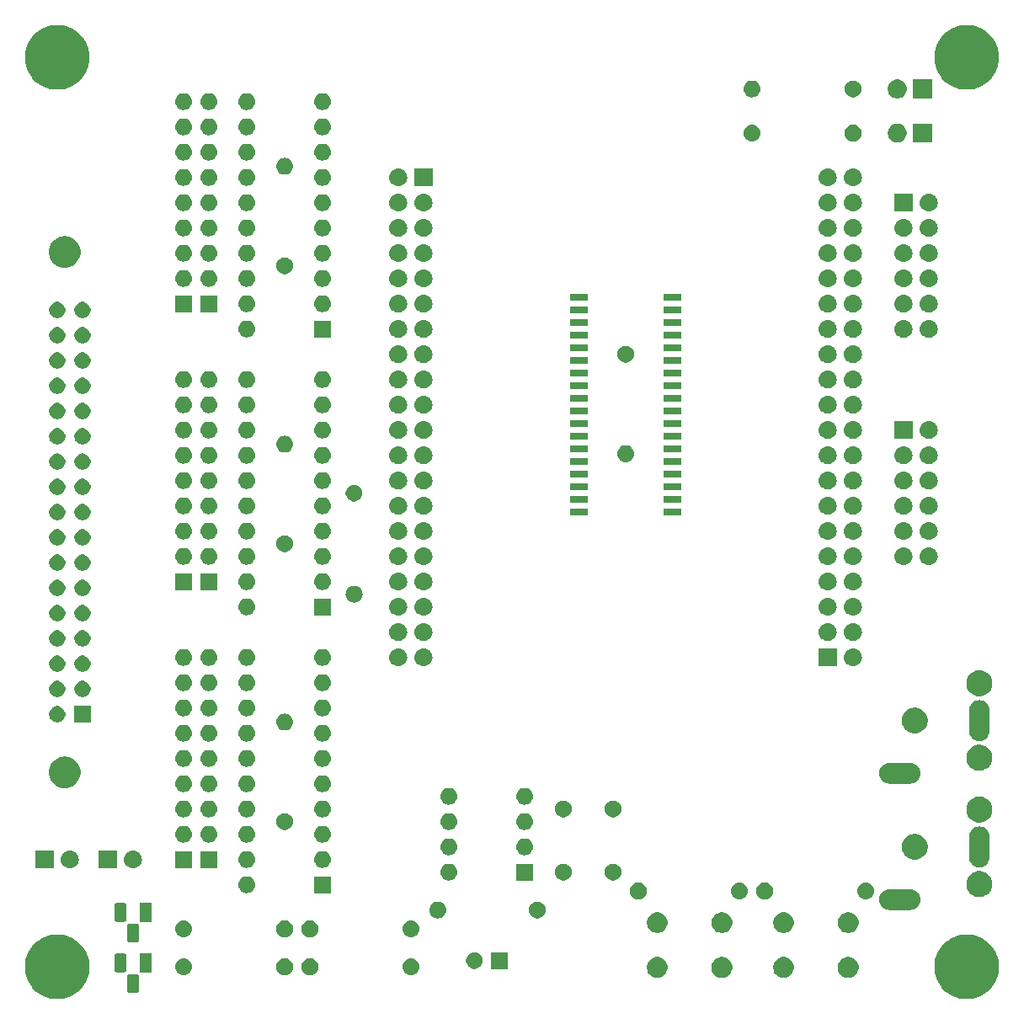
<source format=gts>
G04 #@! TF.GenerationSoftware,KiCad,Pcbnew,5.0.1-33cea8e~68~ubuntu16.04.1*
G04 #@! TF.CreationDate,2019-03-05T15:27:08+00:00*
G04 #@! TF.ProjectId,Music5000,4D75736963353030302E6B696361645F,rev?*
G04 #@! TF.SameCoordinates,PX3021c70PY8dff518*
G04 #@! TF.FileFunction,Soldermask,Top*
G04 #@! TF.FilePolarity,Negative*
%FSLAX46Y46*%
G04 Gerber Fmt 4.6, Leading zero omitted, Abs format (unit mm)*
G04 Created by KiCad (PCBNEW 5.0.1-33cea8e~68~ubuntu16.04.1) date Tue 05 Mar 2019 15:27:08 GMT*
%MOMM*%
%LPD*%
G01*
G04 APERTURE LIST*
%ADD10C,0.100000*%
G04 APERTURE END LIST*
D10*
G36*
X95884239Y6998533D02*
X96198282Y6936066D01*
X96789926Y6690999D01*
X97143865Y6454504D01*
X97322395Y6335214D01*
X97775214Y5882395D01*
X97775216Y5882392D01*
X98130999Y5349926D01*
X98376066Y4758282D01*
X98433207Y4471015D01*
X98501000Y4130197D01*
X98501000Y3489803D01*
X98454725Y3257165D01*
X98376066Y2861718D01*
X98130999Y2270074D01*
X97777615Y1741198D01*
X97775214Y1737605D01*
X97322395Y1284786D01*
X97322392Y1284784D01*
X96789926Y929001D01*
X96198282Y683934D01*
X95884239Y621467D01*
X95570197Y559000D01*
X94929803Y559000D01*
X94615761Y621467D01*
X94301718Y683934D01*
X93710074Y929001D01*
X93177608Y1284784D01*
X93177605Y1284786D01*
X92724786Y1737605D01*
X92722385Y1741198D01*
X92369001Y2270074D01*
X92123934Y2861718D01*
X92045275Y3257165D01*
X91999000Y3489803D01*
X91999000Y4130197D01*
X92066793Y4471015D01*
X92123934Y4758282D01*
X92369001Y5349926D01*
X92724784Y5882392D01*
X92724786Y5882395D01*
X93177605Y6335214D01*
X93356135Y6454504D01*
X93710074Y6690999D01*
X94301718Y6936066D01*
X94615761Y6998533D01*
X94929803Y7061000D01*
X95570197Y7061000D01*
X95884239Y6998533D01*
X95884239Y6998533D01*
G37*
G36*
X4444239Y6998533D02*
X4758282Y6936066D01*
X5349926Y6690999D01*
X5703865Y6454504D01*
X5882395Y6335214D01*
X6335214Y5882395D01*
X6335216Y5882392D01*
X6690999Y5349926D01*
X6936066Y4758282D01*
X6993207Y4471015D01*
X7061000Y4130197D01*
X7061000Y3489803D01*
X7014725Y3257165D01*
X6936066Y2861718D01*
X6690999Y2270074D01*
X6337615Y1741198D01*
X6335214Y1737605D01*
X5882395Y1284786D01*
X5882392Y1284784D01*
X5349926Y929001D01*
X4758282Y683934D01*
X4444239Y621467D01*
X4130197Y559000D01*
X3489803Y559000D01*
X3175761Y621467D01*
X2861718Y683934D01*
X2270074Y929001D01*
X1737608Y1284784D01*
X1737605Y1284786D01*
X1284786Y1737605D01*
X1282385Y1741198D01*
X929001Y2270074D01*
X683934Y2861718D01*
X605275Y3257165D01*
X559000Y3489803D01*
X559000Y4130197D01*
X626793Y4471015D01*
X683934Y4758282D01*
X929001Y5349926D01*
X1284784Y5882392D01*
X1284786Y5882395D01*
X1737605Y6335214D01*
X1916135Y6454504D01*
X2270074Y6690999D01*
X2861718Y6936066D01*
X3175761Y6998533D01*
X3489803Y7061000D01*
X4130197Y7061000D01*
X4444239Y6998533D01*
X4444239Y6998533D01*
G37*
G36*
X11839315Y3085834D02*
X11883842Y3072326D01*
X11915074Y3055632D01*
X11927739Y3050386D01*
X11931657Y3045612D01*
X11940747Y3037372D01*
X11960867Y3020861D01*
X11990386Y2984891D01*
X12012325Y2943845D01*
X12025834Y2899315D01*
X12031000Y2846860D01*
X12031000Y1433140D01*
X12025834Y1380685D01*
X12012325Y1336155D01*
X11990386Y1295109D01*
X11960864Y1259136D01*
X11924891Y1229614D01*
X11883845Y1207675D01*
X11839315Y1194166D01*
X11786860Y1189000D01*
X11073140Y1189000D01*
X11020685Y1194166D01*
X10976155Y1207675D01*
X10935109Y1229614D01*
X10899136Y1259136D01*
X10869614Y1295109D01*
X10847675Y1336155D01*
X10834166Y1380685D01*
X10829000Y1433140D01*
X10829000Y2846860D01*
X10834166Y2899315D01*
X10847675Y2943845D01*
X10869614Y2984891D01*
X10899136Y3020864D01*
X10935109Y3050386D01*
X10976155Y3072325D01*
X11020685Y3085834D01*
X11073140Y3091000D01*
X11786860Y3091000D01*
X11839315Y3085834D01*
X11839315Y3085834D01*
G37*
G36*
X70941565Y4765611D02*
X71132834Y4686385D01*
X71304976Y4571363D01*
X71451363Y4424976D01*
X71566385Y4252834D01*
X71645611Y4061565D01*
X71686000Y3858516D01*
X71686000Y3651484D01*
X71645611Y3448435D01*
X71566385Y3257166D01*
X71451363Y3085024D01*
X71304976Y2938637D01*
X71132834Y2823615D01*
X70941565Y2744389D01*
X70738516Y2704000D01*
X70531484Y2704000D01*
X70328435Y2744389D01*
X70137166Y2823615D01*
X69965024Y2938637D01*
X69818637Y3085024D01*
X69703615Y3257166D01*
X69624389Y3448435D01*
X69584000Y3651484D01*
X69584000Y3858516D01*
X69624389Y4061565D01*
X69703615Y4252834D01*
X69818637Y4424976D01*
X69965024Y4571363D01*
X70137166Y4686385D01*
X70328435Y4765611D01*
X70531484Y4806000D01*
X70738516Y4806000D01*
X70941565Y4765611D01*
X70941565Y4765611D01*
G37*
G36*
X77141565Y4765611D02*
X77332834Y4686385D01*
X77504976Y4571363D01*
X77651363Y4424976D01*
X77766385Y4252834D01*
X77845611Y4061565D01*
X77886000Y3858516D01*
X77886000Y3651484D01*
X77845611Y3448435D01*
X77766385Y3257166D01*
X77651363Y3085024D01*
X77504976Y2938637D01*
X77332834Y2823615D01*
X77141565Y2744389D01*
X76938516Y2704000D01*
X76731484Y2704000D01*
X76528435Y2744389D01*
X76337166Y2823615D01*
X76165024Y2938637D01*
X76018637Y3085024D01*
X75903615Y3257166D01*
X75824389Y3448435D01*
X75784000Y3651484D01*
X75784000Y3858516D01*
X75824389Y4061565D01*
X75903615Y4252834D01*
X76018637Y4424976D01*
X76165024Y4571363D01*
X76337166Y4686385D01*
X76528435Y4765611D01*
X76731484Y4806000D01*
X76938516Y4806000D01*
X77141565Y4765611D01*
X77141565Y4765611D01*
G37*
G36*
X83641565Y4765611D02*
X83832834Y4686385D01*
X84004976Y4571363D01*
X84151363Y4424976D01*
X84266385Y4252834D01*
X84345611Y4061565D01*
X84386000Y3858516D01*
X84386000Y3651484D01*
X84345611Y3448435D01*
X84266385Y3257166D01*
X84151363Y3085024D01*
X84004976Y2938637D01*
X83832834Y2823615D01*
X83641565Y2744389D01*
X83438516Y2704000D01*
X83231484Y2704000D01*
X83028435Y2744389D01*
X82837166Y2823615D01*
X82665024Y2938637D01*
X82518637Y3085024D01*
X82403615Y3257166D01*
X82324389Y3448435D01*
X82284000Y3651484D01*
X82284000Y3858516D01*
X82324389Y4061565D01*
X82403615Y4252834D01*
X82518637Y4424976D01*
X82665024Y4571363D01*
X82837166Y4686385D01*
X83028435Y4765611D01*
X83231484Y4806000D01*
X83438516Y4806000D01*
X83641565Y4765611D01*
X83641565Y4765611D01*
G37*
G36*
X64441565Y4765611D02*
X64632834Y4686385D01*
X64804976Y4571363D01*
X64951363Y4424976D01*
X65066385Y4252834D01*
X65145611Y4061565D01*
X65186000Y3858516D01*
X65186000Y3651484D01*
X65145611Y3448435D01*
X65066385Y3257166D01*
X64951363Y3085024D01*
X64804976Y2938637D01*
X64632834Y2823615D01*
X64441565Y2744389D01*
X64238516Y2704000D01*
X64031484Y2704000D01*
X63828435Y2744389D01*
X63637166Y2823615D01*
X63465024Y2938637D01*
X63318637Y3085024D01*
X63203615Y3257166D01*
X63124389Y3448435D01*
X63084000Y3651484D01*
X63084000Y3858516D01*
X63124389Y4061565D01*
X63203615Y4252834D01*
X63318637Y4424976D01*
X63465024Y4571363D01*
X63637166Y4686385D01*
X63828435Y4765611D01*
X64031484Y4806000D01*
X64238516Y4806000D01*
X64441565Y4765611D01*
X64441565Y4765611D01*
G37*
G36*
X29458228Y4628297D02*
X29613100Y4564147D01*
X29752481Y4471015D01*
X29871015Y4352481D01*
X29964147Y4213100D01*
X30028297Y4058228D01*
X30061000Y3893816D01*
X30061000Y3726184D01*
X30028297Y3561772D01*
X29964147Y3406900D01*
X29871015Y3267519D01*
X29752481Y3148985D01*
X29613100Y3055853D01*
X29458228Y2991703D01*
X29293816Y2959000D01*
X29126184Y2959000D01*
X28961772Y2991703D01*
X28806900Y3055853D01*
X28667519Y3148985D01*
X28548985Y3267519D01*
X28455853Y3406900D01*
X28391703Y3561772D01*
X28359000Y3726184D01*
X28359000Y3893816D01*
X28391703Y4058228D01*
X28455853Y4213100D01*
X28548985Y4352481D01*
X28667519Y4471015D01*
X28806900Y4564147D01*
X28961772Y4628297D01*
X29126184Y4661000D01*
X29293816Y4661000D01*
X29458228Y4628297D01*
X29458228Y4628297D01*
G37*
G36*
X39536821Y4648687D02*
X39536824Y4648686D01*
X39536825Y4648686D01*
X39697239Y4600025D01*
X39697241Y4600024D01*
X39697244Y4600023D01*
X39845078Y4521005D01*
X39974659Y4414659D01*
X40081005Y4285078D01*
X40160023Y4137244D01*
X40160024Y4137241D01*
X40160025Y4137239D01*
X40208686Y3976825D01*
X40208687Y3976821D01*
X40225117Y3810000D01*
X40208687Y3643179D01*
X40208686Y3643176D01*
X40208686Y3643175D01*
X40165520Y3500875D01*
X40160023Y3482756D01*
X40081005Y3334922D01*
X39974659Y3205341D01*
X39845078Y3098995D01*
X39697244Y3019977D01*
X39697241Y3019976D01*
X39697239Y3019975D01*
X39536825Y2971314D01*
X39536824Y2971314D01*
X39536821Y2971313D01*
X39411804Y2959000D01*
X39328196Y2959000D01*
X39203179Y2971313D01*
X39203176Y2971314D01*
X39203175Y2971314D01*
X39042761Y3019975D01*
X39042759Y3019976D01*
X39042756Y3019977D01*
X38894922Y3098995D01*
X38765341Y3205341D01*
X38658995Y3334922D01*
X38579977Y3482756D01*
X38574481Y3500875D01*
X38531314Y3643175D01*
X38531314Y3643176D01*
X38531313Y3643179D01*
X38514883Y3810000D01*
X38531313Y3976821D01*
X38531314Y3976825D01*
X38579975Y4137239D01*
X38579976Y4137241D01*
X38579977Y4137244D01*
X38658995Y4285078D01*
X38765341Y4414659D01*
X38894922Y4521005D01*
X39042756Y4600023D01*
X39042759Y4600024D01*
X39042761Y4600025D01*
X39203175Y4648686D01*
X39203176Y4648686D01*
X39203179Y4648687D01*
X39328196Y4661000D01*
X39411804Y4661000D01*
X39536821Y4648687D01*
X39536821Y4648687D01*
G37*
G36*
X16676821Y4648687D02*
X16676824Y4648686D01*
X16676825Y4648686D01*
X16837239Y4600025D01*
X16837241Y4600024D01*
X16837244Y4600023D01*
X16985078Y4521005D01*
X17114659Y4414659D01*
X17221005Y4285078D01*
X17300023Y4137244D01*
X17300024Y4137241D01*
X17300025Y4137239D01*
X17348686Y3976825D01*
X17348687Y3976821D01*
X17365117Y3810000D01*
X17348687Y3643179D01*
X17348686Y3643176D01*
X17348686Y3643175D01*
X17305520Y3500875D01*
X17300023Y3482756D01*
X17221005Y3334922D01*
X17114659Y3205341D01*
X16985078Y3098995D01*
X16837244Y3019977D01*
X16837241Y3019976D01*
X16837239Y3019975D01*
X16676825Y2971314D01*
X16676824Y2971314D01*
X16676821Y2971313D01*
X16551804Y2959000D01*
X16468196Y2959000D01*
X16343179Y2971313D01*
X16343176Y2971314D01*
X16343175Y2971314D01*
X16182761Y3019975D01*
X16182759Y3019976D01*
X16182756Y3019977D01*
X16034922Y3098995D01*
X15905341Y3205341D01*
X15798995Y3334922D01*
X15719977Y3482756D01*
X15714481Y3500875D01*
X15671314Y3643175D01*
X15671314Y3643176D01*
X15671313Y3643179D01*
X15654883Y3810000D01*
X15671313Y3976821D01*
X15671314Y3976825D01*
X15719975Y4137239D01*
X15719976Y4137241D01*
X15719977Y4137244D01*
X15798995Y4285078D01*
X15905341Y4414659D01*
X16034922Y4521005D01*
X16182756Y4600023D01*
X16182759Y4600024D01*
X16182761Y4600025D01*
X16343175Y4648686D01*
X16343176Y4648686D01*
X16343179Y4648687D01*
X16468196Y4661000D01*
X16551804Y4661000D01*
X16676821Y4648687D01*
X16676821Y4648687D01*
G37*
G36*
X26918228Y4628297D02*
X27073100Y4564147D01*
X27212481Y4471015D01*
X27331015Y4352481D01*
X27424147Y4213100D01*
X27488297Y4058228D01*
X27521000Y3893816D01*
X27521000Y3726184D01*
X27488297Y3561772D01*
X27424147Y3406900D01*
X27331015Y3267519D01*
X27212481Y3148985D01*
X27073100Y3055853D01*
X26918228Y2991703D01*
X26753816Y2959000D01*
X26586184Y2959000D01*
X26421772Y2991703D01*
X26266900Y3055853D01*
X26127519Y3148985D01*
X26008985Y3267519D01*
X25915853Y3406900D01*
X25851703Y3561772D01*
X25819000Y3726184D01*
X25819000Y3893816D01*
X25851703Y4058228D01*
X25915853Y4213100D01*
X26008985Y4352481D01*
X26127519Y4471015D01*
X26266900Y4564147D01*
X26421772Y4628297D01*
X26586184Y4661000D01*
X26753816Y4661000D01*
X26918228Y4628297D01*
X26918228Y4628297D01*
G37*
G36*
X13301000Y3259000D02*
X12099000Y3259000D01*
X12099000Y5161000D01*
X13301000Y5161000D01*
X13301000Y3259000D01*
X13301000Y3259000D01*
G37*
G36*
X10569315Y5155834D02*
X10613845Y5142325D01*
X10654891Y5120386D01*
X10690864Y5090864D01*
X10720386Y5054891D01*
X10742325Y5013845D01*
X10755834Y4969315D01*
X10761000Y4916860D01*
X10761000Y3503140D01*
X10755834Y3450685D01*
X10742325Y3406155D01*
X10720386Y3365109D01*
X10690864Y3329136D01*
X10654891Y3299614D01*
X10613845Y3277675D01*
X10569315Y3264166D01*
X10516860Y3259000D01*
X9803140Y3259000D01*
X9750685Y3264166D01*
X9706155Y3277675D01*
X9665109Y3299614D01*
X9629136Y3329136D01*
X9599614Y3365109D01*
X9577675Y3406155D01*
X9564166Y3450685D01*
X9559000Y3503140D01*
X9559000Y4916860D01*
X9564166Y4969315D01*
X9577675Y5013845D01*
X9599614Y5054891D01*
X9629136Y5090864D01*
X9665109Y5120386D01*
X9706155Y5142325D01*
X9750685Y5155834D01*
X9803140Y5161000D01*
X10516860Y5161000D01*
X10569315Y5155834D01*
X10569315Y5155834D01*
G37*
G36*
X49111000Y3594000D02*
X47409000Y3594000D01*
X47409000Y5296000D01*
X49111000Y5296000D01*
X49111000Y3594000D01*
X49111000Y3594000D01*
G37*
G36*
X46008228Y5263297D02*
X46163100Y5199147D01*
X46302481Y5106015D01*
X46421015Y4987481D01*
X46514147Y4848100D01*
X46578297Y4693228D01*
X46611000Y4528816D01*
X46611000Y4361184D01*
X46578297Y4196772D01*
X46514147Y4041900D01*
X46421015Y3902519D01*
X46302481Y3783985D01*
X46163100Y3690853D01*
X46008228Y3626703D01*
X45843816Y3594000D01*
X45676184Y3594000D01*
X45511772Y3626703D01*
X45356900Y3690853D01*
X45217519Y3783985D01*
X45098985Y3902519D01*
X45005853Y4041900D01*
X44941703Y4196772D01*
X44909000Y4361184D01*
X44909000Y4528816D01*
X44941703Y4693228D01*
X45005853Y4848100D01*
X45098985Y4987481D01*
X45217519Y5106015D01*
X45356900Y5199147D01*
X45511772Y5263297D01*
X45676184Y5296000D01*
X45843816Y5296000D01*
X46008228Y5263297D01*
X46008228Y5263297D01*
G37*
G36*
X11839315Y8165834D02*
X11883842Y8152326D01*
X11915074Y8135632D01*
X11927739Y8130386D01*
X11931657Y8125612D01*
X11940747Y8117372D01*
X11960867Y8100861D01*
X11990386Y8064891D01*
X12012325Y8023845D01*
X12025834Y7979315D01*
X12031000Y7926860D01*
X12031000Y6513140D01*
X12025834Y6460685D01*
X12012325Y6416155D01*
X11990386Y6375109D01*
X11960864Y6339136D01*
X11924891Y6309614D01*
X11883845Y6287675D01*
X11839315Y6274166D01*
X11786860Y6269000D01*
X11073140Y6269000D01*
X11020685Y6274166D01*
X10976155Y6287675D01*
X10935109Y6309614D01*
X10899136Y6339136D01*
X10869614Y6375109D01*
X10847675Y6416155D01*
X10834166Y6460685D01*
X10829000Y6513140D01*
X10829000Y7926860D01*
X10834166Y7979315D01*
X10847675Y8023845D01*
X10869614Y8064891D01*
X10899136Y8100864D01*
X10935109Y8130386D01*
X10976155Y8152325D01*
X11020685Y8165834D01*
X11073140Y8171000D01*
X11786860Y8171000D01*
X11839315Y8165834D01*
X11839315Y8165834D01*
G37*
G36*
X16676821Y8458687D02*
X16676824Y8458686D01*
X16676825Y8458686D01*
X16837239Y8410025D01*
X16837241Y8410024D01*
X16837244Y8410023D01*
X16985078Y8331005D01*
X17114659Y8224659D01*
X17221005Y8095078D01*
X17300023Y7947244D01*
X17300024Y7947241D01*
X17300025Y7947239D01*
X17348686Y7786825D01*
X17348687Y7786821D01*
X17365117Y7620000D01*
X17348687Y7453179D01*
X17348686Y7453176D01*
X17348686Y7453175D01*
X17309385Y7323616D01*
X17300023Y7292756D01*
X17221005Y7144922D01*
X17114659Y7015341D01*
X16985078Y6908995D01*
X16837244Y6829977D01*
X16837241Y6829976D01*
X16837239Y6829975D01*
X16676825Y6781314D01*
X16676824Y6781314D01*
X16676821Y6781313D01*
X16551804Y6769000D01*
X16468196Y6769000D01*
X16343179Y6781313D01*
X16343176Y6781314D01*
X16343175Y6781314D01*
X16182761Y6829975D01*
X16182759Y6829976D01*
X16182756Y6829977D01*
X16034922Y6908995D01*
X15905341Y7015341D01*
X15798995Y7144922D01*
X15719977Y7292756D01*
X15710616Y7323616D01*
X15671314Y7453175D01*
X15671314Y7453176D01*
X15671313Y7453179D01*
X15654883Y7620000D01*
X15671313Y7786821D01*
X15671314Y7786825D01*
X15719975Y7947239D01*
X15719976Y7947241D01*
X15719977Y7947244D01*
X15798995Y8095078D01*
X15905341Y8224659D01*
X16034922Y8331005D01*
X16182756Y8410023D01*
X16182759Y8410024D01*
X16182761Y8410025D01*
X16343175Y8458686D01*
X16343176Y8458686D01*
X16343179Y8458687D01*
X16468196Y8471000D01*
X16551804Y8471000D01*
X16676821Y8458687D01*
X16676821Y8458687D01*
G37*
G36*
X29458228Y8438297D02*
X29613100Y8374147D01*
X29752481Y8281015D01*
X29871015Y8162481D01*
X29964147Y8023100D01*
X30028297Y7868228D01*
X30061000Y7703816D01*
X30061000Y7536184D01*
X30028297Y7371772D01*
X29964147Y7216900D01*
X29871015Y7077519D01*
X29752481Y6958985D01*
X29613100Y6865853D01*
X29458228Y6801703D01*
X29293816Y6769000D01*
X29126184Y6769000D01*
X28961772Y6801703D01*
X28806900Y6865853D01*
X28667519Y6958985D01*
X28548985Y7077519D01*
X28455853Y7216900D01*
X28391703Y7371772D01*
X28359000Y7536184D01*
X28359000Y7703816D01*
X28391703Y7868228D01*
X28455853Y8023100D01*
X28548985Y8162481D01*
X28667519Y8281015D01*
X28806900Y8374147D01*
X28961772Y8438297D01*
X29126184Y8471000D01*
X29293816Y8471000D01*
X29458228Y8438297D01*
X29458228Y8438297D01*
G37*
G36*
X39536821Y8458687D02*
X39536824Y8458686D01*
X39536825Y8458686D01*
X39697239Y8410025D01*
X39697241Y8410024D01*
X39697244Y8410023D01*
X39845078Y8331005D01*
X39974659Y8224659D01*
X40081005Y8095078D01*
X40160023Y7947244D01*
X40160024Y7947241D01*
X40160025Y7947239D01*
X40208686Y7786825D01*
X40208687Y7786821D01*
X40225117Y7620000D01*
X40208687Y7453179D01*
X40208686Y7453176D01*
X40208686Y7453175D01*
X40169385Y7323616D01*
X40160023Y7292756D01*
X40081005Y7144922D01*
X39974659Y7015341D01*
X39845078Y6908995D01*
X39697244Y6829977D01*
X39697241Y6829976D01*
X39697239Y6829975D01*
X39536825Y6781314D01*
X39536824Y6781314D01*
X39536821Y6781313D01*
X39411804Y6769000D01*
X39328196Y6769000D01*
X39203179Y6781313D01*
X39203176Y6781314D01*
X39203175Y6781314D01*
X39042761Y6829975D01*
X39042759Y6829976D01*
X39042756Y6829977D01*
X38894922Y6908995D01*
X38765341Y7015341D01*
X38658995Y7144922D01*
X38579977Y7292756D01*
X38570616Y7323616D01*
X38531314Y7453175D01*
X38531314Y7453176D01*
X38531313Y7453179D01*
X38514883Y7620000D01*
X38531313Y7786821D01*
X38531314Y7786825D01*
X38579975Y7947239D01*
X38579976Y7947241D01*
X38579977Y7947244D01*
X38658995Y8095078D01*
X38765341Y8224659D01*
X38894922Y8331005D01*
X39042756Y8410023D01*
X39042759Y8410024D01*
X39042761Y8410025D01*
X39203175Y8458686D01*
X39203176Y8458686D01*
X39203179Y8458687D01*
X39328196Y8471000D01*
X39411804Y8471000D01*
X39536821Y8458687D01*
X39536821Y8458687D01*
G37*
G36*
X26918228Y8438297D02*
X27073100Y8374147D01*
X27212481Y8281015D01*
X27331015Y8162481D01*
X27424147Y8023100D01*
X27488297Y7868228D01*
X27521000Y7703816D01*
X27521000Y7536184D01*
X27488297Y7371772D01*
X27424147Y7216900D01*
X27331015Y7077519D01*
X27212481Y6958985D01*
X27073100Y6865853D01*
X26918228Y6801703D01*
X26753816Y6769000D01*
X26586184Y6769000D01*
X26421772Y6801703D01*
X26266900Y6865853D01*
X26127519Y6958985D01*
X26008985Y7077519D01*
X25915853Y7216900D01*
X25851703Y7371772D01*
X25819000Y7536184D01*
X25819000Y7703816D01*
X25851703Y7868228D01*
X25915853Y8023100D01*
X26008985Y8162481D01*
X26127519Y8281015D01*
X26266900Y8374147D01*
X26421772Y8438297D01*
X26586184Y8471000D01*
X26753816Y8471000D01*
X26918228Y8438297D01*
X26918228Y8438297D01*
G37*
G36*
X70941565Y9265611D02*
X71132834Y9186385D01*
X71304976Y9071363D01*
X71451363Y8924976D01*
X71566385Y8752834D01*
X71645611Y8561565D01*
X71686000Y8358516D01*
X71686000Y8151484D01*
X71645611Y7948435D01*
X71566385Y7757166D01*
X71451363Y7585024D01*
X71304976Y7438637D01*
X71132834Y7323615D01*
X70941565Y7244389D01*
X70738516Y7204000D01*
X70531484Y7204000D01*
X70328435Y7244389D01*
X70137166Y7323615D01*
X69965024Y7438637D01*
X69818637Y7585024D01*
X69703615Y7757166D01*
X69624389Y7948435D01*
X69584000Y8151484D01*
X69584000Y8358516D01*
X69624389Y8561565D01*
X69703615Y8752834D01*
X69818637Y8924976D01*
X69965024Y9071363D01*
X70137166Y9186385D01*
X70328435Y9265611D01*
X70531484Y9306000D01*
X70738516Y9306000D01*
X70941565Y9265611D01*
X70941565Y9265611D01*
G37*
G36*
X64441565Y9265611D02*
X64632834Y9186385D01*
X64804976Y9071363D01*
X64951363Y8924976D01*
X65066385Y8752834D01*
X65145611Y8561565D01*
X65186000Y8358516D01*
X65186000Y8151484D01*
X65145611Y7948435D01*
X65066385Y7757166D01*
X64951363Y7585024D01*
X64804976Y7438637D01*
X64632834Y7323615D01*
X64441565Y7244389D01*
X64238516Y7204000D01*
X64031484Y7204000D01*
X63828435Y7244389D01*
X63637166Y7323615D01*
X63465024Y7438637D01*
X63318637Y7585024D01*
X63203615Y7757166D01*
X63124389Y7948435D01*
X63084000Y8151484D01*
X63084000Y8358516D01*
X63124389Y8561565D01*
X63203615Y8752834D01*
X63318637Y8924976D01*
X63465024Y9071363D01*
X63637166Y9186385D01*
X63828435Y9265611D01*
X64031484Y9306000D01*
X64238516Y9306000D01*
X64441565Y9265611D01*
X64441565Y9265611D01*
G37*
G36*
X77141565Y9265611D02*
X77332834Y9186385D01*
X77504976Y9071363D01*
X77651363Y8924976D01*
X77766385Y8752834D01*
X77845611Y8561565D01*
X77886000Y8358516D01*
X77886000Y8151484D01*
X77845611Y7948435D01*
X77766385Y7757166D01*
X77651363Y7585024D01*
X77504976Y7438637D01*
X77332834Y7323615D01*
X77141565Y7244389D01*
X76938516Y7204000D01*
X76731484Y7204000D01*
X76528435Y7244389D01*
X76337166Y7323615D01*
X76165024Y7438637D01*
X76018637Y7585024D01*
X75903615Y7757166D01*
X75824389Y7948435D01*
X75784000Y8151484D01*
X75784000Y8358516D01*
X75824389Y8561565D01*
X75903615Y8752834D01*
X76018637Y8924976D01*
X76165024Y9071363D01*
X76337166Y9186385D01*
X76528435Y9265611D01*
X76731484Y9306000D01*
X76938516Y9306000D01*
X77141565Y9265611D01*
X77141565Y9265611D01*
G37*
G36*
X83641565Y9265611D02*
X83832834Y9186385D01*
X84004976Y9071363D01*
X84151363Y8924976D01*
X84266385Y8752834D01*
X84345611Y8561565D01*
X84386000Y8358516D01*
X84386000Y8151484D01*
X84345611Y7948435D01*
X84266385Y7757166D01*
X84151363Y7585024D01*
X84004976Y7438637D01*
X83832834Y7323615D01*
X83641565Y7244389D01*
X83438516Y7204000D01*
X83231484Y7204000D01*
X83028435Y7244389D01*
X82837166Y7323615D01*
X82665024Y7438637D01*
X82518637Y7585024D01*
X82403615Y7757166D01*
X82324389Y7948435D01*
X82284000Y8151484D01*
X82284000Y8358516D01*
X82324389Y8561565D01*
X82403615Y8752834D01*
X82518637Y8924976D01*
X82665024Y9071363D01*
X82837166Y9186385D01*
X83028435Y9265611D01*
X83231484Y9306000D01*
X83438516Y9306000D01*
X83641565Y9265611D01*
X83641565Y9265611D01*
G37*
G36*
X10569315Y10235834D02*
X10613845Y10222325D01*
X10654891Y10200386D01*
X10690864Y10170864D01*
X10720386Y10134891D01*
X10742325Y10093845D01*
X10755834Y10049315D01*
X10761000Y9996860D01*
X10761000Y8583140D01*
X10755834Y8530685D01*
X10742325Y8486155D01*
X10720386Y8445109D01*
X10690864Y8409136D01*
X10654891Y8379614D01*
X10613845Y8357675D01*
X10569315Y8344166D01*
X10516860Y8339000D01*
X9803140Y8339000D01*
X9750685Y8344166D01*
X9706155Y8357675D01*
X9665109Y8379614D01*
X9629136Y8409136D01*
X9599614Y8445109D01*
X9577675Y8486155D01*
X9564166Y8530685D01*
X9559000Y8583140D01*
X9559000Y9996860D01*
X9564166Y10049315D01*
X9577675Y10093845D01*
X9599614Y10134891D01*
X9629136Y10170864D01*
X9665109Y10200386D01*
X9706155Y10222325D01*
X9750685Y10235834D01*
X9803140Y10241000D01*
X10516860Y10241000D01*
X10569315Y10235834D01*
X10569315Y10235834D01*
G37*
G36*
X13301000Y8339000D02*
X12099000Y8339000D01*
X12099000Y10241000D01*
X13301000Y10241000D01*
X13301000Y8339000D01*
X13301000Y8339000D01*
G37*
G36*
X52318228Y10343297D02*
X52473100Y10279147D01*
X52612481Y10186015D01*
X52731015Y10067481D01*
X52824147Y9928100D01*
X52888297Y9773228D01*
X52921000Y9608816D01*
X52921000Y9441184D01*
X52888297Y9276772D01*
X52824147Y9121900D01*
X52731015Y8982519D01*
X52612481Y8863985D01*
X52473100Y8770853D01*
X52318228Y8706703D01*
X52153816Y8674000D01*
X51986184Y8674000D01*
X51821772Y8706703D01*
X51666900Y8770853D01*
X51527519Y8863985D01*
X51408985Y8982519D01*
X51315853Y9121900D01*
X51251703Y9276772D01*
X51219000Y9441184D01*
X51219000Y9608816D01*
X51251703Y9773228D01*
X51315853Y9928100D01*
X51408985Y10067481D01*
X51527519Y10186015D01*
X51666900Y10279147D01*
X51821772Y10343297D01*
X51986184Y10376000D01*
X52153816Y10376000D01*
X52318228Y10343297D01*
X52318228Y10343297D01*
G37*
G36*
X42236821Y10363687D02*
X42236824Y10363686D01*
X42236825Y10363686D01*
X42397239Y10315025D01*
X42397241Y10315024D01*
X42397244Y10315023D01*
X42545078Y10236005D01*
X42674659Y10129659D01*
X42781005Y10000078D01*
X42860023Y9852244D01*
X42860024Y9852241D01*
X42860025Y9852239D01*
X42907147Y9696899D01*
X42908687Y9691821D01*
X42925117Y9525000D01*
X42908687Y9358179D01*
X42908686Y9358176D01*
X42908686Y9358175D01*
X42880607Y9265610D01*
X42860023Y9197756D01*
X42781005Y9049922D01*
X42674659Y8920341D01*
X42545078Y8813995D01*
X42397244Y8734977D01*
X42397241Y8734976D01*
X42397239Y8734975D01*
X42236825Y8686314D01*
X42236824Y8686314D01*
X42236821Y8686313D01*
X42111804Y8674000D01*
X42028196Y8674000D01*
X41903179Y8686313D01*
X41903176Y8686314D01*
X41903175Y8686314D01*
X41742761Y8734975D01*
X41742759Y8734976D01*
X41742756Y8734977D01*
X41594922Y8813995D01*
X41465341Y8920341D01*
X41358995Y9049922D01*
X41279977Y9197756D01*
X41259394Y9265610D01*
X41231314Y9358175D01*
X41231314Y9358176D01*
X41231313Y9358179D01*
X41214883Y9525000D01*
X41231313Y9691821D01*
X41232853Y9696899D01*
X41279975Y9852239D01*
X41279976Y9852241D01*
X41279977Y9852244D01*
X41358995Y10000078D01*
X41465341Y10129659D01*
X41594922Y10236005D01*
X41742756Y10315023D01*
X41742759Y10315024D01*
X41742761Y10315025D01*
X41903175Y10363686D01*
X41903176Y10363686D01*
X41903179Y10363687D01*
X42028196Y10376000D01*
X42111804Y10376000D01*
X42236821Y10363687D01*
X42236821Y10363687D01*
G37*
G36*
X89602510Y11622959D02*
X89726032Y11610793D01*
X89924146Y11550695D01*
X90106729Y11453103D01*
X90266765Y11321765D01*
X90398103Y11161729D01*
X90495695Y10979146D01*
X90555793Y10781032D01*
X90576085Y10575000D01*
X90555793Y10368968D01*
X90495695Y10170854D01*
X90398103Y9988271D01*
X90266765Y9828235D01*
X90106729Y9696897D01*
X89924146Y9599305D01*
X89726032Y9539207D01*
X89602510Y9527041D01*
X89571631Y9524000D01*
X87468369Y9524000D01*
X87437490Y9527041D01*
X87313968Y9539207D01*
X87115854Y9599305D01*
X86933271Y9696897D01*
X86773235Y9828235D01*
X86641897Y9988271D01*
X86544305Y10170854D01*
X86484207Y10368968D01*
X86463915Y10575000D01*
X86484207Y10781032D01*
X86544305Y10979146D01*
X86641897Y11161729D01*
X86773235Y11321765D01*
X86933271Y11453103D01*
X87115854Y11550695D01*
X87313968Y11610793D01*
X87437490Y11622959D01*
X87468369Y11626000D01*
X89571631Y11626000D01*
X89602510Y11622959D01*
X89602510Y11622959D01*
G37*
G36*
X85256821Y12268687D02*
X85256824Y12268686D01*
X85256825Y12268686D01*
X85417239Y12220025D01*
X85417241Y12220024D01*
X85417244Y12220023D01*
X85565078Y12141005D01*
X85694659Y12034659D01*
X85801005Y11905078D01*
X85880023Y11757244D01*
X85880024Y11757241D01*
X85880025Y11757239D01*
X85919836Y11626000D01*
X85928687Y11596821D01*
X85945117Y11430000D01*
X85928687Y11263179D01*
X85928686Y11263176D01*
X85928686Y11263175D01*
X85883570Y11114447D01*
X85880023Y11102756D01*
X85801005Y10954922D01*
X85694659Y10825341D01*
X85565078Y10718995D01*
X85417244Y10639977D01*
X85417241Y10639976D01*
X85417239Y10639975D01*
X85256825Y10591314D01*
X85256824Y10591314D01*
X85256821Y10591313D01*
X85131804Y10579000D01*
X85048196Y10579000D01*
X84923179Y10591313D01*
X84923176Y10591314D01*
X84923175Y10591314D01*
X84762761Y10639975D01*
X84762759Y10639976D01*
X84762756Y10639977D01*
X84614922Y10718995D01*
X84485341Y10825341D01*
X84378995Y10954922D01*
X84299977Y11102756D01*
X84296431Y11114447D01*
X84251314Y11263175D01*
X84251314Y11263176D01*
X84251313Y11263179D01*
X84234883Y11430000D01*
X84251313Y11596821D01*
X84260164Y11626000D01*
X84299975Y11757239D01*
X84299976Y11757241D01*
X84299977Y11757244D01*
X84378995Y11905078D01*
X84485341Y12034659D01*
X84614922Y12141005D01*
X84762756Y12220023D01*
X84762759Y12220024D01*
X84762761Y12220025D01*
X84923175Y12268686D01*
X84923176Y12268686D01*
X84923179Y12268687D01*
X85048196Y12281000D01*
X85131804Y12281000D01*
X85256821Y12268687D01*
X85256821Y12268687D01*
G37*
G36*
X75178228Y12248297D02*
X75333100Y12184147D01*
X75472481Y12091015D01*
X75591015Y11972481D01*
X75684147Y11833100D01*
X75748297Y11678228D01*
X75781000Y11513816D01*
X75781000Y11346184D01*
X75748297Y11181772D01*
X75684147Y11026900D01*
X75591015Y10887519D01*
X75472481Y10768985D01*
X75333100Y10675853D01*
X75178228Y10611703D01*
X75013816Y10579000D01*
X74846184Y10579000D01*
X74681772Y10611703D01*
X74526900Y10675853D01*
X74387519Y10768985D01*
X74268985Y10887519D01*
X74175853Y11026900D01*
X74111703Y11181772D01*
X74079000Y11346184D01*
X74079000Y11513816D01*
X74111703Y11678228D01*
X74175853Y11833100D01*
X74268985Y11972481D01*
X74387519Y12091015D01*
X74526900Y12184147D01*
X74681772Y12248297D01*
X74846184Y12281000D01*
X75013816Y12281000D01*
X75178228Y12248297D01*
X75178228Y12248297D01*
G37*
G36*
X62478228Y12248297D02*
X62633100Y12184147D01*
X62772481Y12091015D01*
X62891015Y11972481D01*
X62984147Y11833100D01*
X63048297Y11678228D01*
X63081000Y11513816D01*
X63081000Y11346184D01*
X63048297Y11181772D01*
X62984147Y11026900D01*
X62891015Y10887519D01*
X62772481Y10768985D01*
X62633100Y10675853D01*
X62478228Y10611703D01*
X62313816Y10579000D01*
X62146184Y10579000D01*
X61981772Y10611703D01*
X61826900Y10675853D01*
X61687519Y10768985D01*
X61568985Y10887519D01*
X61475853Y11026900D01*
X61411703Y11181772D01*
X61379000Y11346184D01*
X61379000Y11513816D01*
X61411703Y11678228D01*
X61475853Y11833100D01*
X61568985Y11972481D01*
X61687519Y12091015D01*
X61826900Y12184147D01*
X61981772Y12248297D01*
X62146184Y12281000D01*
X62313816Y12281000D01*
X62478228Y12248297D01*
X62478228Y12248297D01*
G37*
G36*
X72556821Y12268687D02*
X72556824Y12268686D01*
X72556825Y12268686D01*
X72717239Y12220025D01*
X72717241Y12220024D01*
X72717244Y12220023D01*
X72865078Y12141005D01*
X72994659Y12034659D01*
X73101005Y11905078D01*
X73180023Y11757244D01*
X73180024Y11757241D01*
X73180025Y11757239D01*
X73219836Y11626000D01*
X73228687Y11596821D01*
X73245117Y11430000D01*
X73228687Y11263179D01*
X73228686Y11263176D01*
X73228686Y11263175D01*
X73183570Y11114447D01*
X73180023Y11102756D01*
X73101005Y10954922D01*
X72994659Y10825341D01*
X72865078Y10718995D01*
X72717244Y10639977D01*
X72717241Y10639976D01*
X72717239Y10639975D01*
X72556825Y10591314D01*
X72556824Y10591314D01*
X72556821Y10591313D01*
X72431804Y10579000D01*
X72348196Y10579000D01*
X72223179Y10591313D01*
X72223176Y10591314D01*
X72223175Y10591314D01*
X72062761Y10639975D01*
X72062759Y10639976D01*
X72062756Y10639977D01*
X71914922Y10718995D01*
X71785341Y10825341D01*
X71678995Y10954922D01*
X71599977Y11102756D01*
X71596431Y11114447D01*
X71551314Y11263175D01*
X71551314Y11263176D01*
X71551313Y11263179D01*
X71534883Y11430000D01*
X71551313Y11596821D01*
X71560164Y11626000D01*
X71599975Y11757239D01*
X71599976Y11757241D01*
X71599977Y11757244D01*
X71678995Y11905078D01*
X71785341Y12034659D01*
X71914922Y12141005D01*
X72062756Y12220023D01*
X72062759Y12220024D01*
X72062761Y12220025D01*
X72223175Y12268686D01*
X72223176Y12268686D01*
X72223179Y12268687D01*
X72348196Y12281000D01*
X72431804Y12281000D01*
X72556821Y12268687D01*
X72556821Y12268687D01*
G37*
G36*
X96899485Y13376004D02*
X96899487Y13376003D01*
X96899488Y13376003D01*
X96998478Y13335000D01*
X97136255Y13277931D01*
X97349342Y13135551D01*
X97530551Y12954342D01*
X97530553Y12954339D01*
X97672931Y12741255D01*
X97739372Y12580853D01*
X97771004Y12504485D01*
X97821000Y12253139D01*
X97821000Y11996861D01*
X97788426Y11833100D01*
X97771003Y11745512D01*
X97690307Y11550695D01*
X97672931Y11508745D01*
X97530551Y11295658D01*
X97349342Y11114449D01*
X97349339Y11114447D01*
X97136255Y10972069D01*
X96899488Y10873997D01*
X96899487Y10873997D01*
X96899485Y10873996D01*
X96648139Y10824000D01*
X96391861Y10824000D01*
X96140515Y10873996D01*
X96140513Y10873997D01*
X96140512Y10873997D01*
X95903745Y10972069D01*
X95690661Y11114447D01*
X95690658Y11114449D01*
X95509449Y11295658D01*
X95367069Y11508745D01*
X95349693Y11550695D01*
X95268997Y11745512D01*
X95251575Y11833100D01*
X95219000Y11996861D01*
X95219000Y12253139D01*
X95268996Y12504485D01*
X95300629Y12580853D01*
X95367069Y12741255D01*
X95509447Y12954339D01*
X95509449Y12954342D01*
X95690658Y13135551D01*
X95903745Y13277931D01*
X96041522Y13335000D01*
X96140512Y13376003D01*
X96140513Y13376003D01*
X96140515Y13376004D01*
X96391861Y13426000D01*
X96648139Y13426000D01*
X96899485Y13376004D01*
X96899485Y13376004D01*
G37*
G36*
X31331000Y11214000D02*
X29629000Y11214000D01*
X29629000Y12916000D01*
X31331000Y12916000D01*
X31331000Y11214000D01*
X31331000Y11214000D01*
G37*
G36*
X23026821Y12903687D02*
X23026824Y12903686D01*
X23026825Y12903686D01*
X23187239Y12855025D01*
X23187241Y12855024D01*
X23187244Y12855023D01*
X23335078Y12776005D01*
X23464659Y12669659D01*
X23571005Y12540078D01*
X23650023Y12392244D01*
X23650024Y12392241D01*
X23650025Y12392239D01*
X23698686Y12231825D01*
X23698687Y12231821D01*
X23715117Y12065000D01*
X23698687Y11898179D01*
X23698686Y11898176D01*
X23698686Y11898175D01*
X23655934Y11757239D01*
X23650023Y11737756D01*
X23571005Y11589922D01*
X23464659Y11460341D01*
X23335078Y11353995D01*
X23187244Y11274977D01*
X23187241Y11274976D01*
X23187239Y11274975D01*
X23026825Y11226314D01*
X23026824Y11226314D01*
X23026821Y11226313D01*
X22901804Y11214000D01*
X22818196Y11214000D01*
X22693179Y11226313D01*
X22693176Y11226314D01*
X22693175Y11226314D01*
X22532761Y11274975D01*
X22532759Y11274976D01*
X22532756Y11274977D01*
X22384922Y11353995D01*
X22255341Y11460341D01*
X22148995Y11589922D01*
X22069977Y11737756D01*
X22064067Y11757239D01*
X22021314Y11898175D01*
X22021314Y11898176D01*
X22021313Y11898179D01*
X22004883Y12065000D01*
X22021313Y12231821D01*
X22021314Y12231825D01*
X22069975Y12392239D01*
X22069976Y12392241D01*
X22069977Y12392244D01*
X22148995Y12540078D01*
X22255341Y12669659D01*
X22384922Y12776005D01*
X22532756Y12855023D01*
X22532759Y12855024D01*
X22532761Y12855025D01*
X22693175Y12903686D01*
X22693176Y12903686D01*
X22693179Y12903687D01*
X22818196Y12916000D01*
X22901804Y12916000D01*
X23026821Y12903687D01*
X23026821Y12903687D01*
G37*
G36*
X59938228Y14153297D02*
X60093100Y14089147D01*
X60232481Y13996015D01*
X60351015Y13877481D01*
X60444147Y13738100D01*
X60508297Y13583228D01*
X60541000Y13418816D01*
X60541000Y13251184D01*
X60508297Y13086772D01*
X60444147Y12931900D01*
X60351015Y12792519D01*
X60232481Y12673985D01*
X60093100Y12580853D01*
X59938228Y12516703D01*
X59773816Y12484000D01*
X59606184Y12484000D01*
X59441772Y12516703D01*
X59286900Y12580853D01*
X59147519Y12673985D01*
X59028985Y12792519D01*
X58935853Y12931900D01*
X58871703Y13086772D01*
X58839000Y13251184D01*
X58839000Y13418816D01*
X58871703Y13583228D01*
X58935853Y13738100D01*
X59028985Y13877481D01*
X59147519Y13996015D01*
X59286900Y14089147D01*
X59441772Y14153297D01*
X59606184Y14186000D01*
X59773816Y14186000D01*
X59938228Y14153297D01*
X59938228Y14153297D01*
G37*
G36*
X43346821Y14173687D02*
X43346824Y14173686D01*
X43346825Y14173686D01*
X43507239Y14125025D01*
X43507241Y14125024D01*
X43507244Y14125023D01*
X43655078Y14046005D01*
X43784659Y13939659D01*
X43891005Y13810078D01*
X43970023Y13662244D01*
X43970024Y13662241D01*
X43970025Y13662239D01*
X44018686Y13501825D01*
X44018687Y13501821D01*
X44035117Y13335000D01*
X44018687Y13168179D01*
X44018686Y13168176D01*
X44018686Y13168175D01*
X43993993Y13086772D01*
X43970023Y13007756D01*
X43891005Y12859922D01*
X43784659Y12730341D01*
X43655078Y12623995D01*
X43507244Y12544977D01*
X43507241Y12544976D01*
X43507239Y12544975D01*
X43346825Y12496314D01*
X43346824Y12496314D01*
X43346821Y12496313D01*
X43221804Y12484000D01*
X43138196Y12484000D01*
X43013179Y12496313D01*
X43013176Y12496314D01*
X43013175Y12496314D01*
X42852761Y12544975D01*
X42852759Y12544976D01*
X42852756Y12544977D01*
X42704922Y12623995D01*
X42575341Y12730341D01*
X42468995Y12859922D01*
X42389977Y13007756D01*
X42366008Y13086772D01*
X42341314Y13168175D01*
X42341314Y13168176D01*
X42341313Y13168179D01*
X42324883Y13335000D01*
X42341313Y13501821D01*
X42341314Y13501825D01*
X42389975Y13662239D01*
X42389976Y13662241D01*
X42389977Y13662244D01*
X42468995Y13810078D01*
X42575341Y13939659D01*
X42704922Y14046005D01*
X42852756Y14125023D01*
X42852759Y14125024D01*
X42852761Y14125025D01*
X43013175Y14173686D01*
X43013176Y14173686D01*
X43013179Y14173687D01*
X43138196Y14186000D01*
X43221804Y14186000D01*
X43346821Y14173687D01*
X43346821Y14173687D01*
G37*
G36*
X54938228Y14153297D02*
X55093100Y14089147D01*
X55232481Y13996015D01*
X55351015Y13877481D01*
X55444147Y13738100D01*
X55508297Y13583228D01*
X55541000Y13418816D01*
X55541000Y13251184D01*
X55508297Y13086772D01*
X55444147Y12931900D01*
X55351015Y12792519D01*
X55232481Y12673985D01*
X55093100Y12580853D01*
X54938228Y12516703D01*
X54773816Y12484000D01*
X54606184Y12484000D01*
X54441772Y12516703D01*
X54286900Y12580853D01*
X54147519Y12673985D01*
X54028985Y12792519D01*
X53935853Y12931900D01*
X53871703Y13086772D01*
X53839000Y13251184D01*
X53839000Y13418816D01*
X53871703Y13583228D01*
X53935853Y13738100D01*
X54028985Y13877481D01*
X54147519Y13996015D01*
X54286900Y14089147D01*
X54441772Y14153297D01*
X54606184Y14186000D01*
X54773816Y14186000D01*
X54938228Y14153297D01*
X54938228Y14153297D01*
G37*
G36*
X51651000Y12484000D02*
X49949000Y12484000D01*
X49949000Y14186000D01*
X51651000Y14186000D01*
X51651000Y12484000D01*
X51651000Y12484000D01*
G37*
G36*
X5190442Y15499482D02*
X5256627Y15492963D01*
X5369853Y15458616D01*
X5426467Y15441443D01*
X5513311Y15395023D01*
X5582991Y15357778D01*
X5618729Y15328448D01*
X5720186Y15245186D01*
X5803448Y15143729D01*
X5832778Y15107991D01*
X5832779Y15107989D01*
X5916443Y14951467D01*
X5933616Y14894853D01*
X5967963Y14781627D01*
X5985359Y14605000D01*
X5967963Y14428373D01*
X5933616Y14315147D01*
X5916443Y14258533D01*
X5860192Y14153297D01*
X5832778Y14102009D01*
X5803448Y14066271D01*
X5720186Y13964814D01*
X5618729Y13881552D01*
X5582991Y13852222D01*
X5582989Y13852221D01*
X5426467Y13768557D01*
X5419069Y13766313D01*
X5256627Y13717037D01*
X5190443Y13710519D01*
X5124260Y13704000D01*
X5035740Y13704000D01*
X4969557Y13710519D01*
X4903373Y13717037D01*
X4740931Y13766313D01*
X4733533Y13768557D01*
X4577011Y13852221D01*
X4577009Y13852222D01*
X4541271Y13881552D01*
X4439814Y13964814D01*
X4356552Y14066271D01*
X4327222Y14102009D01*
X4299808Y14153297D01*
X4243557Y14258533D01*
X4226384Y14315147D01*
X4192037Y14428373D01*
X4174641Y14605000D01*
X4192037Y14781627D01*
X4226384Y14894853D01*
X4243557Y14951467D01*
X4327221Y15107989D01*
X4327222Y15107991D01*
X4356552Y15143729D01*
X4439814Y15245186D01*
X4541271Y15328448D01*
X4577009Y15357778D01*
X4646689Y15395023D01*
X4733533Y15441443D01*
X4790147Y15458616D01*
X4903373Y15492963D01*
X4969558Y15499482D01*
X5035740Y15506000D01*
X5124260Y15506000D01*
X5190442Y15499482D01*
X5190442Y15499482D01*
G37*
G36*
X3441000Y13704000D02*
X1639000Y13704000D01*
X1639000Y15506000D01*
X3441000Y15506000D01*
X3441000Y13704000D01*
X3441000Y13704000D01*
G37*
G36*
X9791000Y13704000D02*
X7989000Y13704000D01*
X7989000Y15506000D01*
X9791000Y15506000D01*
X9791000Y13704000D01*
X9791000Y13704000D01*
G37*
G36*
X11540442Y15499482D02*
X11606627Y15492963D01*
X11719853Y15458616D01*
X11776467Y15441443D01*
X11863311Y15395023D01*
X11932991Y15357778D01*
X11968729Y15328448D01*
X12070186Y15245186D01*
X12153448Y15143729D01*
X12182778Y15107991D01*
X12182779Y15107989D01*
X12266443Y14951467D01*
X12283616Y14894853D01*
X12317963Y14781627D01*
X12335359Y14605000D01*
X12317963Y14428373D01*
X12283616Y14315147D01*
X12266443Y14258533D01*
X12210192Y14153297D01*
X12182778Y14102009D01*
X12153448Y14066271D01*
X12070186Y13964814D01*
X11968729Y13881552D01*
X11932991Y13852222D01*
X11932989Y13852221D01*
X11776467Y13768557D01*
X11769069Y13766313D01*
X11606627Y13717037D01*
X11540443Y13710519D01*
X11474260Y13704000D01*
X11385740Y13704000D01*
X11319557Y13710519D01*
X11253373Y13717037D01*
X11090931Y13766313D01*
X11083533Y13768557D01*
X10927011Y13852221D01*
X10927009Y13852222D01*
X10891271Y13881552D01*
X10789814Y13964814D01*
X10706552Y14066271D01*
X10677222Y14102009D01*
X10649808Y14153297D01*
X10593557Y14258533D01*
X10576384Y14315147D01*
X10542037Y14428373D01*
X10524641Y14605000D01*
X10542037Y14781627D01*
X10576384Y14894853D01*
X10593557Y14951467D01*
X10677221Y15107989D01*
X10677222Y15107991D01*
X10706552Y15143729D01*
X10789814Y15245186D01*
X10891271Y15328448D01*
X10927009Y15357778D01*
X10996689Y15395023D01*
X11083533Y15441443D01*
X11140147Y15458616D01*
X11253373Y15492963D01*
X11319558Y15499482D01*
X11385740Y15506000D01*
X11474260Y15506000D01*
X11540442Y15499482D01*
X11540442Y15499482D01*
G37*
G36*
X17361000Y13754000D02*
X15659000Y13754000D01*
X15659000Y15456000D01*
X17361000Y15456000D01*
X17361000Y13754000D01*
X17361000Y13754000D01*
G37*
G36*
X23026821Y15443687D02*
X23026824Y15443686D01*
X23026825Y15443686D01*
X23187239Y15395025D01*
X23187241Y15395024D01*
X23187244Y15395023D01*
X23335078Y15316005D01*
X23464659Y15209659D01*
X23571005Y15080078D01*
X23650023Y14932244D01*
X23650024Y14932241D01*
X23650025Y14932239D01*
X23695713Y14781625D01*
X23698687Y14771821D01*
X23715117Y14605000D01*
X23698687Y14438179D01*
X23698686Y14438176D01*
X23698686Y14438175D01*
X23653213Y14288269D01*
X23650023Y14277756D01*
X23571005Y14129922D01*
X23464659Y14000341D01*
X23335078Y13893995D01*
X23187244Y13814977D01*
X23187241Y13814976D01*
X23187239Y13814975D01*
X23026825Y13766314D01*
X23026824Y13766314D01*
X23026821Y13766313D01*
X22901804Y13754000D01*
X22818196Y13754000D01*
X22693179Y13766313D01*
X22693176Y13766314D01*
X22693175Y13766314D01*
X22532761Y13814975D01*
X22532759Y13814976D01*
X22532756Y13814977D01*
X22384922Y13893995D01*
X22255341Y14000341D01*
X22148995Y14129922D01*
X22069977Y14277756D01*
X22066788Y14288269D01*
X22021314Y14438175D01*
X22021314Y14438176D01*
X22021313Y14438179D01*
X22004883Y14605000D01*
X22021313Y14771821D01*
X22024287Y14781625D01*
X22069975Y14932239D01*
X22069976Y14932241D01*
X22069977Y14932244D01*
X22148995Y15080078D01*
X22255341Y15209659D01*
X22384922Y15316005D01*
X22532756Y15395023D01*
X22532759Y15395024D01*
X22532761Y15395025D01*
X22693175Y15443686D01*
X22693176Y15443686D01*
X22693179Y15443687D01*
X22818196Y15456000D01*
X22901804Y15456000D01*
X23026821Y15443687D01*
X23026821Y15443687D01*
G37*
G36*
X19901000Y13754000D02*
X18199000Y13754000D01*
X18199000Y15456000D01*
X19901000Y15456000D01*
X19901000Y13754000D01*
X19901000Y13754000D01*
G37*
G36*
X30646821Y15443687D02*
X30646824Y15443686D01*
X30646825Y15443686D01*
X30807239Y15395025D01*
X30807241Y15395024D01*
X30807244Y15395023D01*
X30955078Y15316005D01*
X31084659Y15209659D01*
X31191005Y15080078D01*
X31270023Y14932244D01*
X31270024Y14932241D01*
X31270025Y14932239D01*
X31315713Y14781625D01*
X31318687Y14771821D01*
X31335117Y14605000D01*
X31318687Y14438179D01*
X31318686Y14438176D01*
X31318686Y14438175D01*
X31273213Y14288269D01*
X31270023Y14277756D01*
X31191005Y14129922D01*
X31084659Y14000341D01*
X30955078Y13893995D01*
X30807244Y13814977D01*
X30807241Y13814976D01*
X30807239Y13814975D01*
X30646825Y13766314D01*
X30646824Y13766314D01*
X30646821Y13766313D01*
X30521804Y13754000D01*
X30438196Y13754000D01*
X30313179Y13766313D01*
X30313176Y13766314D01*
X30313175Y13766314D01*
X30152761Y13814975D01*
X30152759Y13814976D01*
X30152756Y13814977D01*
X30004922Y13893995D01*
X29875341Y14000341D01*
X29768995Y14129922D01*
X29689977Y14277756D01*
X29686788Y14288269D01*
X29641314Y14438175D01*
X29641314Y14438176D01*
X29641313Y14438179D01*
X29624883Y14605000D01*
X29641313Y14771821D01*
X29644287Y14781625D01*
X29689975Y14932239D01*
X29689976Y14932241D01*
X29689977Y14932244D01*
X29768995Y15080078D01*
X29875341Y15209659D01*
X30004922Y15316005D01*
X30152756Y15395023D01*
X30152759Y15395024D01*
X30152761Y15395025D01*
X30313175Y15443686D01*
X30313176Y15443686D01*
X30313179Y15443687D01*
X30438196Y15456000D01*
X30521804Y15456000D01*
X30646821Y15443687D01*
X30646821Y15443687D01*
G37*
G36*
X96726032Y17910793D02*
X96924146Y17850695D01*
X97106729Y17753103D01*
X97266765Y17621765D01*
X97398103Y17461729D01*
X97495695Y17279146D01*
X97555793Y17081032D01*
X97571000Y16926630D01*
X97571000Y14823370D01*
X97555793Y14668968D01*
X97495695Y14470854D01*
X97398103Y14288271D01*
X97345568Y14224257D01*
X97266768Y14128238D01*
X97266766Y14128237D01*
X97266765Y14128235D01*
X97106729Y13996897D01*
X96924145Y13899305D01*
X96726031Y13839207D01*
X96520000Y13818915D01*
X96313968Y13839207D01*
X96115854Y13899305D01*
X95933271Y13996897D01*
X95820864Y14089147D01*
X95773238Y14128232D01*
X95773237Y14128234D01*
X95773235Y14128235D01*
X95641897Y14288271D01*
X95544305Y14470855D01*
X95484207Y14668969D01*
X95469000Y14823371D01*
X95469001Y16926630D01*
X95484208Y17081032D01*
X95544306Y17279146D01*
X95641898Y17461729D01*
X95773236Y17621765D01*
X95933272Y17753103D01*
X96115855Y17850695D01*
X96313969Y17910793D01*
X96520000Y17931085D01*
X96726032Y17910793D01*
X96726032Y17910793D01*
G37*
G36*
X90399485Y17126004D02*
X90399487Y17126003D01*
X90399488Y17126003D01*
X90508067Y17081028D01*
X90636255Y17027931D01*
X90849342Y16885551D01*
X91030551Y16704342D01*
X91030553Y16704339D01*
X91172931Y16491255D01*
X91254637Y16294000D01*
X91271004Y16254485D01*
X91321000Y16003139D01*
X91321000Y15746861D01*
X91273090Y15506000D01*
X91271003Y15495512D01*
X91249536Y15443687D01*
X91172931Y15258745D01*
X91030551Y15045658D01*
X90849342Y14864449D01*
X90849339Y14864447D01*
X90636255Y14722069D01*
X90399488Y14623997D01*
X90399487Y14623997D01*
X90399485Y14623996D01*
X90148139Y14574000D01*
X89891861Y14574000D01*
X89640515Y14623996D01*
X89640513Y14623997D01*
X89640512Y14623997D01*
X89403745Y14722069D01*
X89190661Y14864447D01*
X89190658Y14864449D01*
X89009449Y15045658D01*
X88867069Y15258745D01*
X88790464Y15443687D01*
X88768997Y15495512D01*
X88766911Y15506000D01*
X88719000Y15746861D01*
X88719000Y16003139D01*
X88768996Y16254485D01*
X88785364Y16294000D01*
X88867069Y16491255D01*
X89009447Y16704339D01*
X89009449Y16704342D01*
X89190658Y16885551D01*
X89403745Y17027931D01*
X89531933Y17081028D01*
X89640512Y17126003D01*
X89640513Y17126003D01*
X89640515Y17126004D01*
X89891861Y17176000D01*
X90148139Y17176000D01*
X90399485Y17126004D01*
X90399485Y17126004D01*
G37*
G36*
X50966821Y16713687D02*
X50966824Y16713686D01*
X50966825Y16713686D01*
X51127239Y16665025D01*
X51127241Y16665024D01*
X51127244Y16665023D01*
X51275078Y16586005D01*
X51404659Y16479659D01*
X51511005Y16350078D01*
X51590023Y16202244D01*
X51638687Y16041821D01*
X51655117Y15875000D01*
X51638687Y15708179D01*
X51590023Y15547756D01*
X51511005Y15399922D01*
X51404659Y15270341D01*
X51275078Y15163995D01*
X51127244Y15084977D01*
X51127241Y15084976D01*
X51127239Y15084975D01*
X50966825Y15036314D01*
X50966824Y15036314D01*
X50966821Y15036313D01*
X50841804Y15024000D01*
X50758196Y15024000D01*
X50633179Y15036313D01*
X50633176Y15036314D01*
X50633175Y15036314D01*
X50472761Y15084975D01*
X50472759Y15084976D01*
X50472756Y15084977D01*
X50324922Y15163995D01*
X50195341Y15270341D01*
X50088995Y15399922D01*
X50009977Y15547756D01*
X49961313Y15708179D01*
X49944883Y15875000D01*
X49961313Y16041821D01*
X50009977Y16202244D01*
X50088995Y16350078D01*
X50195341Y16479659D01*
X50324922Y16586005D01*
X50472756Y16665023D01*
X50472759Y16665024D01*
X50472761Y16665025D01*
X50633175Y16713686D01*
X50633176Y16713686D01*
X50633179Y16713687D01*
X50758196Y16726000D01*
X50841804Y16726000D01*
X50966821Y16713687D01*
X50966821Y16713687D01*
G37*
G36*
X43346821Y16713687D02*
X43346824Y16713686D01*
X43346825Y16713686D01*
X43507239Y16665025D01*
X43507241Y16665024D01*
X43507244Y16665023D01*
X43655078Y16586005D01*
X43784659Y16479659D01*
X43891005Y16350078D01*
X43970023Y16202244D01*
X44018687Y16041821D01*
X44035117Y15875000D01*
X44018687Y15708179D01*
X43970023Y15547756D01*
X43891005Y15399922D01*
X43784659Y15270341D01*
X43655078Y15163995D01*
X43507244Y15084977D01*
X43507241Y15084976D01*
X43507239Y15084975D01*
X43346825Y15036314D01*
X43346824Y15036314D01*
X43346821Y15036313D01*
X43221804Y15024000D01*
X43138196Y15024000D01*
X43013179Y15036313D01*
X43013176Y15036314D01*
X43013175Y15036314D01*
X42852761Y15084975D01*
X42852759Y15084976D01*
X42852756Y15084977D01*
X42704922Y15163995D01*
X42575341Y15270341D01*
X42468995Y15399922D01*
X42389977Y15547756D01*
X42341313Y15708179D01*
X42324883Y15875000D01*
X42341313Y16041821D01*
X42389977Y16202244D01*
X42468995Y16350078D01*
X42575341Y16479659D01*
X42704922Y16586005D01*
X42852756Y16665023D01*
X42852759Y16665024D01*
X42852761Y16665025D01*
X43013175Y16713686D01*
X43013176Y16713686D01*
X43013179Y16713687D01*
X43138196Y16726000D01*
X43221804Y16726000D01*
X43346821Y16713687D01*
X43346821Y16713687D01*
G37*
G36*
X23026821Y17983687D02*
X23026824Y17983686D01*
X23026825Y17983686D01*
X23187239Y17935025D01*
X23187241Y17935024D01*
X23187244Y17935023D01*
X23335078Y17856005D01*
X23464659Y17749659D01*
X23571005Y17620078D01*
X23650023Y17472244D01*
X23650024Y17472241D01*
X23650025Y17472239D01*
X23653213Y17461729D01*
X23698687Y17311821D01*
X23715117Y17145000D01*
X23698687Y16978179D01*
X23698686Y16978176D01*
X23698686Y16978175D01*
X23670589Y16885551D01*
X23650023Y16817756D01*
X23571005Y16669922D01*
X23464659Y16540341D01*
X23335078Y16433995D01*
X23187244Y16354977D01*
X23187241Y16354976D01*
X23187239Y16354975D01*
X23026825Y16306314D01*
X23026824Y16306314D01*
X23026821Y16306313D01*
X22901804Y16294000D01*
X22818196Y16294000D01*
X22693179Y16306313D01*
X22693176Y16306314D01*
X22693175Y16306314D01*
X22532761Y16354975D01*
X22532759Y16354976D01*
X22532756Y16354977D01*
X22384922Y16433995D01*
X22255341Y16540341D01*
X22148995Y16669922D01*
X22069977Y16817756D01*
X22049412Y16885551D01*
X22021314Y16978175D01*
X22021314Y16978176D01*
X22021313Y16978179D01*
X22004883Y17145000D01*
X22021313Y17311821D01*
X22066787Y17461729D01*
X22069975Y17472239D01*
X22069976Y17472241D01*
X22069977Y17472244D01*
X22148995Y17620078D01*
X22255341Y17749659D01*
X22384922Y17856005D01*
X22532756Y17935023D01*
X22532759Y17935024D01*
X22532761Y17935025D01*
X22693175Y17983686D01*
X22693176Y17983686D01*
X22693179Y17983687D01*
X22818196Y17996000D01*
X22901804Y17996000D01*
X23026821Y17983687D01*
X23026821Y17983687D01*
G37*
G36*
X30646821Y17983687D02*
X30646824Y17983686D01*
X30646825Y17983686D01*
X30807239Y17935025D01*
X30807241Y17935024D01*
X30807244Y17935023D01*
X30955078Y17856005D01*
X31084659Y17749659D01*
X31191005Y17620078D01*
X31270023Y17472244D01*
X31270024Y17472241D01*
X31270025Y17472239D01*
X31273213Y17461729D01*
X31318687Y17311821D01*
X31335117Y17145000D01*
X31318687Y16978179D01*
X31318686Y16978176D01*
X31318686Y16978175D01*
X31290589Y16885551D01*
X31270023Y16817756D01*
X31191005Y16669922D01*
X31084659Y16540341D01*
X30955078Y16433995D01*
X30807244Y16354977D01*
X30807241Y16354976D01*
X30807239Y16354975D01*
X30646825Y16306314D01*
X30646824Y16306314D01*
X30646821Y16306313D01*
X30521804Y16294000D01*
X30438196Y16294000D01*
X30313179Y16306313D01*
X30313176Y16306314D01*
X30313175Y16306314D01*
X30152761Y16354975D01*
X30152759Y16354976D01*
X30152756Y16354977D01*
X30004922Y16433995D01*
X29875341Y16540341D01*
X29768995Y16669922D01*
X29689977Y16817756D01*
X29669412Y16885551D01*
X29641314Y16978175D01*
X29641314Y16978176D01*
X29641313Y16978179D01*
X29624883Y17145000D01*
X29641313Y17311821D01*
X29686787Y17461729D01*
X29689975Y17472239D01*
X29689976Y17472241D01*
X29689977Y17472244D01*
X29768995Y17620078D01*
X29875341Y17749659D01*
X30004922Y17856005D01*
X30152756Y17935023D01*
X30152759Y17935024D01*
X30152761Y17935025D01*
X30313175Y17983686D01*
X30313176Y17983686D01*
X30313179Y17983687D01*
X30438196Y17996000D01*
X30521804Y17996000D01*
X30646821Y17983687D01*
X30646821Y17983687D01*
G37*
G36*
X16676821Y17983687D02*
X16676824Y17983686D01*
X16676825Y17983686D01*
X16837239Y17935025D01*
X16837241Y17935024D01*
X16837244Y17935023D01*
X16985078Y17856005D01*
X17114659Y17749659D01*
X17221005Y17620078D01*
X17300023Y17472244D01*
X17300024Y17472241D01*
X17300025Y17472239D01*
X17303213Y17461729D01*
X17348687Y17311821D01*
X17365117Y17145000D01*
X17348687Y16978179D01*
X17348686Y16978176D01*
X17348686Y16978175D01*
X17320589Y16885551D01*
X17300023Y16817756D01*
X17221005Y16669922D01*
X17114659Y16540341D01*
X16985078Y16433995D01*
X16837244Y16354977D01*
X16837241Y16354976D01*
X16837239Y16354975D01*
X16676825Y16306314D01*
X16676824Y16306314D01*
X16676821Y16306313D01*
X16551804Y16294000D01*
X16468196Y16294000D01*
X16343179Y16306313D01*
X16343176Y16306314D01*
X16343175Y16306314D01*
X16182761Y16354975D01*
X16182759Y16354976D01*
X16182756Y16354977D01*
X16034922Y16433995D01*
X15905341Y16540341D01*
X15798995Y16669922D01*
X15719977Y16817756D01*
X15699412Y16885551D01*
X15671314Y16978175D01*
X15671314Y16978176D01*
X15671313Y16978179D01*
X15654883Y17145000D01*
X15671313Y17311821D01*
X15716787Y17461729D01*
X15719975Y17472239D01*
X15719976Y17472241D01*
X15719977Y17472244D01*
X15798995Y17620078D01*
X15905341Y17749659D01*
X16034922Y17856005D01*
X16182756Y17935023D01*
X16182759Y17935024D01*
X16182761Y17935025D01*
X16343175Y17983686D01*
X16343176Y17983686D01*
X16343179Y17983687D01*
X16468196Y17996000D01*
X16551804Y17996000D01*
X16676821Y17983687D01*
X16676821Y17983687D01*
G37*
G36*
X19216821Y17983687D02*
X19216824Y17983686D01*
X19216825Y17983686D01*
X19377239Y17935025D01*
X19377241Y17935024D01*
X19377244Y17935023D01*
X19525078Y17856005D01*
X19654659Y17749659D01*
X19761005Y17620078D01*
X19840023Y17472244D01*
X19840024Y17472241D01*
X19840025Y17472239D01*
X19843213Y17461729D01*
X19888687Y17311821D01*
X19905117Y17145000D01*
X19888687Y16978179D01*
X19888686Y16978176D01*
X19888686Y16978175D01*
X19860589Y16885551D01*
X19840023Y16817756D01*
X19761005Y16669922D01*
X19654659Y16540341D01*
X19525078Y16433995D01*
X19377244Y16354977D01*
X19377241Y16354976D01*
X19377239Y16354975D01*
X19216825Y16306314D01*
X19216824Y16306314D01*
X19216821Y16306313D01*
X19091804Y16294000D01*
X19008196Y16294000D01*
X18883179Y16306313D01*
X18883176Y16306314D01*
X18883175Y16306314D01*
X18722761Y16354975D01*
X18722759Y16354976D01*
X18722756Y16354977D01*
X18574922Y16433995D01*
X18445341Y16540341D01*
X18338995Y16669922D01*
X18259977Y16817756D01*
X18239412Y16885551D01*
X18211314Y16978175D01*
X18211314Y16978176D01*
X18211313Y16978179D01*
X18194883Y17145000D01*
X18211313Y17311821D01*
X18256787Y17461729D01*
X18259975Y17472239D01*
X18259976Y17472241D01*
X18259977Y17472244D01*
X18338995Y17620078D01*
X18445341Y17749659D01*
X18574922Y17856005D01*
X18722756Y17935023D01*
X18722759Y17935024D01*
X18722761Y17935025D01*
X18883175Y17983686D01*
X18883176Y17983686D01*
X18883179Y17983687D01*
X19008196Y17996000D01*
X19091804Y17996000D01*
X19216821Y17983687D01*
X19216821Y17983687D01*
G37*
G36*
X50966821Y19253687D02*
X50966824Y19253686D01*
X50966825Y19253686D01*
X51127239Y19205025D01*
X51127241Y19205024D01*
X51127244Y19205023D01*
X51275078Y19126005D01*
X51404659Y19019659D01*
X51511005Y18890078D01*
X51590023Y18742244D01*
X51590024Y18742241D01*
X51590025Y18742239D01*
X51628790Y18614447D01*
X51638687Y18581821D01*
X51655117Y18415000D01*
X51638687Y18248179D01*
X51638686Y18248176D01*
X51638686Y18248175D01*
X51613993Y18166772D01*
X51590023Y18087756D01*
X51511005Y17939922D01*
X51404659Y17810341D01*
X51275078Y17703995D01*
X51127244Y17624977D01*
X51127241Y17624976D01*
X51127239Y17624975D01*
X50966825Y17576314D01*
X50966824Y17576314D01*
X50966821Y17576313D01*
X50841804Y17564000D01*
X50758196Y17564000D01*
X50633179Y17576313D01*
X50633176Y17576314D01*
X50633175Y17576314D01*
X50472761Y17624975D01*
X50472759Y17624976D01*
X50472756Y17624977D01*
X50324922Y17703995D01*
X50195341Y17810341D01*
X50088995Y17939922D01*
X50009977Y18087756D01*
X49986008Y18166772D01*
X49961314Y18248175D01*
X49961314Y18248176D01*
X49961313Y18248179D01*
X49944883Y18415000D01*
X49961313Y18581821D01*
X49971210Y18614447D01*
X50009975Y18742239D01*
X50009976Y18742241D01*
X50009977Y18742244D01*
X50088995Y18890078D01*
X50195341Y19019659D01*
X50324922Y19126005D01*
X50472756Y19205023D01*
X50472759Y19205024D01*
X50472761Y19205025D01*
X50633175Y19253686D01*
X50633176Y19253686D01*
X50633179Y19253687D01*
X50758196Y19266000D01*
X50841804Y19266000D01*
X50966821Y19253687D01*
X50966821Y19253687D01*
G37*
G36*
X43346821Y19253687D02*
X43346824Y19253686D01*
X43346825Y19253686D01*
X43507239Y19205025D01*
X43507241Y19205024D01*
X43507244Y19205023D01*
X43655078Y19126005D01*
X43784659Y19019659D01*
X43891005Y18890078D01*
X43970023Y18742244D01*
X43970024Y18742241D01*
X43970025Y18742239D01*
X44008790Y18614447D01*
X44018687Y18581821D01*
X44035117Y18415000D01*
X44018687Y18248179D01*
X44018686Y18248176D01*
X44018686Y18248175D01*
X43993993Y18166772D01*
X43970023Y18087756D01*
X43891005Y17939922D01*
X43784659Y17810341D01*
X43655078Y17703995D01*
X43507244Y17624977D01*
X43507241Y17624976D01*
X43507239Y17624975D01*
X43346825Y17576314D01*
X43346824Y17576314D01*
X43346821Y17576313D01*
X43221804Y17564000D01*
X43138196Y17564000D01*
X43013179Y17576313D01*
X43013176Y17576314D01*
X43013175Y17576314D01*
X42852761Y17624975D01*
X42852759Y17624976D01*
X42852756Y17624977D01*
X42704922Y17703995D01*
X42575341Y17810341D01*
X42468995Y17939922D01*
X42389977Y18087756D01*
X42366008Y18166772D01*
X42341314Y18248175D01*
X42341314Y18248176D01*
X42341313Y18248179D01*
X42324883Y18415000D01*
X42341313Y18581821D01*
X42351210Y18614447D01*
X42389975Y18742239D01*
X42389976Y18742241D01*
X42389977Y18742244D01*
X42468995Y18890078D01*
X42575341Y19019659D01*
X42704922Y19126005D01*
X42852756Y19205023D01*
X42852759Y19205024D01*
X42852761Y19205025D01*
X43013175Y19253686D01*
X43013176Y19253686D01*
X43013179Y19253687D01*
X43138196Y19266000D01*
X43221804Y19266000D01*
X43346821Y19253687D01*
X43346821Y19253687D01*
G37*
G36*
X26918228Y19233297D02*
X27073100Y19169147D01*
X27212481Y19076015D01*
X27331015Y18957481D01*
X27424147Y18818100D01*
X27488297Y18663228D01*
X27521000Y18498816D01*
X27521000Y18331184D01*
X27488297Y18166772D01*
X27424147Y18011900D01*
X27331015Y17872519D01*
X27212481Y17753985D01*
X27073100Y17660853D01*
X26918228Y17596703D01*
X26753816Y17564000D01*
X26586184Y17564000D01*
X26421772Y17596703D01*
X26266900Y17660853D01*
X26127519Y17753985D01*
X26008985Y17872519D01*
X25915853Y18011900D01*
X25851703Y18166772D01*
X25819000Y18331184D01*
X25819000Y18498816D01*
X25851703Y18663228D01*
X25915853Y18818100D01*
X26008985Y18957481D01*
X26127519Y19076015D01*
X26266900Y19169147D01*
X26421772Y19233297D01*
X26586184Y19266000D01*
X26753816Y19266000D01*
X26918228Y19233297D01*
X26918228Y19233297D01*
G37*
G36*
X96899485Y20876004D02*
X96899487Y20876003D01*
X96899488Y20876003D01*
X97111514Y20788179D01*
X97136255Y20777931D01*
X97349342Y20635551D01*
X97530551Y20454342D01*
X97530553Y20454339D01*
X97672931Y20241255D01*
X97724684Y20116313D01*
X97771004Y20004485D01*
X97821000Y19753139D01*
X97821000Y19496861D01*
X97772630Y19253687D01*
X97771003Y19245512D01*
X97739371Y19169146D01*
X97672931Y19008745D01*
X97530551Y18795658D01*
X97349342Y18614449D01*
X97349339Y18614447D01*
X97136255Y18472069D01*
X96899488Y18373997D01*
X96899487Y18373997D01*
X96899485Y18373996D01*
X96648139Y18324000D01*
X96391861Y18324000D01*
X96140515Y18373996D01*
X96140513Y18373997D01*
X96140512Y18373997D01*
X95903745Y18472069D01*
X95690661Y18614447D01*
X95690658Y18614449D01*
X95509449Y18795658D01*
X95367069Y19008745D01*
X95300629Y19169146D01*
X95268997Y19245512D01*
X95267371Y19253687D01*
X95219000Y19496861D01*
X95219000Y19753139D01*
X95268996Y20004485D01*
X95315317Y20116313D01*
X95367069Y20241255D01*
X95509447Y20454339D01*
X95509449Y20454342D01*
X95690658Y20635551D01*
X95903745Y20777931D01*
X95928486Y20788179D01*
X96140512Y20876003D01*
X96140513Y20876003D01*
X96140515Y20876004D01*
X96391861Y20926000D01*
X96648139Y20926000D01*
X96899485Y20876004D01*
X96899485Y20876004D01*
G37*
G36*
X54938228Y20503297D02*
X55093100Y20439147D01*
X55232481Y20346015D01*
X55351015Y20227481D01*
X55444147Y20088100D01*
X55508297Y19933228D01*
X55541000Y19768816D01*
X55541000Y19601184D01*
X55508297Y19436772D01*
X55444147Y19281900D01*
X55351015Y19142519D01*
X55232481Y19023985D01*
X55093100Y18930853D01*
X54938228Y18866703D01*
X54773816Y18834000D01*
X54606184Y18834000D01*
X54441772Y18866703D01*
X54286900Y18930853D01*
X54147519Y19023985D01*
X54028985Y19142519D01*
X53935853Y19281900D01*
X53871703Y19436772D01*
X53839000Y19601184D01*
X53839000Y19768816D01*
X53871703Y19933228D01*
X53935853Y20088100D01*
X54028985Y20227481D01*
X54147519Y20346015D01*
X54286900Y20439147D01*
X54441772Y20503297D01*
X54606184Y20536000D01*
X54773816Y20536000D01*
X54938228Y20503297D01*
X54938228Y20503297D01*
G37*
G36*
X59938228Y20503297D02*
X60093100Y20439147D01*
X60232481Y20346015D01*
X60351015Y20227481D01*
X60444147Y20088100D01*
X60508297Y19933228D01*
X60541000Y19768816D01*
X60541000Y19601184D01*
X60508297Y19436772D01*
X60444147Y19281900D01*
X60351015Y19142519D01*
X60232481Y19023985D01*
X60093100Y18930853D01*
X59938228Y18866703D01*
X59773816Y18834000D01*
X59606184Y18834000D01*
X59441772Y18866703D01*
X59286900Y18930853D01*
X59147519Y19023985D01*
X59028985Y19142519D01*
X58935853Y19281900D01*
X58871703Y19436772D01*
X58839000Y19601184D01*
X58839000Y19768816D01*
X58871703Y19933228D01*
X58935853Y20088100D01*
X59028985Y20227481D01*
X59147519Y20346015D01*
X59286900Y20439147D01*
X59441772Y20503297D01*
X59606184Y20536000D01*
X59773816Y20536000D01*
X59938228Y20503297D01*
X59938228Y20503297D01*
G37*
G36*
X16676821Y20523687D02*
X16676824Y20523686D01*
X16676825Y20523686D01*
X16837239Y20475025D01*
X16837241Y20475024D01*
X16837244Y20475023D01*
X16985078Y20396005D01*
X17114659Y20289659D01*
X17221005Y20160078D01*
X17300023Y20012244D01*
X17300024Y20012241D01*
X17300025Y20012239D01*
X17348686Y19851825D01*
X17348687Y19851821D01*
X17365117Y19685000D01*
X17348687Y19518179D01*
X17348686Y19518176D01*
X17348686Y19518175D01*
X17323993Y19436772D01*
X17300023Y19357756D01*
X17221005Y19209922D01*
X17114659Y19080341D01*
X16985078Y18973995D01*
X16837244Y18894977D01*
X16837241Y18894976D01*
X16837239Y18894975D01*
X16676825Y18846314D01*
X16676824Y18846314D01*
X16676821Y18846313D01*
X16551804Y18834000D01*
X16468196Y18834000D01*
X16343179Y18846313D01*
X16343176Y18846314D01*
X16343175Y18846314D01*
X16182761Y18894975D01*
X16182759Y18894976D01*
X16182756Y18894977D01*
X16034922Y18973995D01*
X15905341Y19080341D01*
X15798995Y19209922D01*
X15719977Y19357756D01*
X15696008Y19436772D01*
X15671314Y19518175D01*
X15671314Y19518176D01*
X15671313Y19518179D01*
X15654883Y19685000D01*
X15671313Y19851821D01*
X15671314Y19851825D01*
X15719975Y20012239D01*
X15719976Y20012241D01*
X15719977Y20012244D01*
X15798995Y20160078D01*
X15905341Y20289659D01*
X16034922Y20396005D01*
X16182756Y20475023D01*
X16182759Y20475024D01*
X16182761Y20475025D01*
X16343175Y20523686D01*
X16343176Y20523686D01*
X16343179Y20523687D01*
X16468196Y20536000D01*
X16551804Y20536000D01*
X16676821Y20523687D01*
X16676821Y20523687D01*
G37*
G36*
X19216821Y20523687D02*
X19216824Y20523686D01*
X19216825Y20523686D01*
X19377239Y20475025D01*
X19377241Y20475024D01*
X19377244Y20475023D01*
X19525078Y20396005D01*
X19654659Y20289659D01*
X19761005Y20160078D01*
X19840023Y20012244D01*
X19840024Y20012241D01*
X19840025Y20012239D01*
X19888686Y19851825D01*
X19888687Y19851821D01*
X19905117Y19685000D01*
X19888687Y19518179D01*
X19888686Y19518176D01*
X19888686Y19518175D01*
X19863993Y19436772D01*
X19840023Y19357756D01*
X19761005Y19209922D01*
X19654659Y19080341D01*
X19525078Y18973995D01*
X19377244Y18894977D01*
X19377241Y18894976D01*
X19377239Y18894975D01*
X19216825Y18846314D01*
X19216824Y18846314D01*
X19216821Y18846313D01*
X19091804Y18834000D01*
X19008196Y18834000D01*
X18883179Y18846313D01*
X18883176Y18846314D01*
X18883175Y18846314D01*
X18722761Y18894975D01*
X18722759Y18894976D01*
X18722756Y18894977D01*
X18574922Y18973995D01*
X18445341Y19080341D01*
X18338995Y19209922D01*
X18259977Y19357756D01*
X18236008Y19436772D01*
X18211314Y19518175D01*
X18211314Y19518176D01*
X18211313Y19518179D01*
X18194883Y19685000D01*
X18211313Y19851821D01*
X18211314Y19851825D01*
X18259975Y20012239D01*
X18259976Y20012241D01*
X18259977Y20012244D01*
X18338995Y20160078D01*
X18445341Y20289659D01*
X18574922Y20396005D01*
X18722756Y20475023D01*
X18722759Y20475024D01*
X18722761Y20475025D01*
X18883175Y20523686D01*
X18883176Y20523686D01*
X18883179Y20523687D01*
X19008196Y20536000D01*
X19091804Y20536000D01*
X19216821Y20523687D01*
X19216821Y20523687D01*
G37*
G36*
X23026821Y20523687D02*
X23026824Y20523686D01*
X23026825Y20523686D01*
X23187239Y20475025D01*
X23187241Y20475024D01*
X23187244Y20475023D01*
X23335078Y20396005D01*
X23464659Y20289659D01*
X23571005Y20160078D01*
X23650023Y20012244D01*
X23650024Y20012241D01*
X23650025Y20012239D01*
X23698686Y19851825D01*
X23698687Y19851821D01*
X23715117Y19685000D01*
X23698687Y19518179D01*
X23698686Y19518176D01*
X23698686Y19518175D01*
X23673993Y19436772D01*
X23650023Y19357756D01*
X23571005Y19209922D01*
X23464659Y19080341D01*
X23335078Y18973995D01*
X23187244Y18894977D01*
X23187241Y18894976D01*
X23187239Y18894975D01*
X23026825Y18846314D01*
X23026824Y18846314D01*
X23026821Y18846313D01*
X22901804Y18834000D01*
X22818196Y18834000D01*
X22693179Y18846313D01*
X22693176Y18846314D01*
X22693175Y18846314D01*
X22532761Y18894975D01*
X22532759Y18894976D01*
X22532756Y18894977D01*
X22384922Y18973995D01*
X22255341Y19080341D01*
X22148995Y19209922D01*
X22069977Y19357756D01*
X22046008Y19436772D01*
X22021314Y19518175D01*
X22021314Y19518176D01*
X22021313Y19518179D01*
X22004883Y19685000D01*
X22021313Y19851821D01*
X22021314Y19851825D01*
X22069975Y20012239D01*
X22069976Y20012241D01*
X22069977Y20012244D01*
X22148995Y20160078D01*
X22255341Y20289659D01*
X22384922Y20396005D01*
X22532756Y20475023D01*
X22532759Y20475024D01*
X22532761Y20475025D01*
X22693175Y20523686D01*
X22693176Y20523686D01*
X22693179Y20523687D01*
X22818196Y20536000D01*
X22901804Y20536000D01*
X23026821Y20523687D01*
X23026821Y20523687D01*
G37*
G36*
X30646821Y20523687D02*
X30646824Y20523686D01*
X30646825Y20523686D01*
X30807239Y20475025D01*
X30807241Y20475024D01*
X30807244Y20475023D01*
X30955078Y20396005D01*
X31084659Y20289659D01*
X31191005Y20160078D01*
X31270023Y20012244D01*
X31270024Y20012241D01*
X31270025Y20012239D01*
X31318686Y19851825D01*
X31318687Y19851821D01*
X31335117Y19685000D01*
X31318687Y19518179D01*
X31318686Y19518176D01*
X31318686Y19518175D01*
X31293993Y19436772D01*
X31270023Y19357756D01*
X31191005Y19209922D01*
X31084659Y19080341D01*
X30955078Y18973995D01*
X30807244Y18894977D01*
X30807241Y18894976D01*
X30807239Y18894975D01*
X30646825Y18846314D01*
X30646824Y18846314D01*
X30646821Y18846313D01*
X30521804Y18834000D01*
X30438196Y18834000D01*
X30313179Y18846313D01*
X30313176Y18846314D01*
X30313175Y18846314D01*
X30152761Y18894975D01*
X30152759Y18894976D01*
X30152756Y18894977D01*
X30004922Y18973995D01*
X29875341Y19080341D01*
X29768995Y19209922D01*
X29689977Y19357756D01*
X29666008Y19436772D01*
X29641314Y19518175D01*
X29641314Y19518176D01*
X29641313Y19518179D01*
X29624883Y19685000D01*
X29641313Y19851821D01*
X29641314Y19851825D01*
X29689975Y20012239D01*
X29689976Y20012241D01*
X29689977Y20012244D01*
X29768995Y20160078D01*
X29875341Y20289659D01*
X30004922Y20396005D01*
X30152756Y20475023D01*
X30152759Y20475024D01*
X30152761Y20475025D01*
X30313175Y20523686D01*
X30313176Y20523686D01*
X30313179Y20523687D01*
X30438196Y20536000D01*
X30521804Y20536000D01*
X30646821Y20523687D01*
X30646821Y20523687D01*
G37*
G36*
X50966821Y21793687D02*
X50966824Y21793686D01*
X50966825Y21793686D01*
X51127239Y21745025D01*
X51127241Y21745024D01*
X51127244Y21745023D01*
X51275078Y21666005D01*
X51404659Y21559659D01*
X51511005Y21430078D01*
X51590023Y21282244D01*
X51638687Y21121821D01*
X51655117Y20955000D01*
X51638687Y20788179D01*
X51638686Y20788176D01*
X51638686Y20788175D01*
X51592389Y20635553D01*
X51590023Y20627756D01*
X51511005Y20479922D01*
X51404659Y20350341D01*
X51275078Y20243995D01*
X51127244Y20164977D01*
X51127241Y20164976D01*
X51127239Y20164975D01*
X50966825Y20116314D01*
X50966824Y20116314D01*
X50966821Y20116313D01*
X50841804Y20104000D01*
X50758196Y20104000D01*
X50633179Y20116313D01*
X50633176Y20116314D01*
X50633175Y20116314D01*
X50472761Y20164975D01*
X50472759Y20164976D01*
X50472756Y20164977D01*
X50324922Y20243995D01*
X50195341Y20350341D01*
X50088995Y20479922D01*
X50009977Y20627756D01*
X50007612Y20635553D01*
X49961314Y20788175D01*
X49961314Y20788176D01*
X49961313Y20788179D01*
X49944883Y20955000D01*
X49961313Y21121821D01*
X50009977Y21282244D01*
X50088995Y21430078D01*
X50195341Y21559659D01*
X50324922Y21666005D01*
X50472756Y21745023D01*
X50472759Y21745024D01*
X50472761Y21745025D01*
X50633175Y21793686D01*
X50633176Y21793686D01*
X50633179Y21793687D01*
X50758196Y21806000D01*
X50841804Y21806000D01*
X50966821Y21793687D01*
X50966821Y21793687D01*
G37*
G36*
X43346821Y21793687D02*
X43346824Y21793686D01*
X43346825Y21793686D01*
X43507239Y21745025D01*
X43507241Y21745024D01*
X43507244Y21745023D01*
X43655078Y21666005D01*
X43784659Y21559659D01*
X43891005Y21430078D01*
X43970023Y21282244D01*
X44018687Y21121821D01*
X44035117Y20955000D01*
X44018687Y20788179D01*
X44018686Y20788176D01*
X44018686Y20788175D01*
X43972389Y20635553D01*
X43970023Y20627756D01*
X43891005Y20479922D01*
X43784659Y20350341D01*
X43655078Y20243995D01*
X43507244Y20164977D01*
X43507241Y20164976D01*
X43507239Y20164975D01*
X43346825Y20116314D01*
X43346824Y20116314D01*
X43346821Y20116313D01*
X43221804Y20104000D01*
X43138196Y20104000D01*
X43013179Y20116313D01*
X43013176Y20116314D01*
X43013175Y20116314D01*
X42852761Y20164975D01*
X42852759Y20164976D01*
X42852756Y20164977D01*
X42704922Y20243995D01*
X42575341Y20350341D01*
X42468995Y20479922D01*
X42389977Y20627756D01*
X42387612Y20635553D01*
X42341314Y20788175D01*
X42341314Y20788176D01*
X42341313Y20788179D01*
X42324883Y20955000D01*
X42341313Y21121821D01*
X42389977Y21282244D01*
X42468995Y21430078D01*
X42575341Y21559659D01*
X42704922Y21666005D01*
X42852756Y21745023D01*
X42852759Y21745024D01*
X42852761Y21745025D01*
X43013175Y21793686D01*
X43013176Y21793686D01*
X43013179Y21793687D01*
X43138196Y21806000D01*
X43221804Y21806000D01*
X43346821Y21793687D01*
X43346821Y21793687D01*
G37*
G36*
X16676821Y23063687D02*
X16676824Y23063686D01*
X16676825Y23063686D01*
X16837239Y23015025D01*
X16837241Y23015024D01*
X16837244Y23015023D01*
X16985078Y22936005D01*
X17114659Y22829659D01*
X17221005Y22700078D01*
X17300023Y22552244D01*
X17300024Y22552241D01*
X17300025Y22552239D01*
X17347147Y22396899D01*
X17348687Y22391821D01*
X17365117Y22225000D01*
X17348687Y22058179D01*
X17348686Y22058176D01*
X17348686Y22058175D01*
X17322960Y21973367D01*
X17300023Y21897756D01*
X17221005Y21749922D01*
X17114659Y21620341D01*
X16985078Y21513995D01*
X16837244Y21434977D01*
X16837241Y21434976D01*
X16837239Y21434975D01*
X16676825Y21386314D01*
X16676824Y21386314D01*
X16676821Y21386313D01*
X16551804Y21374000D01*
X16468196Y21374000D01*
X16343179Y21386313D01*
X16343176Y21386314D01*
X16343175Y21386314D01*
X16182761Y21434975D01*
X16182759Y21434976D01*
X16182756Y21434977D01*
X16034922Y21513995D01*
X15905341Y21620341D01*
X15798995Y21749922D01*
X15719977Y21897756D01*
X15697041Y21973367D01*
X15671314Y22058175D01*
X15671314Y22058176D01*
X15671313Y22058179D01*
X15654883Y22225000D01*
X15671313Y22391821D01*
X15672853Y22396899D01*
X15719975Y22552239D01*
X15719976Y22552241D01*
X15719977Y22552244D01*
X15798995Y22700078D01*
X15905341Y22829659D01*
X16034922Y22936005D01*
X16182756Y23015023D01*
X16182759Y23015024D01*
X16182761Y23015025D01*
X16343175Y23063686D01*
X16343176Y23063686D01*
X16343179Y23063687D01*
X16468196Y23076000D01*
X16551804Y23076000D01*
X16676821Y23063687D01*
X16676821Y23063687D01*
G37*
G36*
X30646821Y23063687D02*
X30646824Y23063686D01*
X30646825Y23063686D01*
X30807239Y23015025D01*
X30807241Y23015024D01*
X30807244Y23015023D01*
X30955078Y22936005D01*
X31084659Y22829659D01*
X31191005Y22700078D01*
X31270023Y22552244D01*
X31270024Y22552241D01*
X31270025Y22552239D01*
X31317147Y22396899D01*
X31318687Y22391821D01*
X31335117Y22225000D01*
X31318687Y22058179D01*
X31318686Y22058176D01*
X31318686Y22058175D01*
X31292960Y21973367D01*
X31270023Y21897756D01*
X31191005Y21749922D01*
X31084659Y21620341D01*
X30955078Y21513995D01*
X30807244Y21434977D01*
X30807241Y21434976D01*
X30807239Y21434975D01*
X30646825Y21386314D01*
X30646824Y21386314D01*
X30646821Y21386313D01*
X30521804Y21374000D01*
X30438196Y21374000D01*
X30313179Y21386313D01*
X30313176Y21386314D01*
X30313175Y21386314D01*
X30152761Y21434975D01*
X30152759Y21434976D01*
X30152756Y21434977D01*
X30004922Y21513995D01*
X29875341Y21620341D01*
X29768995Y21749922D01*
X29689977Y21897756D01*
X29667041Y21973367D01*
X29641314Y22058175D01*
X29641314Y22058176D01*
X29641313Y22058179D01*
X29624883Y22225000D01*
X29641313Y22391821D01*
X29642853Y22396899D01*
X29689975Y22552239D01*
X29689976Y22552241D01*
X29689977Y22552244D01*
X29768995Y22700078D01*
X29875341Y22829659D01*
X30004922Y22936005D01*
X30152756Y23015023D01*
X30152759Y23015024D01*
X30152761Y23015025D01*
X30313175Y23063686D01*
X30313176Y23063686D01*
X30313179Y23063687D01*
X30438196Y23076000D01*
X30521804Y23076000D01*
X30646821Y23063687D01*
X30646821Y23063687D01*
G37*
G36*
X23026821Y23063687D02*
X23026824Y23063686D01*
X23026825Y23063686D01*
X23187239Y23015025D01*
X23187241Y23015024D01*
X23187244Y23015023D01*
X23335078Y22936005D01*
X23464659Y22829659D01*
X23571005Y22700078D01*
X23650023Y22552244D01*
X23650024Y22552241D01*
X23650025Y22552239D01*
X23697147Y22396899D01*
X23698687Y22391821D01*
X23715117Y22225000D01*
X23698687Y22058179D01*
X23698686Y22058176D01*
X23698686Y22058175D01*
X23672960Y21973367D01*
X23650023Y21897756D01*
X23571005Y21749922D01*
X23464659Y21620341D01*
X23335078Y21513995D01*
X23187244Y21434977D01*
X23187241Y21434976D01*
X23187239Y21434975D01*
X23026825Y21386314D01*
X23026824Y21386314D01*
X23026821Y21386313D01*
X22901804Y21374000D01*
X22818196Y21374000D01*
X22693179Y21386313D01*
X22693176Y21386314D01*
X22693175Y21386314D01*
X22532761Y21434975D01*
X22532759Y21434976D01*
X22532756Y21434977D01*
X22384922Y21513995D01*
X22255341Y21620341D01*
X22148995Y21749922D01*
X22069977Y21897756D01*
X22047041Y21973367D01*
X22021314Y22058175D01*
X22021314Y22058176D01*
X22021313Y22058179D01*
X22004883Y22225000D01*
X22021313Y22391821D01*
X22022853Y22396899D01*
X22069975Y22552239D01*
X22069976Y22552241D01*
X22069977Y22552244D01*
X22148995Y22700078D01*
X22255341Y22829659D01*
X22384922Y22936005D01*
X22532756Y23015023D01*
X22532759Y23015024D01*
X22532761Y23015025D01*
X22693175Y23063686D01*
X22693176Y23063686D01*
X22693179Y23063687D01*
X22818196Y23076000D01*
X22901804Y23076000D01*
X23026821Y23063687D01*
X23026821Y23063687D01*
G37*
G36*
X19216821Y23063687D02*
X19216824Y23063686D01*
X19216825Y23063686D01*
X19377239Y23015025D01*
X19377241Y23015024D01*
X19377244Y23015023D01*
X19525078Y22936005D01*
X19654659Y22829659D01*
X19761005Y22700078D01*
X19840023Y22552244D01*
X19840024Y22552241D01*
X19840025Y22552239D01*
X19887147Y22396899D01*
X19888687Y22391821D01*
X19905117Y22225000D01*
X19888687Y22058179D01*
X19888686Y22058176D01*
X19888686Y22058175D01*
X19862960Y21973367D01*
X19840023Y21897756D01*
X19761005Y21749922D01*
X19654659Y21620341D01*
X19525078Y21513995D01*
X19377244Y21434977D01*
X19377241Y21434976D01*
X19377239Y21434975D01*
X19216825Y21386314D01*
X19216824Y21386314D01*
X19216821Y21386313D01*
X19091804Y21374000D01*
X19008196Y21374000D01*
X18883179Y21386313D01*
X18883176Y21386314D01*
X18883175Y21386314D01*
X18722761Y21434975D01*
X18722759Y21434976D01*
X18722756Y21434977D01*
X18574922Y21513995D01*
X18445341Y21620341D01*
X18338995Y21749922D01*
X18259977Y21897756D01*
X18237041Y21973367D01*
X18211314Y22058175D01*
X18211314Y22058176D01*
X18211313Y22058179D01*
X18194883Y22225000D01*
X18211313Y22391821D01*
X18212853Y22396899D01*
X18259975Y22552239D01*
X18259976Y22552241D01*
X18259977Y22552244D01*
X18338995Y22700078D01*
X18445341Y22829659D01*
X18574922Y22936005D01*
X18722756Y23015023D01*
X18722759Y23015024D01*
X18722761Y23015025D01*
X18883175Y23063686D01*
X18883176Y23063686D01*
X18883179Y23063687D01*
X19008196Y23076000D01*
X19091804Y23076000D01*
X19216821Y23063687D01*
X19216821Y23063687D01*
G37*
G36*
X4775739Y24935952D02*
X5029702Y24885436D01*
X5316516Y24766633D01*
X5574642Y24594159D01*
X5794159Y24374642D01*
X5966633Y24116516D01*
X6085436Y23829702D01*
X6146000Y23525222D01*
X6146000Y23214778D01*
X6085436Y22910298D01*
X5966633Y22623484D01*
X5794159Y22365358D01*
X5574642Y22145841D01*
X5316516Y21973367D01*
X5029702Y21854564D01*
X4785551Y21806000D01*
X4725223Y21794000D01*
X4414777Y21794000D01*
X4354449Y21806000D01*
X4110298Y21854564D01*
X3823484Y21973367D01*
X3565358Y22145841D01*
X3345841Y22365358D01*
X3173367Y22623484D01*
X3054564Y22910298D01*
X2994000Y23214778D01*
X2994000Y23525222D01*
X3054564Y23829702D01*
X3173367Y24116516D01*
X3345841Y24374642D01*
X3565358Y24594159D01*
X3823484Y24766633D01*
X4110298Y24885436D01*
X4364261Y24935952D01*
X4414777Y24946000D01*
X4725223Y24946000D01*
X4775739Y24935952D01*
X4775739Y24935952D01*
G37*
G36*
X89602510Y24322959D02*
X89726032Y24310793D01*
X89924146Y24250695D01*
X90106729Y24153103D01*
X90266765Y24021765D01*
X90398103Y23861729D01*
X90495695Y23679146D01*
X90555793Y23481032D01*
X90576085Y23275000D01*
X90555793Y23068968D01*
X90495695Y22870854D01*
X90398103Y22688271D01*
X90266765Y22528235D01*
X90106729Y22396897D01*
X89924146Y22299305D01*
X89726032Y22239207D01*
X89602510Y22227041D01*
X89571631Y22224000D01*
X87468369Y22224000D01*
X87437490Y22227041D01*
X87313968Y22239207D01*
X87115854Y22299305D01*
X86933271Y22396897D01*
X86773235Y22528235D01*
X86641897Y22688271D01*
X86544305Y22870854D01*
X86484207Y23068968D01*
X86463915Y23275000D01*
X86484207Y23481032D01*
X86544305Y23679146D01*
X86641897Y23861729D01*
X86773235Y24021765D01*
X86933271Y24153103D01*
X87115854Y24250695D01*
X87313968Y24310793D01*
X87437490Y24322959D01*
X87468369Y24326000D01*
X89571631Y24326000D01*
X89602510Y24322959D01*
X89602510Y24322959D01*
G37*
G36*
X96899485Y26076004D02*
X96899487Y26076003D01*
X96899488Y26076003D01*
X97136255Y25977931D01*
X97349342Y25835551D01*
X97530551Y25654342D01*
X97672931Y25441255D01*
X97771004Y25204485D01*
X97821000Y24953139D01*
X97821000Y24696861D01*
X97800571Y24594157D01*
X97771003Y24445512D01*
X97690307Y24250695D01*
X97672931Y24208745D01*
X97530551Y23995658D01*
X97349342Y23814449D01*
X97349339Y23814447D01*
X97136255Y23672069D01*
X96899488Y23573997D01*
X96899487Y23573997D01*
X96899485Y23573996D01*
X96648139Y23524000D01*
X96391861Y23524000D01*
X96140515Y23573996D01*
X96140513Y23573997D01*
X96140512Y23573997D01*
X95903745Y23672069D01*
X95690661Y23814447D01*
X95690658Y23814449D01*
X95509449Y23995658D01*
X95367069Y24208745D01*
X95349693Y24250695D01*
X95268997Y24445512D01*
X95239430Y24594157D01*
X95219000Y24696861D01*
X95219000Y24953139D01*
X95268996Y25204485D01*
X95367069Y25441255D01*
X95509449Y25654342D01*
X95690658Y25835551D01*
X95903745Y25977931D01*
X96140512Y26076003D01*
X96140513Y26076003D01*
X96140515Y26076004D01*
X96391861Y26126000D01*
X96648139Y26126000D01*
X96899485Y26076004D01*
X96899485Y26076004D01*
G37*
G36*
X16676821Y25603687D02*
X16676824Y25603686D01*
X16676825Y25603686D01*
X16837239Y25555025D01*
X16837241Y25555024D01*
X16837244Y25555023D01*
X16985078Y25476005D01*
X17114659Y25369659D01*
X17221005Y25240078D01*
X17300023Y25092244D01*
X17348687Y24931821D01*
X17365117Y24765000D01*
X17348687Y24598179D01*
X17300023Y24437756D01*
X17221005Y24289922D01*
X17114659Y24160341D01*
X16985078Y24053995D01*
X16837244Y23974977D01*
X16837241Y23974976D01*
X16837239Y23974975D01*
X16676825Y23926314D01*
X16676824Y23926314D01*
X16676821Y23926313D01*
X16551804Y23914000D01*
X16468196Y23914000D01*
X16343179Y23926313D01*
X16343176Y23926314D01*
X16343175Y23926314D01*
X16182761Y23974975D01*
X16182759Y23974976D01*
X16182756Y23974977D01*
X16034922Y24053995D01*
X15905341Y24160341D01*
X15798995Y24289922D01*
X15719977Y24437756D01*
X15671313Y24598179D01*
X15654883Y24765000D01*
X15671313Y24931821D01*
X15719977Y25092244D01*
X15798995Y25240078D01*
X15905341Y25369659D01*
X16034922Y25476005D01*
X16182756Y25555023D01*
X16182759Y25555024D01*
X16182761Y25555025D01*
X16343175Y25603686D01*
X16343176Y25603686D01*
X16343179Y25603687D01*
X16468196Y25616000D01*
X16551804Y25616000D01*
X16676821Y25603687D01*
X16676821Y25603687D01*
G37*
G36*
X19216821Y25603687D02*
X19216824Y25603686D01*
X19216825Y25603686D01*
X19377239Y25555025D01*
X19377241Y25555024D01*
X19377244Y25555023D01*
X19525078Y25476005D01*
X19654659Y25369659D01*
X19761005Y25240078D01*
X19840023Y25092244D01*
X19888687Y24931821D01*
X19905117Y24765000D01*
X19888687Y24598179D01*
X19840023Y24437756D01*
X19761005Y24289922D01*
X19654659Y24160341D01*
X19525078Y24053995D01*
X19377244Y23974977D01*
X19377241Y23974976D01*
X19377239Y23974975D01*
X19216825Y23926314D01*
X19216824Y23926314D01*
X19216821Y23926313D01*
X19091804Y23914000D01*
X19008196Y23914000D01*
X18883179Y23926313D01*
X18883176Y23926314D01*
X18883175Y23926314D01*
X18722761Y23974975D01*
X18722759Y23974976D01*
X18722756Y23974977D01*
X18574922Y24053995D01*
X18445341Y24160341D01*
X18338995Y24289922D01*
X18259977Y24437756D01*
X18211313Y24598179D01*
X18194883Y24765000D01*
X18211313Y24931821D01*
X18259977Y25092244D01*
X18338995Y25240078D01*
X18445341Y25369659D01*
X18574922Y25476005D01*
X18722756Y25555023D01*
X18722759Y25555024D01*
X18722761Y25555025D01*
X18883175Y25603686D01*
X18883176Y25603686D01*
X18883179Y25603687D01*
X19008196Y25616000D01*
X19091804Y25616000D01*
X19216821Y25603687D01*
X19216821Y25603687D01*
G37*
G36*
X23026821Y25603687D02*
X23026824Y25603686D01*
X23026825Y25603686D01*
X23187239Y25555025D01*
X23187241Y25555024D01*
X23187244Y25555023D01*
X23335078Y25476005D01*
X23464659Y25369659D01*
X23571005Y25240078D01*
X23650023Y25092244D01*
X23698687Y24931821D01*
X23715117Y24765000D01*
X23698687Y24598179D01*
X23650023Y24437756D01*
X23571005Y24289922D01*
X23464659Y24160341D01*
X23335078Y24053995D01*
X23187244Y23974977D01*
X23187241Y23974976D01*
X23187239Y23974975D01*
X23026825Y23926314D01*
X23026824Y23926314D01*
X23026821Y23926313D01*
X22901804Y23914000D01*
X22818196Y23914000D01*
X22693179Y23926313D01*
X22693176Y23926314D01*
X22693175Y23926314D01*
X22532761Y23974975D01*
X22532759Y23974976D01*
X22532756Y23974977D01*
X22384922Y24053995D01*
X22255341Y24160341D01*
X22148995Y24289922D01*
X22069977Y24437756D01*
X22021313Y24598179D01*
X22004883Y24765000D01*
X22021313Y24931821D01*
X22069977Y25092244D01*
X22148995Y25240078D01*
X22255341Y25369659D01*
X22384922Y25476005D01*
X22532756Y25555023D01*
X22532759Y25555024D01*
X22532761Y25555025D01*
X22693175Y25603686D01*
X22693176Y25603686D01*
X22693179Y25603687D01*
X22818196Y25616000D01*
X22901804Y25616000D01*
X23026821Y25603687D01*
X23026821Y25603687D01*
G37*
G36*
X30646821Y25603687D02*
X30646824Y25603686D01*
X30646825Y25603686D01*
X30807239Y25555025D01*
X30807241Y25555024D01*
X30807244Y25555023D01*
X30955078Y25476005D01*
X31084659Y25369659D01*
X31191005Y25240078D01*
X31270023Y25092244D01*
X31318687Y24931821D01*
X31335117Y24765000D01*
X31318687Y24598179D01*
X31270023Y24437756D01*
X31191005Y24289922D01*
X31084659Y24160341D01*
X30955078Y24053995D01*
X30807244Y23974977D01*
X30807241Y23974976D01*
X30807239Y23974975D01*
X30646825Y23926314D01*
X30646824Y23926314D01*
X30646821Y23926313D01*
X30521804Y23914000D01*
X30438196Y23914000D01*
X30313179Y23926313D01*
X30313176Y23926314D01*
X30313175Y23926314D01*
X30152761Y23974975D01*
X30152759Y23974976D01*
X30152756Y23974977D01*
X30004922Y24053995D01*
X29875341Y24160341D01*
X29768995Y24289922D01*
X29689977Y24437756D01*
X29641313Y24598179D01*
X29624883Y24765000D01*
X29641313Y24931821D01*
X29689977Y25092244D01*
X29768995Y25240078D01*
X29875341Y25369659D01*
X30004922Y25476005D01*
X30152756Y25555023D01*
X30152759Y25555024D01*
X30152761Y25555025D01*
X30313175Y25603686D01*
X30313176Y25603686D01*
X30313179Y25603687D01*
X30438196Y25616000D01*
X30521804Y25616000D01*
X30646821Y25603687D01*
X30646821Y25603687D01*
G37*
G36*
X30646821Y28143687D02*
X30646824Y28143686D01*
X30646825Y28143686D01*
X30807239Y28095025D01*
X30807241Y28095024D01*
X30807244Y28095023D01*
X30955078Y28016005D01*
X31084659Y27909659D01*
X31191005Y27780078D01*
X31270023Y27632244D01*
X31270024Y27632241D01*
X31270025Y27632239D01*
X31303050Y27523370D01*
X31318687Y27471821D01*
X31335117Y27305000D01*
X31318687Y27138179D01*
X31318686Y27138176D01*
X31318686Y27138175D01*
X31273213Y26988269D01*
X31270023Y26977756D01*
X31191005Y26829922D01*
X31084659Y26700341D01*
X30955078Y26593995D01*
X30807244Y26514977D01*
X30807241Y26514976D01*
X30807239Y26514975D01*
X30646825Y26466314D01*
X30646824Y26466314D01*
X30646821Y26466313D01*
X30521804Y26454000D01*
X30438196Y26454000D01*
X30313179Y26466313D01*
X30313176Y26466314D01*
X30313175Y26466314D01*
X30152761Y26514975D01*
X30152759Y26514976D01*
X30152756Y26514977D01*
X30004922Y26593995D01*
X29875341Y26700341D01*
X29768995Y26829922D01*
X29689977Y26977756D01*
X29686788Y26988269D01*
X29641314Y27138175D01*
X29641314Y27138176D01*
X29641313Y27138179D01*
X29624883Y27305000D01*
X29641313Y27471821D01*
X29656950Y27523370D01*
X29689975Y27632239D01*
X29689976Y27632241D01*
X29689977Y27632244D01*
X29768995Y27780078D01*
X29875341Y27909659D01*
X30004922Y28016005D01*
X30152756Y28095023D01*
X30152759Y28095024D01*
X30152761Y28095025D01*
X30313175Y28143686D01*
X30313176Y28143686D01*
X30313179Y28143687D01*
X30438196Y28156000D01*
X30521804Y28156000D01*
X30646821Y28143687D01*
X30646821Y28143687D01*
G37*
G36*
X23026821Y28143687D02*
X23026824Y28143686D01*
X23026825Y28143686D01*
X23187239Y28095025D01*
X23187241Y28095024D01*
X23187244Y28095023D01*
X23335078Y28016005D01*
X23464659Y27909659D01*
X23571005Y27780078D01*
X23650023Y27632244D01*
X23650024Y27632241D01*
X23650025Y27632239D01*
X23683050Y27523370D01*
X23698687Y27471821D01*
X23715117Y27305000D01*
X23698687Y27138179D01*
X23698686Y27138176D01*
X23698686Y27138175D01*
X23653213Y26988269D01*
X23650023Y26977756D01*
X23571005Y26829922D01*
X23464659Y26700341D01*
X23335078Y26593995D01*
X23187244Y26514977D01*
X23187241Y26514976D01*
X23187239Y26514975D01*
X23026825Y26466314D01*
X23026824Y26466314D01*
X23026821Y26466313D01*
X22901804Y26454000D01*
X22818196Y26454000D01*
X22693179Y26466313D01*
X22693176Y26466314D01*
X22693175Y26466314D01*
X22532761Y26514975D01*
X22532759Y26514976D01*
X22532756Y26514977D01*
X22384922Y26593995D01*
X22255341Y26700341D01*
X22148995Y26829922D01*
X22069977Y26977756D01*
X22066788Y26988269D01*
X22021314Y27138175D01*
X22021314Y27138176D01*
X22021313Y27138179D01*
X22004883Y27305000D01*
X22021313Y27471821D01*
X22036950Y27523370D01*
X22069975Y27632239D01*
X22069976Y27632241D01*
X22069977Y27632244D01*
X22148995Y27780078D01*
X22255341Y27909659D01*
X22384922Y28016005D01*
X22532756Y28095023D01*
X22532759Y28095024D01*
X22532761Y28095025D01*
X22693175Y28143686D01*
X22693176Y28143686D01*
X22693179Y28143687D01*
X22818196Y28156000D01*
X22901804Y28156000D01*
X23026821Y28143687D01*
X23026821Y28143687D01*
G37*
G36*
X19216821Y28143687D02*
X19216824Y28143686D01*
X19216825Y28143686D01*
X19377239Y28095025D01*
X19377241Y28095024D01*
X19377244Y28095023D01*
X19525078Y28016005D01*
X19654659Y27909659D01*
X19761005Y27780078D01*
X19840023Y27632244D01*
X19840024Y27632241D01*
X19840025Y27632239D01*
X19873050Y27523370D01*
X19888687Y27471821D01*
X19905117Y27305000D01*
X19888687Y27138179D01*
X19888686Y27138176D01*
X19888686Y27138175D01*
X19843213Y26988269D01*
X19840023Y26977756D01*
X19761005Y26829922D01*
X19654659Y26700341D01*
X19525078Y26593995D01*
X19377244Y26514977D01*
X19377241Y26514976D01*
X19377239Y26514975D01*
X19216825Y26466314D01*
X19216824Y26466314D01*
X19216821Y26466313D01*
X19091804Y26454000D01*
X19008196Y26454000D01*
X18883179Y26466313D01*
X18883176Y26466314D01*
X18883175Y26466314D01*
X18722761Y26514975D01*
X18722759Y26514976D01*
X18722756Y26514977D01*
X18574922Y26593995D01*
X18445341Y26700341D01*
X18338995Y26829922D01*
X18259977Y26977756D01*
X18256788Y26988269D01*
X18211314Y27138175D01*
X18211314Y27138176D01*
X18211313Y27138179D01*
X18194883Y27305000D01*
X18211313Y27471821D01*
X18226950Y27523370D01*
X18259975Y27632239D01*
X18259976Y27632241D01*
X18259977Y27632244D01*
X18338995Y27780078D01*
X18445341Y27909659D01*
X18574922Y28016005D01*
X18722756Y28095023D01*
X18722759Y28095024D01*
X18722761Y28095025D01*
X18883175Y28143686D01*
X18883176Y28143686D01*
X18883179Y28143687D01*
X19008196Y28156000D01*
X19091804Y28156000D01*
X19216821Y28143687D01*
X19216821Y28143687D01*
G37*
G36*
X16676821Y28143687D02*
X16676824Y28143686D01*
X16676825Y28143686D01*
X16837239Y28095025D01*
X16837241Y28095024D01*
X16837244Y28095023D01*
X16985078Y28016005D01*
X17114659Y27909659D01*
X17221005Y27780078D01*
X17300023Y27632244D01*
X17300024Y27632241D01*
X17300025Y27632239D01*
X17333050Y27523370D01*
X17348687Y27471821D01*
X17365117Y27305000D01*
X17348687Y27138179D01*
X17348686Y27138176D01*
X17348686Y27138175D01*
X17303213Y26988269D01*
X17300023Y26977756D01*
X17221005Y26829922D01*
X17114659Y26700341D01*
X16985078Y26593995D01*
X16837244Y26514977D01*
X16837241Y26514976D01*
X16837239Y26514975D01*
X16676825Y26466314D01*
X16676824Y26466314D01*
X16676821Y26466313D01*
X16551804Y26454000D01*
X16468196Y26454000D01*
X16343179Y26466313D01*
X16343176Y26466314D01*
X16343175Y26466314D01*
X16182761Y26514975D01*
X16182759Y26514976D01*
X16182756Y26514977D01*
X16034922Y26593995D01*
X15905341Y26700341D01*
X15798995Y26829922D01*
X15719977Y26977756D01*
X15716788Y26988269D01*
X15671314Y27138175D01*
X15671314Y27138176D01*
X15671313Y27138179D01*
X15654883Y27305000D01*
X15671313Y27471821D01*
X15686950Y27523370D01*
X15719975Y27632239D01*
X15719976Y27632241D01*
X15719977Y27632244D01*
X15798995Y27780078D01*
X15905341Y27909659D01*
X16034922Y28016005D01*
X16182756Y28095023D01*
X16182759Y28095024D01*
X16182761Y28095025D01*
X16343175Y28143686D01*
X16343176Y28143686D01*
X16343179Y28143687D01*
X16468196Y28156000D01*
X16551804Y28156000D01*
X16676821Y28143687D01*
X16676821Y28143687D01*
G37*
G36*
X96726032Y30610793D02*
X96924146Y30550695D01*
X97106729Y30453103D01*
X97266765Y30321765D01*
X97398103Y30161729D01*
X97495695Y29979146D01*
X97555793Y29781032D01*
X97571000Y29626630D01*
X97571000Y27523370D01*
X97555793Y27368968D01*
X97495695Y27170854D01*
X97398103Y26988271D01*
X97345568Y26924257D01*
X97266768Y26828238D01*
X97266766Y26828237D01*
X97266765Y26828235D01*
X97106729Y26696897D01*
X96924145Y26599305D01*
X96726031Y26539207D01*
X96520000Y26518915D01*
X96313968Y26539207D01*
X96115854Y26599305D01*
X95933271Y26696897D01*
X95869257Y26749432D01*
X95773238Y26828232D01*
X95773237Y26828234D01*
X95773235Y26828235D01*
X95641897Y26988271D01*
X95544305Y27170855D01*
X95484207Y27368969D01*
X95469000Y27523371D01*
X95469001Y29626630D01*
X95484208Y29781032D01*
X95544306Y29979146D01*
X95641898Y30161729D01*
X95773236Y30321765D01*
X95933272Y30453103D01*
X96115855Y30550695D01*
X96313969Y30610793D01*
X96520000Y30631085D01*
X96726032Y30610793D01*
X96726032Y30610793D01*
G37*
G36*
X90399485Y29826004D02*
X90399487Y29826003D01*
X90399488Y29826003D01*
X90508067Y29781028D01*
X90636255Y29727931D01*
X90849342Y29585551D01*
X91030551Y29404342D01*
X91030553Y29404339D01*
X91172931Y29191255D01*
X91254637Y28994000D01*
X91271004Y28954485D01*
X91321000Y28703139D01*
X91321000Y28446861D01*
X91281479Y28248175D01*
X91271003Y28195512D01*
X91249536Y28143687D01*
X91172931Y27958745D01*
X91030551Y27745658D01*
X90849342Y27564449D01*
X90849339Y27564447D01*
X90636255Y27422069D01*
X90399488Y27323997D01*
X90399487Y27323997D01*
X90399485Y27323996D01*
X90148139Y27274000D01*
X89891861Y27274000D01*
X89640515Y27323996D01*
X89640513Y27323997D01*
X89640512Y27323997D01*
X89403745Y27422069D01*
X89190661Y27564447D01*
X89190658Y27564449D01*
X89009449Y27745658D01*
X88867069Y27958745D01*
X88790464Y28143687D01*
X88768997Y28195512D01*
X88758522Y28248175D01*
X88719000Y28446861D01*
X88719000Y28703139D01*
X88768996Y28954485D01*
X88785364Y28994000D01*
X88867069Y29191255D01*
X89009447Y29404339D01*
X89009449Y29404342D01*
X89190658Y29585551D01*
X89403745Y29727931D01*
X89531933Y29781028D01*
X89640512Y29826003D01*
X89640513Y29826003D01*
X89640515Y29826004D01*
X89891861Y29876000D01*
X90148139Y29876000D01*
X90399485Y29826004D01*
X90399485Y29826004D01*
G37*
G36*
X26836821Y29253687D02*
X26836824Y29253686D01*
X26836825Y29253686D01*
X26997239Y29205025D01*
X26997241Y29205024D01*
X26997244Y29205023D01*
X27145078Y29126005D01*
X27274659Y29019659D01*
X27381005Y28890078D01*
X27460023Y28742244D01*
X27460024Y28742241D01*
X27460025Y28742239D01*
X27471886Y28703137D01*
X27508687Y28581821D01*
X27525117Y28415000D01*
X27508687Y28248179D01*
X27508686Y28248176D01*
X27508686Y28248175D01*
X27462228Y28095023D01*
X27460023Y28087756D01*
X27381005Y27939922D01*
X27274659Y27810341D01*
X27145078Y27703995D01*
X26997244Y27624977D01*
X26997241Y27624976D01*
X26997239Y27624975D01*
X26836825Y27576314D01*
X26836824Y27576314D01*
X26836821Y27576313D01*
X26711804Y27564000D01*
X26628196Y27564000D01*
X26503179Y27576313D01*
X26503176Y27576314D01*
X26503175Y27576314D01*
X26342761Y27624975D01*
X26342759Y27624976D01*
X26342756Y27624977D01*
X26194922Y27703995D01*
X26065341Y27810341D01*
X25958995Y27939922D01*
X25879977Y28087756D01*
X25877773Y28095023D01*
X25831314Y28248175D01*
X25831314Y28248176D01*
X25831313Y28248179D01*
X25814883Y28415000D01*
X25831313Y28581821D01*
X25868114Y28703137D01*
X25879975Y28742239D01*
X25879976Y28742241D01*
X25879977Y28742244D01*
X25958995Y28890078D01*
X26065341Y29019659D01*
X26194922Y29126005D01*
X26342756Y29205023D01*
X26342759Y29205024D01*
X26342761Y29205025D01*
X26503175Y29253686D01*
X26503176Y29253686D01*
X26503179Y29253687D01*
X26628196Y29266000D01*
X26711804Y29266000D01*
X26836821Y29253687D01*
X26836821Y29253687D01*
G37*
G36*
X7161000Y28399000D02*
X5539000Y28399000D01*
X5539000Y30021000D01*
X7161000Y30021000D01*
X7161000Y28399000D01*
X7161000Y28399000D01*
G37*
G36*
X4046560Y29989834D02*
X4194153Y29928699D01*
X4273022Y29876000D01*
X4326985Y29839943D01*
X4439943Y29726985D01*
X4528700Y29594151D01*
X4589834Y29446560D01*
X4621000Y29289878D01*
X4621000Y29130122D01*
X4596373Y29006314D01*
X4589834Y28973440D01*
X4528699Y28825847D01*
X4446708Y28703139D01*
X4439943Y28693015D01*
X4326985Y28580057D01*
X4326982Y28580055D01*
X4194153Y28491301D01*
X4194152Y28491300D01*
X4194151Y28491300D01*
X4046560Y28430166D01*
X3889878Y28399000D01*
X3730122Y28399000D01*
X3573440Y28430166D01*
X3425849Y28491300D01*
X3425848Y28491300D01*
X3425847Y28491301D01*
X3293018Y28580055D01*
X3293015Y28580057D01*
X3180057Y28693015D01*
X3173292Y28703139D01*
X3091301Y28825847D01*
X3030166Y28973440D01*
X3023627Y29006314D01*
X2999000Y29130122D01*
X2999000Y29289878D01*
X3030166Y29446560D01*
X3091300Y29594151D01*
X3180057Y29726985D01*
X3293015Y29839943D01*
X3346978Y29876000D01*
X3425847Y29928699D01*
X3573440Y29989834D01*
X3730122Y30021000D01*
X3889878Y30021000D01*
X4046560Y29989834D01*
X4046560Y29989834D01*
G37*
G36*
X23026821Y30683687D02*
X23026824Y30683686D01*
X23026825Y30683686D01*
X23187239Y30635025D01*
X23187241Y30635024D01*
X23187244Y30635023D01*
X23335078Y30556005D01*
X23464659Y30449659D01*
X23571005Y30320078D01*
X23650023Y30172244D01*
X23650024Y30172241D01*
X23650025Y30172239D01*
X23653213Y30161729D01*
X23698687Y30011821D01*
X23715117Y29845000D01*
X23698687Y29678179D01*
X23698686Y29678176D01*
X23698686Y29678175D01*
X23670589Y29585551D01*
X23650023Y29517756D01*
X23571005Y29369922D01*
X23464659Y29240341D01*
X23335078Y29133995D01*
X23187244Y29054977D01*
X23187241Y29054976D01*
X23187239Y29054975D01*
X23026825Y29006314D01*
X23026824Y29006314D01*
X23026821Y29006313D01*
X22901804Y28994000D01*
X22818196Y28994000D01*
X22693179Y29006313D01*
X22693176Y29006314D01*
X22693175Y29006314D01*
X22532761Y29054975D01*
X22532759Y29054976D01*
X22532756Y29054977D01*
X22384922Y29133995D01*
X22255341Y29240341D01*
X22148995Y29369922D01*
X22069977Y29517756D01*
X22049412Y29585551D01*
X22021314Y29678175D01*
X22021314Y29678176D01*
X22021313Y29678179D01*
X22004883Y29845000D01*
X22021313Y30011821D01*
X22066787Y30161729D01*
X22069975Y30172239D01*
X22069976Y30172241D01*
X22069977Y30172244D01*
X22148995Y30320078D01*
X22255341Y30449659D01*
X22384922Y30556005D01*
X22532756Y30635023D01*
X22532759Y30635024D01*
X22532761Y30635025D01*
X22693175Y30683686D01*
X22693176Y30683686D01*
X22693179Y30683687D01*
X22818196Y30696000D01*
X22901804Y30696000D01*
X23026821Y30683687D01*
X23026821Y30683687D01*
G37*
G36*
X30646821Y30683687D02*
X30646824Y30683686D01*
X30646825Y30683686D01*
X30807239Y30635025D01*
X30807241Y30635024D01*
X30807244Y30635023D01*
X30955078Y30556005D01*
X31084659Y30449659D01*
X31191005Y30320078D01*
X31270023Y30172244D01*
X31270024Y30172241D01*
X31270025Y30172239D01*
X31273213Y30161729D01*
X31318687Y30011821D01*
X31335117Y29845000D01*
X31318687Y29678179D01*
X31318686Y29678176D01*
X31318686Y29678175D01*
X31290589Y29585551D01*
X31270023Y29517756D01*
X31191005Y29369922D01*
X31084659Y29240341D01*
X30955078Y29133995D01*
X30807244Y29054977D01*
X30807241Y29054976D01*
X30807239Y29054975D01*
X30646825Y29006314D01*
X30646824Y29006314D01*
X30646821Y29006313D01*
X30521804Y28994000D01*
X30438196Y28994000D01*
X30313179Y29006313D01*
X30313176Y29006314D01*
X30313175Y29006314D01*
X30152761Y29054975D01*
X30152759Y29054976D01*
X30152756Y29054977D01*
X30004922Y29133995D01*
X29875341Y29240341D01*
X29768995Y29369922D01*
X29689977Y29517756D01*
X29669412Y29585551D01*
X29641314Y29678175D01*
X29641314Y29678176D01*
X29641313Y29678179D01*
X29624883Y29845000D01*
X29641313Y30011821D01*
X29686787Y30161729D01*
X29689975Y30172239D01*
X29689976Y30172241D01*
X29689977Y30172244D01*
X29768995Y30320078D01*
X29875341Y30449659D01*
X30004922Y30556005D01*
X30152756Y30635023D01*
X30152759Y30635024D01*
X30152761Y30635025D01*
X30313175Y30683686D01*
X30313176Y30683686D01*
X30313179Y30683687D01*
X30438196Y30696000D01*
X30521804Y30696000D01*
X30646821Y30683687D01*
X30646821Y30683687D01*
G37*
G36*
X19216821Y30683687D02*
X19216824Y30683686D01*
X19216825Y30683686D01*
X19377239Y30635025D01*
X19377241Y30635024D01*
X19377244Y30635023D01*
X19525078Y30556005D01*
X19654659Y30449659D01*
X19761005Y30320078D01*
X19840023Y30172244D01*
X19840024Y30172241D01*
X19840025Y30172239D01*
X19843213Y30161729D01*
X19888687Y30011821D01*
X19905117Y29845000D01*
X19888687Y29678179D01*
X19888686Y29678176D01*
X19888686Y29678175D01*
X19860589Y29585551D01*
X19840023Y29517756D01*
X19761005Y29369922D01*
X19654659Y29240341D01*
X19525078Y29133995D01*
X19377244Y29054977D01*
X19377241Y29054976D01*
X19377239Y29054975D01*
X19216825Y29006314D01*
X19216824Y29006314D01*
X19216821Y29006313D01*
X19091804Y28994000D01*
X19008196Y28994000D01*
X18883179Y29006313D01*
X18883176Y29006314D01*
X18883175Y29006314D01*
X18722761Y29054975D01*
X18722759Y29054976D01*
X18722756Y29054977D01*
X18574922Y29133995D01*
X18445341Y29240341D01*
X18338995Y29369922D01*
X18259977Y29517756D01*
X18239412Y29585551D01*
X18211314Y29678175D01*
X18211314Y29678176D01*
X18211313Y29678179D01*
X18194883Y29845000D01*
X18211313Y30011821D01*
X18256787Y30161729D01*
X18259975Y30172239D01*
X18259976Y30172241D01*
X18259977Y30172244D01*
X18338995Y30320078D01*
X18445341Y30449659D01*
X18574922Y30556005D01*
X18722756Y30635023D01*
X18722759Y30635024D01*
X18722761Y30635025D01*
X18883175Y30683686D01*
X18883176Y30683686D01*
X18883179Y30683687D01*
X19008196Y30696000D01*
X19091804Y30696000D01*
X19216821Y30683687D01*
X19216821Y30683687D01*
G37*
G36*
X16676821Y30683687D02*
X16676824Y30683686D01*
X16676825Y30683686D01*
X16837239Y30635025D01*
X16837241Y30635024D01*
X16837244Y30635023D01*
X16985078Y30556005D01*
X17114659Y30449659D01*
X17221005Y30320078D01*
X17300023Y30172244D01*
X17300024Y30172241D01*
X17300025Y30172239D01*
X17303213Y30161729D01*
X17348687Y30011821D01*
X17365117Y29845000D01*
X17348687Y29678179D01*
X17348686Y29678176D01*
X17348686Y29678175D01*
X17320589Y29585551D01*
X17300023Y29517756D01*
X17221005Y29369922D01*
X17114659Y29240341D01*
X16985078Y29133995D01*
X16837244Y29054977D01*
X16837241Y29054976D01*
X16837239Y29054975D01*
X16676825Y29006314D01*
X16676824Y29006314D01*
X16676821Y29006313D01*
X16551804Y28994000D01*
X16468196Y28994000D01*
X16343179Y29006313D01*
X16343176Y29006314D01*
X16343175Y29006314D01*
X16182761Y29054975D01*
X16182759Y29054976D01*
X16182756Y29054977D01*
X16034922Y29133995D01*
X15905341Y29240341D01*
X15798995Y29369922D01*
X15719977Y29517756D01*
X15699412Y29585551D01*
X15671314Y29678175D01*
X15671314Y29678176D01*
X15671313Y29678179D01*
X15654883Y29845000D01*
X15671313Y30011821D01*
X15716787Y30161729D01*
X15719975Y30172239D01*
X15719976Y30172241D01*
X15719977Y30172244D01*
X15798995Y30320078D01*
X15905341Y30449659D01*
X16034922Y30556005D01*
X16182756Y30635023D01*
X16182759Y30635024D01*
X16182761Y30635025D01*
X16343175Y30683686D01*
X16343176Y30683686D01*
X16343179Y30683687D01*
X16468196Y30696000D01*
X16551804Y30696000D01*
X16676821Y30683687D01*
X16676821Y30683687D01*
G37*
G36*
X6586560Y32529834D02*
X6734153Y32468699D01*
X6757440Y32453139D01*
X6866985Y32379943D01*
X6979943Y32266985D01*
X6979945Y32266982D01*
X7026799Y32196861D01*
X7068700Y32134151D01*
X7129834Y31986560D01*
X7161000Y31829878D01*
X7161000Y31670122D01*
X7129834Y31513440D01*
X7068700Y31365849D01*
X6979943Y31233015D01*
X6866985Y31120057D01*
X6866982Y31120055D01*
X6734153Y31031301D01*
X6734152Y31031300D01*
X6734151Y31031300D01*
X6586560Y30970166D01*
X6429878Y30939000D01*
X6270122Y30939000D01*
X6113440Y30970166D01*
X5965849Y31031300D01*
X5965848Y31031300D01*
X5965847Y31031301D01*
X5833018Y31120055D01*
X5833015Y31120057D01*
X5720057Y31233015D01*
X5631300Y31365849D01*
X5570166Y31513440D01*
X5539000Y31670122D01*
X5539000Y31829878D01*
X5570166Y31986560D01*
X5631300Y32134151D01*
X5673202Y32196861D01*
X5720055Y32266982D01*
X5720057Y32266985D01*
X5833015Y32379943D01*
X5942560Y32453139D01*
X5965847Y32468699D01*
X6113440Y32529834D01*
X6270122Y32561000D01*
X6429878Y32561000D01*
X6586560Y32529834D01*
X6586560Y32529834D01*
G37*
G36*
X4046560Y32529834D02*
X4194153Y32468699D01*
X4217440Y32453139D01*
X4326985Y32379943D01*
X4439943Y32266985D01*
X4439945Y32266982D01*
X4486799Y32196861D01*
X4528700Y32134151D01*
X4589834Y31986560D01*
X4621000Y31829878D01*
X4621000Y31670122D01*
X4589834Y31513440D01*
X4528700Y31365849D01*
X4439943Y31233015D01*
X4326985Y31120057D01*
X4326982Y31120055D01*
X4194153Y31031301D01*
X4194152Y31031300D01*
X4194151Y31031300D01*
X4046560Y30970166D01*
X3889878Y30939000D01*
X3730122Y30939000D01*
X3573440Y30970166D01*
X3425849Y31031300D01*
X3425848Y31031300D01*
X3425847Y31031301D01*
X3293018Y31120055D01*
X3293015Y31120057D01*
X3180057Y31233015D01*
X3091300Y31365849D01*
X3030166Y31513440D01*
X2999000Y31670122D01*
X2999000Y31829878D01*
X3030166Y31986560D01*
X3091300Y32134151D01*
X3133202Y32196861D01*
X3180055Y32266982D01*
X3180057Y32266985D01*
X3293015Y32379943D01*
X3402560Y32453139D01*
X3425847Y32468699D01*
X3573440Y32529834D01*
X3730122Y32561000D01*
X3889878Y32561000D01*
X4046560Y32529834D01*
X4046560Y32529834D01*
G37*
G36*
X96899485Y33576004D02*
X96899487Y33576003D01*
X96899488Y33576003D01*
X96910842Y33571300D01*
X97136255Y33477931D01*
X97349342Y33335551D01*
X97530551Y33154342D01*
X97530553Y33154339D01*
X97672931Y32941255D01*
X97706556Y32860078D01*
X97771004Y32704485D01*
X97821000Y32453139D01*
X97821000Y32196861D01*
X97771004Y31945515D01*
X97672931Y31708745D01*
X97530551Y31495658D01*
X97349342Y31314449D01*
X97349339Y31314447D01*
X97136255Y31172069D01*
X96899488Y31073997D01*
X96899487Y31073997D01*
X96899485Y31073996D01*
X96648139Y31024000D01*
X96391861Y31024000D01*
X96140515Y31073996D01*
X96140513Y31073997D01*
X96140512Y31073997D01*
X95903745Y31172069D01*
X95690661Y31314447D01*
X95690658Y31314449D01*
X95509449Y31495658D01*
X95367069Y31708745D01*
X95268996Y31945515D01*
X95219000Y32196861D01*
X95219000Y32453139D01*
X95268996Y32704485D01*
X95333445Y32860078D01*
X95367069Y32941255D01*
X95509447Y33154339D01*
X95509449Y33154342D01*
X95690658Y33335551D01*
X95903745Y33477931D01*
X96129158Y33571300D01*
X96140512Y33576003D01*
X96140513Y33576003D01*
X96140515Y33576004D01*
X96391861Y33626000D01*
X96648139Y33626000D01*
X96899485Y33576004D01*
X96899485Y33576004D01*
G37*
G36*
X19216821Y33223687D02*
X19216824Y33223686D01*
X19216825Y33223686D01*
X19377239Y33175025D01*
X19377241Y33175024D01*
X19377244Y33175023D01*
X19525078Y33096005D01*
X19654659Y32989659D01*
X19761005Y32860078D01*
X19840023Y32712244D01*
X19888687Y32551821D01*
X19905117Y32385000D01*
X19888687Y32218179D01*
X19888686Y32218176D01*
X19888686Y32218175D01*
X19863198Y32134151D01*
X19840023Y32057756D01*
X19761005Y31909922D01*
X19654659Y31780341D01*
X19525078Y31673995D01*
X19377244Y31594977D01*
X19377241Y31594976D01*
X19377239Y31594975D01*
X19216825Y31546314D01*
X19216824Y31546314D01*
X19216821Y31546313D01*
X19091804Y31534000D01*
X19008196Y31534000D01*
X18883179Y31546313D01*
X18883176Y31546314D01*
X18883175Y31546314D01*
X18722761Y31594975D01*
X18722759Y31594976D01*
X18722756Y31594977D01*
X18574922Y31673995D01*
X18445341Y31780341D01*
X18338995Y31909922D01*
X18259977Y32057756D01*
X18236803Y32134151D01*
X18211314Y32218175D01*
X18211314Y32218176D01*
X18211313Y32218179D01*
X18194883Y32385000D01*
X18211313Y32551821D01*
X18259977Y32712244D01*
X18338995Y32860078D01*
X18445341Y32989659D01*
X18574922Y33096005D01*
X18722756Y33175023D01*
X18722759Y33175024D01*
X18722761Y33175025D01*
X18883175Y33223686D01*
X18883176Y33223686D01*
X18883179Y33223687D01*
X19008196Y33236000D01*
X19091804Y33236000D01*
X19216821Y33223687D01*
X19216821Y33223687D01*
G37*
G36*
X23026821Y33223687D02*
X23026824Y33223686D01*
X23026825Y33223686D01*
X23187239Y33175025D01*
X23187241Y33175024D01*
X23187244Y33175023D01*
X23335078Y33096005D01*
X23464659Y32989659D01*
X23571005Y32860078D01*
X23650023Y32712244D01*
X23698687Y32551821D01*
X23715117Y32385000D01*
X23698687Y32218179D01*
X23698686Y32218176D01*
X23698686Y32218175D01*
X23673198Y32134151D01*
X23650023Y32057756D01*
X23571005Y31909922D01*
X23464659Y31780341D01*
X23335078Y31673995D01*
X23187244Y31594977D01*
X23187241Y31594976D01*
X23187239Y31594975D01*
X23026825Y31546314D01*
X23026824Y31546314D01*
X23026821Y31546313D01*
X22901804Y31534000D01*
X22818196Y31534000D01*
X22693179Y31546313D01*
X22693176Y31546314D01*
X22693175Y31546314D01*
X22532761Y31594975D01*
X22532759Y31594976D01*
X22532756Y31594977D01*
X22384922Y31673995D01*
X22255341Y31780341D01*
X22148995Y31909922D01*
X22069977Y32057756D01*
X22046803Y32134151D01*
X22021314Y32218175D01*
X22021314Y32218176D01*
X22021313Y32218179D01*
X22004883Y32385000D01*
X22021313Y32551821D01*
X22069977Y32712244D01*
X22148995Y32860078D01*
X22255341Y32989659D01*
X22384922Y33096005D01*
X22532756Y33175023D01*
X22532759Y33175024D01*
X22532761Y33175025D01*
X22693175Y33223686D01*
X22693176Y33223686D01*
X22693179Y33223687D01*
X22818196Y33236000D01*
X22901804Y33236000D01*
X23026821Y33223687D01*
X23026821Y33223687D01*
G37*
G36*
X16676821Y33223687D02*
X16676824Y33223686D01*
X16676825Y33223686D01*
X16837239Y33175025D01*
X16837241Y33175024D01*
X16837244Y33175023D01*
X16985078Y33096005D01*
X17114659Y32989659D01*
X17221005Y32860078D01*
X17300023Y32712244D01*
X17348687Y32551821D01*
X17365117Y32385000D01*
X17348687Y32218179D01*
X17348686Y32218176D01*
X17348686Y32218175D01*
X17323198Y32134151D01*
X17300023Y32057756D01*
X17221005Y31909922D01*
X17114659Y31780341D01*
X16985078Y31673995D01*
X16837244Y31594977D01*
X16837241Y31594976D01*
X16837239Y31594975D01*
X16676825Y31546314D01*
X16676824Y31546314D01*
X16676821Y31546313D01*
X16551804Y31534000D01*
X16468196Y31534000D01*
X16343179Y31546313D01*
X16343176Y31546314D01*
X16343175Y31546314D01*
X16182761Y31594975D01*
X16182759Y31594976D01*
X16182756Y31594977D01*
X16034922Y31673995D01*
X15905341Y31780341D01*
X15798995Y31909922D01*
X15719977Y32057756D01*
X15696803Y32134151D01*
X15671314Y32218175D01*
X15671314Y32218176D01*
X15671313Y32218179D01*
X15654883Y32385000D01*
X15671313Y32551821D01*
X15719977Y32712244D01*
X15798995Y32860078D01*
X15905341Y32989659D01*
X16034922Y33096005D01*
X16182756Y33175023D01*
X16182759Y33175024D01*
X16182761Y33175025D01*
X16343175Y33223686D01*
X16343176Y33223686D01*
X16343179Y33223687D01*
X16468196Y33236000D01*
X16551804Y33236000D01*
X16676821Y33223687D01*
X16676821Y33223687D01*
G37*
G36*
X30646821Y33223687D02*
X30646824Y33223686D01*
X30646825Y33223686D01*
X30807239Y33175025D01*
X30807241Y33175024D01*
X30807244Y33175023D01*
X30955078Y33096005D01*
X31084659Y32989659D01*
X31191005Y32860078D01*
X31270023Y32712244D01*
X31318687Y32551821D01*
X31335117Y32385000D01*
X31318687Y32218179D01*
X31318686Y32218176D01*
X31318686Y32218175D01*
X31293198Y32134151D01*
X31270023Y32057756D01*
X31191005Y31909922D01*
X31084659Y31780341D01*
X30955078Y31673995D01*
X30807244Y31594977D01*
X30807241Y31594976D01*
X30807239Y31594975D01*
X30646825Y31546314D01*
X30646824Y31546314D01*
X30646821Y31546313D01*
X30521804Y31534000D01*
X30438196Y31534000D01*
X30313179Y31546313D01*
X30313176Y31546314D01*
X30313175Y31546314D01*
X30152761Y31594975D01*
X30152759Y31594976D01*
X30152756Y31594977D01*
X30004922Y31673995D01*
X29875341Y31780341D01*
X29768995Y31909922D01*
X29689977Y32057756D01*
X29666803Y32134151D01*
X29641314Y32218175D01*
X29641314Y32218176D01*
X29641313Y32218179D01*
X29624883Y32385000D01*
X29641313Y32551821D01*
X29689977Y32712244D01*
X29768995Y32860078D01*
X29875341Y32989659D01*
X30004922Y33096005D01*
X30152756Y33175023D01*
X30152759Y33175024D01*
X30152761Y33175025D01*
X30313175Y33223686D01*
X30313176Y33223686D01*
X30313179Y33223687D01*
X30438196Y33236000D01*
X30521804Y33236000D01*
X30646821Y33223687D01*
X30646821Y33223687D01*
G37*
G36*
X4046560Y35069834D02*
X4194153Y35008699D01*
X4319417Y34925000D01*
X4326985Y34919943D01*
X4439943Y34806985D01*
X4439945Y34806982D01*
X4479107Y34748373D01*
X4528700Y34674151D01*
X4589834Y34526560D01*
X4621000Y34369878D01*
X4621000Y34210122D01*
X4589834Y34053440D01*
X4528700Y33905849D01*
X4439943Y33773015D01*
X4326985Y33660057D01*
X4326982Y33660055D01*
X4194153Y33571301D01*
X4194152Y33571300D01*
X4194151Y33571300D01*
X4046560Y33510166D01*
X3889878Y33479000D01*
X3730122Y33479000D01*
X3573440Y33510166D01*
X3425849Y33571300D01*
X3425848Y33571300D01*
X3425847Y33571301D01*
X3293018Y33660055D01*
X3293015Y33660057D01*
X3180057Y33773015D01*
X3091300Y33905849D01*
X3030166Y34053440D01*
X2999000Y34210122D01*
X2999000Y34369878D01*
X3030166Y34526560D01*
X3091300Y34674151D01*
X3140894Y34748373D01*
X3180055Y34806982D01*
X3180057Y34806985D01*
X3293015Y34919943D01*
X3300583Y34925000D01*
X3425847Y35008699D01*
X3573440Y35069834D01*
X3730122Y35101000D01*
X3889878Y35101000D01*
X4046560Y35069834D01*
X4046560Y35069834D01*
G37*
G36*
X6586560Y35069834D02*
X6734153Y35008699D01*
X6859417Y34925000D01*
X6866985Y34919943D01*
X6979943Y34806985D01*
X6979945Y34806982D01*
X7019107Y34748373D01*
X7068700Y34674151D01*
X7129834Y34526560D01*
X7161000Y34369878D01*
X7161000Y34210122D01*
X7129834Y34053440D01*
X7068700Y33905849D01*
X6979943Y33773015D01*
X6866985Y33660057D01*
X6866982Y33660055D01*
X6734153Y33571301D01*
X6734152Y33571300D01*
X6734151Y33571300D01*
X6586560Y33510166D01*
X6429878Y33479000D01*
X6270122Y33479000D01*
X6113440Y33510166D01*
X5965849Y33571300D01*
X5965848Y33571300D01*
X5965847Y33571301D01*
X5833018Y33660055D01*
X5833015Y33660057D01*
X5720057Y33773015D01*
X5631300Y33905849D01*
X5570166Y34053440D01*
X5539000Y34210122D01*
X5539000Y34369878D01*
X5570166Y34526560D01*
X5631300Y34674151D01*
X5680894Y34748373D01*
X5720055Y34806982D01*
X5720057Y34806985D01*
X5833015Y34919943D01*
X5840583Y34925000D01*
X5965847Y35008699D01*
X6113440Y35069834D01*
X6270122Y35101000D01*
X6429878Y35101000D01*
X6586560Y35069834D01*
X6586560Y35069834D01*
G37*
G36*
X82181000Y34024000D02*
X80379000Y34024000D01*
X80379000Y35826000D01*
X82181000Y35826000D01*
X82181000Y34024000D01*
X82181000Y34024000D01*
G37*
G36*
X83930443Y35819481D02*
X83996627Y35812963D01*
X84109853Y35778616D01*
X84166467Y35761443D01*
X84253311Y35715023D01*
X84322991Y35677778D01*
X84358729Y35648448D01*
X84460186Y35565186D01*
X84543448Y35463729D01*
X84572778Y35427991D01*
X84572779Y35427989D01*
X84656443Y35271467D01*
X84673616Y35214853D01*
X84707963Y35101627D01*
X84725359Y34925000D01*
X84707963Y34748373D01*
X84685448Y34674151D01*
X84656443Y34578533D01*
X84628662Y34526560D01*
X84572778Y34422009D01*
X84543448Y34386271D01*
X84460186Y34284814D01*
X84369173Y34210123D01*
X84322991Y34172222D01*
X84322989Y34172221D01*
X84166467Y34088557D01*
X84159069Y34086313D01*
X83996627Y34037037D01*
X83930443Y34030519D01*
X83864260Y34024000D01*
X83775740Y34024000D01*
X83709557Y34030519D01*
X83643373Y34037037D01*
X83480931Y34086313D01*
X83473533Y34088557D01*
X83317011Y34172221D01*
X83317009Y34172222D01*
X83270827Y34210123D01*
X83179814Y34284814D01*
X83096552Y34386271D01*
X83067222Y34422009D01*
X83011338Y34526560D01*
X82983557Y34578533D01*
X82954552Y34674151D01*
X82932037Y34748373D01*
X82914641Y34925000D01*
X82932037Y35101627D01*
X82966384Y35214853D01*
X82983557Y35271467D01*
X83067221Y35427989D01*
X83067222Y35427991D01*
X83096552Y35463729D01*
X83179814Y35565186D01*
X83281271Y35648448D01*
X83317009Y35677778D01*
X83386689Y35715023D01*
X83473533Y35761443D01*
X83530147Y35778616D01*
X83643373Y35812963D01*
X83709557Y35819481D01*
X83775740Y35826000D01*
X83864260Y35826000D01*
X83930443Y35819481D01*
X83930443Y35819481D01*
G37*
G36*
X40750443Y35819481D02*
X40816627Y35812963D01*
X40929853Y35778616D01*
X40986467Y35761443D01*
X41073311Y35715023D01*
X41142991Y35677778D01*
X41178729Y35648448D01*
X41280186Y35565186D01*
X41363448Y35463729D01*
X41392778Y35427991D01*
X41392779Y35427989D01*
X41476443Y35271467D01*
X41493616Y35214853D01*
X41527963Y35101627D01*
X41545359Y34925000D01*
X41527963Y34748373D01*
X41505448Y34674151D01*
X41476443Y34578533D01*
X41448662Y34526560D01*
X41392778Y34422009D01*
X41363448Y34386271D01*
X41280186Y34284814D01*
X41189173Y34210123D01*
X41142991Y34172222D01*
X41142989Y34172221D01*
X40986467Y34088557D01*
X40979069Y34086313D01*
X40816627Y34037037D01*
X40750443Y34030519D01*
X40684260Y34024000D01*
X40595740Y34024000D01*
X40529557Y34030519D01*
X40463373Y34037037D01*
X40300931Y34086313D01*
X40293533Y34088557D01*
X40137011Y34172221D01*
X40137009Y34172222D01*
X40090827Y34210123D01*
X39999814Y34284814D01*
X39916552Y34386271D01*
X39887222Y34422009D01*
X39831338Y34526560D01*
X39803557Y34578533D01*
X39774552Y34674151D01*
X39752037Y34748373D01*
X39734641Y34925000D01*
X39752037Y35101627D01*
X39786384Y35214853D01*
X39803557Y35271467D01*
X39887221Y35427989D01*
X39887222Y35427991D01*
X39916552Y35463729D01*
X39999814Y35565186D01*
X40101271Y35648448D01*
X40137009Y35677778D01*
X40206689Y35715023D01*
X40293533Y35761443D01*
X40350147Y35778616D01*
X40463373Y35812963D01*
X40529557Y35819481D01*
X40595740Y35826000D01*
X40684260Y35826000D01*
X40750443Y35819481D01*
X40750443Y35819481D01*
G37*
G36*
X38210443Y35819481D02*
X38276627Y35812963D01*
X38389853Y35778616D01*
X38446467Y35761443D01*
X38533311Y35715023D01*
X38602991Y35677778D01*
X38638729Y35648448D01*
X38740186Y35565186D01*
X38823448Y35463729D01*
X38852778Y35427991D01*
X38852779Y35427989D01*
X38936443Y35271467D01*
X38953616Y35214853D01*
X38987963Y35101627D01*
X39005359Y34925000D01*
X38987963Y34748373D01*
X38965448Y34674151D01*
X38936443Y34578533D01*
X38908662Y34526560D01*
X38852778Y34422009D01*
X38823448Y34386271D01*
X38740186Y34284814D01*
X38649173Y34210123D01*
X38602991Y34172222D01*
X38602989Y34172221D01*
X38446467Y34088557D01*
X38439069Y34086313D01*
X38276627Y34037037D01*
X38210443Y34030519D01*
X38144260Y34024000D01*
X38055740Y34024000D01*
X37989557Y34030519D01*
X37923373Y34037037D01*
X37760931Y34086313D01*
X37753533Y34088557D01*
X37597011Y34172221D01*
X37597009Y34172222D01*
X37550827Y34210123D01*
X37459814Y34284814D01*
X37376552Y34386271D01*
X37347222Y34422009D01*
X37291338Y34526560D01*
X37263557Y34578533D01*
X37234552Y34674151D01*
X37212037Y34748373D01*
X37194641Y34925000D01*
X37212037Y35101627D01*
X37246384Y35214853D01*
X37263557Y35271467D01*
X37347221Y35427989D01*
X37347222Y35427991D01*
X37376552Y35463729D01*
X37459814Y35565186D01*
X37561271Y35648448D01*
X37597009Y35677778D01*
X37666689Y35715023D01*
X37753533Y35761443D01*
X37810147Y35778616D01*
X37923373Y35812963D01*
X37989557Y35819481D01*
X38055740Y35826000D01*
X38144260Y35826000D01*
X38210443Y35819481D01*
X38210443Y35819481D01*
G37*
G36*
X23026821Y35763687D02*
X23026824Y35763686D01*
X23026825Y35763686D01*
X23187239Y35715025D01*
X23187241Y35715024D01*
X23187244Y35715023D01*
X23335078Y35636005D01*
X23464659Y35529659D01*
X23571005Y35400078D01*
X23650023Y35252244D01*
X23650024Y35252241D01*
X23650025Y35252239D01*
X23695713Y35101625D01*
X23698687Y35091821D01*
X23715117Y34925000D01*
X23698687Y34758179D01*
X23698686Y34758176D01*
X23698686Y34758175D01*
X23673198Y34674151D01*
X23650023Y34597756D01*
X23571005Y34449922D01*
X23464659Y34320341D01*
X23335078Y34213995D01*
X23187244Y34134977D01*
X23187241Y34134976D01*
X23187239Y34134975D01*
X23026825Y34086314D01*
X23026824Y34086314D01*
X23026821Y34086313D01*
X22901804Y34074000D01*
X22818196Y34074000D01*
X22693179Y34086313D01*
X22693176Y34086314D01*
X22693175Y34086314D01*
X22532761Y34134975D01*
X22532759Y34134976D01*
X22532756Y34134977D01*
X22384922Y34213995D01*
X22255341Y34320341D01*
X22148995Y34449922D01*
X22069977Y34597756D01*
X22046803Y34674151D01*
X22021314Y34758175D01*
X22021314Y34758176D01*
X22021313Y34758179D01*
X22004883Y34925000D01*
X22021313Y35091821D01*
X22024287Y35101625D01*
X22069975Y35252239D01*
X22069976Y35252241D01*
X22069977Y35252244D01*
X22148995Y35400078D01*
X22255341Y35529659D01*
X22384922Y35636005D01*
X22532756Y35715023D01*
X22532759Y35715024D01*
X22532761Y35715025D01*
X22693175Y35763686D01*
X22693176Y35763686D01*
X22693179Y35763687D01*
X22818196Y35776000D01*
X22901804Y35776000D01*
X23026821Y35763687D01*
X23026821Y35763687D01*
G37*
G36*
X19216821Y35763687D02*
X19216824Y35763686D01*
X19216825Y35763686D01*
X19377239Y35715025D01*
X19377241Y35715024D01*
X19377244Y35715023D01*
X19525078Y35636005D01*
X19654659Y35529659D01*
X19761005Y35400078D01*
X19840023Y35252244D01*
X19840024Y35252241D01*
X19840025Y35252239D01*
X19885713Y35101625D01*
X19888687Y35091821D01*
X19905117Y34925000D01*
X19888687Y34758179D01*
X19888686Y34758176D01*
X19888686Y34758175D01*
X19863198Y34674151D01*
X19840023Y34597756D01*
X19761005Y34449922D01*
X19654659Y34320341D01*
X19525078Y34213995D01*
X19377244Y34134977D01*
X19377241Y34134976D01*
X19377239Y34134975D01*
X19216825Y34086314D01*
X19216824Y34086314D01*
X19216821Y34086313D01*
X19091804Y34074000D01*
X19008196Y34074000D01*
X18883179Y34086313D01*
X18883176Y34086314D01*
X18883175Y34086314D01*
X18722761Y34134975D01*
X18722759Y34134976D01*
X18722756Y34134977D01*
X18574922Y34213995D01*
X18445341Y34320341D01*
X18338995Y34449922D01*
X18259977Y34597756D01*
X18236803Y34674151D01*
X18211314Y34758175D01*
X18211314Y34758176D01*
X18211313Y34758179D01*
X18194883Y34925000D01*
X18211313Y35091821D01*
X18214287Y35101625D01*
X18259975Y35252239D01*
X18259976Y35252241D01*
X18259977Y35252244D01*
X18338995Y35400078D01*
X18445341Y35529659D01*
X18574922Y35636005D01*
X18722756Y35715023D01*
X18722759Y35715024D01*
X18722761Y35715025D01*
X18883175Y35763686D01*
X18883176Y35763686D01*
X18883179Y35763687D01*
X19008196Y35776000D01*
X19091804Y35776000D01*
X19216821Y35763687D01*
X19216821Y35763687D01*
G37*
G36*
X30646821Y35763687D02*
X30646824Y35763686D01*
X30646825Y35763686D01*
X30807239Y35715025D01*
X30807241Y35715024D01*
X30807244Y35715023D01*
X30955078Y35636005D01*
X31084659Y35529659D01*
X31191005Y35400078D01*
X31270023Y35252244D01*
X31270024Y35252241D01*
X31270025Y35252239D01*
X31315713Y35101625D01*
X31318687Y35091821D01*
X31335117Y34925000D01*
X31318687Y34758179D01*
X31318686Y34758176D01*
X31318686Y34758175D01*
X31293198Y34674151D01*
X31270023Y34597756D01*
X31191005Y34449922D01*
X31084659Y34320341D01*
X30955078Y34213995D01*
X30807244Y34134977D01*
X30807241Y34134976D01*
X30807239Y34134975D01*
X30646825Y34086314D01*
X30646824Y34086314D01*
X30646821Y34086313D01*
X30521804Y34074000D01*
X30438196Y34074000D01*
X30313179Y34086313D01*
X30313176Y34086314D01*
X30313175Y34086314D01*
X30152761Y34134975D01*
X30152759Y34134976D01*
X30152756Y34134977D01*
X30004922Y34213995D01*
X29875341Y34320341D01*
X29768995Y34449922D01*
X29689977Y34597756D01*
X29666803Y34674151D01*
X29641314Y34758175D01*
X29641314Y34758176D01*
X29641313Y34758179D01*
X29624883Y34925000D01*
X29641313Y35091821D01*
X29644287Y35101625D01*
X29689975Y35252239D01*
X29689976Y35252241D01*
X29689977Y35252244D01*
X29768995Y35400078D01*
X29875341Y35529659D01*
X30004922Y35636005D01*
X30152756Y35715023D01*
X30152759Y35715024D01*
X30152761Y35715025D01*
X30313175Y35763686D01*
X30313176Y35763686D01*
X30313179Y35763687D01*
X30438196Y35776000D01*
X30521804Y35776000D01*
X30646821Y35763687D01*
X30646821Y35763687D01*
G37*
G36*
X16676821Y35763687D02*
X16676824Y35763686D01*
X16676825Y35763686D01*
X16837239Y35715025D01*
X16837241Y35715024D01*
X16837244Y35715023D01*
X16985078Y35636005D01*
X17114659Y35529659D01*
X17221005Y35400078D01*
X17300023Y35252244D01*
X17300024Y35252241D01*
X17300025Y35252239D01*
X17345713Y35101625D01*
X17348687Y35091821D01*
X17365117Y34925000D01*
X17348687Y34758179D01*
X17348686Y34758176D01*
X17348686Y34758175D01*
X17323198Y34674151D01*
X17300023Y34597756D01*
X17221005Y34449922D01*
X17114659Y34320341D01*
X16985078Y34213995D01*
X16837244Y34134977D01*
X16837241Y34134976D01*
X16837239Y34134975D01*
X16676825Y34086314D01*
X16676824Y34086314D01*
X16676821Y34086313D01*
X16551804Y34074000D01*
X16468196Y34074000D01*
X16343179Y34086313D01*
X16343176Y34086314D01*
X16343175Y34086314D01*
X16182761Y34134975D01*
X16182759Y34134976D01*
X16182756Y34134977D01*
X16034922Y34213995D01*
X15905341Y34320341D01*
X15798995Y34449922D01*
X15719977Y34597756D01*
X15696803Y34674151D01*
X15671314Y34758175D01*
X15671314Y34758176D01*
X15671313Y34758179D01*
X15654883Y34925000D01*
X15671313Y35091821D01*
X15674287Y35101625D01*
X15719975Y35252239D01*
X15719976Y35252241D01*
X15719977Y35252244D01*
X15798995Y35400078D01*
X15905341Y35529659D01*
X16034922Y35636005D01*
X16182756Y35715023D01*
X16182759Y35715024D01*
X16182761Y35715025D01*
X16343175Y35763686D01*
X16343176Y35763686D01*
X16343179Y35763687D01*
X16468196Y35776000D01*
X16551804Y35776000D01*
X16676821Y35763687D01*
X16676821Y35763687D01*
G37*
G36*
X6586560Y37609834D02*
X6734153Y37548699D01*
X6859417Y37465000D01*
X6866985Y37459943D01*
X6979943Y37346985D01*
X6979945Y37346982D01*
X7019107Y37288373D01*
X7068700Y37214151D01*
X7129834Y37066560D01*
X7161000Y36909878D01*
X7161000Y36750122D01*
X7129834Y36593440D01*
X7068700Y36445849D01*
X6979943Y36313015D01*
X6866985Y36200057D01*
X6866982Y36200055D01*
X6734153Y36111301D01*
X6734152Y36111300D01*
X6734151Y36111300D01*
X6586560Y36050166D01*
X6429878Y36019000D01*
X6270122Y36019000D01*
X6113440Y36050166D01*
X5965849Y36111300D01*
X5965848Y36111300D01*
X5965847Y36111301D01*
X5833018Y36200055D01*
X5833015Y36200057D01*
X5720057Y36313015D01*
X5631300Y36445849D01*
X5570166Y36593440D01*
X5539000Y36750122D01*
X5539000Y36909878D01*
X5570166Y37066560D01*
X5631300Y37214151D01*
X5680894Y37288373D01*
X5720055Y37346982D01*
X5720057Y37346985D01*
X5833015Y37459943D01*
X5840583Y37465000D01*
X5965847Y37548699D01*
X6113440Y37609834D01*
X6270122Y37641000D01*
X6429878Y37641000D01*
X6586560Y37609834D01*
X6586560Y37609834D01*
G37*
G36*
X4046560Y37609834D02*
X4194153Y37548699D01*
X4319417Y37465000D01*
X4326985Y37459943D01*
X4439943Y37346985D01*
X4439945Y37346982D01*
X4479107Y37288373D01*
X4528700Y37214151D01*
X4589834Y37066560D01*
X4621000Y36909878D01*
X4621000Y36750122D01*
X4589834Y36593440D01*
X4528700Y36445849D01*
X4439943Y36313015D01*
X4326985Y36200057D01*
X4326982Y36200055D01*
X4194153Y36111301D01*
X4194152Y36111300D01*
X4194151Y36111300D01*
X4046560Y36050166D01*
X3889878Y36019000D01*
X3730122Y36019000D01*
X3573440Y36050166D01*
X3425849Y36111300D01*
X3425848Y36111300D01*
X3425847Y36111301D01*
X3293018Y36200055D01*
X3293015Y36200057D01*
X3180057Y36313015D01*
X3091300Y36445849D01*
X3030166Y36593440D01*
X2999000Y36750122D01*
X2999000Y36909878D01*
X3030166Y37066560D01*
X3091300Y37214151D01*
X3140894Y37288373D01*
X3180055Y37346982D01*
X3180057Y37346985D01*
X3293015Y37459943D01*
X3300583Y37465000D01*
X3425847Y37548699D01*
X3573440Y37609834D01*
X3730122Y37641000D01*
X3889878Y37641000D01*
X4046560Y37609834D01*
X4046560Y37609834D01*
G37*
G36*
X38210443Y38359481D02*
X38276627Y38352963D01*
X38389853Y38318616D01*
X38446467Y38301443D01*
X38585087Y38227348D01*
X38602991Y38217778D01*
X38638729Y38188448D01*
X38740186Y38105186D01*
X38823448Y38003729D01*
X38852778Y37967991D01*
X38852779Y37967989D01*
X38936443Y37811467D01*
X38936443Y37811466D01*
X38987963Y37641627D01*
X39005359Y37465000D01*
X38987963Y37288373D01*
X38965448Y37214151D01*
X38936443Y37118533D01*
X38908662Y37066560D01*
X38852778Y36962009D01*
X38823448Y36926271D01*
X38740186Y36824814D01*
X38649173Y36750123D01*
X38602991Y36712222D01*
X38602989Y36712221D01*
X38446467Y36628557D01*
X38389853Y36611384D01*
X38276627Y36577037D01*
X38210443Y36570519D01*
X38144260Y36564000D01*
X38055740Y36564000D01*
X37989557Y36570519D01*
X37923373Y36577037D01*
X37810147Y36611384D01*
X37753533Y36628557D01*
X37597011Y36712221D01*
X37597009Y36712222D01*
X37550827Y36750123D01*
X37459814Y36824814D01*
X37376552Y36926271D01*
X37347222Y36962009D01*
X37291338Y37066560D01*
X37263557Y37118533D01*
X37234552Y37214151D01*
X37212037Y37288373D01*
X37194641Y37465000D01*
X37212037Y37641627D01*
X37263557Y37811466D01*
X37263557Y37811467D01*
X37347221Y37967989D01*
X37347222Y37967991D01*
X37376552Y38003729D01*
X37459814Y38105186D01*
X37561271Y38188448D01*
X37597009Y38217778D01*
X37614913Y38227348D01*
X37753533Y38301443D01*
X37810147Y38318616D01*
X37923373Y38352963D01*
X37989557Y38359481D01*
X38055740Y38366000D01*
X38144260Y38366000D01*
X38210443Y38359481D01*
X38210443Y38359481D01*
G37*
G36*
X40750443Y38359481D02*
X40816627Y38352963D01*
X40929853Y38318616D01*
X40986467Y38301443D01*
X41125087Y38227348D01*
X41142991Y38217778D01*
X41178729Y38188448D01*
X41280186Y38105186D01*
X41363448Y38003729D01*
X41392778Y37967991D01*
X41392779Y37967989D01*
X41476443Y37811467D01*
X41476443Y37811466D01*
X41527963Y37641627D01*
X41545359Y37465000D01*
X41527963Y37288373D01*
X41505448Y37214151D01*
X41476443Y37118533D01*
X41448662Y37066560D01*
X41392778Y36962009D01*
X41363448Y36926271D01*
X41280186Y36824814D01*
X41189173Y36750123D01*
X41142991Y36712222D01*
X41142989Y36712221D01*
X40986467Y36628557D01*
X40929853Y36611384D01*
X40816627Y36577037D01*
X40750443Y36570519D01*
X40684260Y36564000D01*
X40595740Y36564000D01*
X40529557Y36570519D01*
X40463373Y36577037D01*
X40350147Y36611384D01*
X40293533Y36628557D01*
X40137011Y36712221D01*
X40137009Y36712222D01*
X40090827Y36750123D01*
X39999814Y36824814D01*
X39916552Y36926271D01*
X39887222Y36962009D01*
X39831338Y37066560D01*
X39803557Y37118533D01*
X39774552Y37214151D01*
X39752037Y37288373D01*
X39734641Y37465000D01*
X39752037Y37641627D01*
X39803557Y37811466D01*
X39803557Y37811467D01*
X39887221Y37967989D01*
X39887222Y37967991D01*
X39916552Y38003729D01*
X39999814Y38105186D01*
X40101271Y38188448D01*
X40137009Y38217778D01*
X40154913Y38227348D01*
X40293533Y38301443D01*
X40350147Y38318616D01*
X40463373Y38352963D01*
X40529557Y38359481D01*
X40595740Y38366000D01*
X40684260Y38366000D01*
X40750443Y38359481D01*
X40750443Y38359481D01*
G37*
G36*
X81390443Y38359481D02*
X81456627Y38352963D01*
X81569853Y38318616D01*
X81626467Y38301443D01*
X81765087Y38227348D01*
X81782991Y38217778D01*
X81818729Y38188448D01*
X81920186Y38105186D01*
X82003448Y38003729D01*
X82032778Y37967991D01*
X82032779Y37967989D01*
X82116443Y37811467D01*
X82116443Y37811466D01*
X82167963Y37641627D01*
X82185359Y37465000D01*
X82167963Y37288373D01*
X82145448Y37214151D01*
X82116443Y37118533D01*
X82088662Y37066560D01*
X82032778Y36962009D01*
X82003448Y36926271D01*
X81920186Y36824814D01*
X81829173Y36750123D01*
X81782991Y36712222D01*
X81782989Y36712221D01*
X81626467Y36628557D01*
X81569853Y36611384D01*
X81456627Y36577037D01*
X81390443Y36570519D01*
X81324260Y36564000D01*
X81235740Y36564000D01*
X81169557Y36570519D01*
X81103373Y36577037D01*
X80990147Y36611384D01*
X80933533Y36628557D01*
X80777011Y36712221D01*
X80777009Y36712222D01*
X80730827Y36750123D01*
X80639814Y36824814D01*
X80556552Y36926271D01*
X80527222Y36962009D01*
X80471338Y37066560D01*
X80443557Y37118533D01*
X80414552Y37214151D01*
X80392037Y37288373D01*
X80374641Y37465000D01*
X80392037Y37641627D01*
X80443557Y37811466D01*
X80443557Y37811467D01*
X80527221Y37967989D01*
X80527222Y37967991D01*
X80556552Y38003729D01*
X80639814Y38105186D01*
X80741271Y38188448D01*
X80777009Y38217778D01*
X80794913Y38227348D01*
X80933533Y38301443D01*
X80990147Y38318616D01*
X81103373Y38352963D01*
X81169557Y38359481D01*
X81235740Y38366000D01*
X81324260Y38366000D01*
X81390443Y38359481D01*
X81390443Y38359481D01*
G37*
G36*
X83930443Y38359481D02*
X83996627Y38352963D01*
X84109853Y38318616D01*
X84166467Y38301443D01*
X84305087Y38227348D01*
X84322991Y38217778D01*
X84358729Y38188448D01*
X84460186Y38105186D01*
X84543448Y38003729D01*
X84572778Y37967991D01*
X84572779Y37967989D01*
X84656443Y37811467D01*
X84656443Y37811466D01*
X84707963Y37641627D01*
X84725359Y37465000D01*
X84707963Y37288373D01*
X84685448Y37214151D01*
X84656443Y37118533D01*
X84628662Y37066560D01*
X84572778Y36962009D01*
X84543448Y36926271D01*
X84460186Y36824814D01*
X84369173Y36750123D01*
X84322991Y36712222D01*
X84322989Y36712221D01*
X84166467Y36628557D01*
X84109853Y36611384D01*
X83996627Y36577037D01*
X83930443Y36570519D01*
X83864260Y36564000D01*
X83775740Y36564000D01*
X83709557Y36570519D01*
X83643373Y36577037D01*
X83530147Y36611384D01*
X83473533Y36628557D01*
X83317011Y36712221D01*
X83317009Y36712222D01*
X83270827Y36750123D01*
X83179814Y36824814D01*
X83096552Y36926271D01*
X83067222Y36962009D01*
X83011338Y37066560D01*
X82983557Y37118533D01*
X82954552Y37214151D01*
X82932037Y37288373D01*
X82914641Y37465000D01*
X82932037Y37641627D01*
X82983557Y37811466D01*
X82983557Y37811467D01*
X83067221Y37967989D01*
X83067222Y37967991D01*
X83096552Y38003729D01*
X83179814Y38105186D01*
X83281271Y38188448D01*
X83317009Y38217778D01*
X83334913Y38227348D01*
X83473533Y38301443D01*
X83530147Y38318616D01*
X83643373Y38352963D01*
X83709557Y38359481D01*
X83775740Y38366000D01*
X83864260Y38366000D01*
X83930443Y38359481D01*
X83930443Y38359481D01*
G37*
G36*
X4046560Y40149834D02*
X4194153Y40088699D01*
X4319417Y40005000D01*
X4326985Y39999943D01*
X4439943Y39886985D01*
X4439945Y39886982D01*
X4479107Y39828373D01*
X4528700Y39754151D01*
X4589834Y39606560D01*
X4621000Y39449878D01*
X4621000Y39290122D01*
X4589834Y39133440D01*
X4528700Y38985849D01*
X4439943Y38853015D01*
X4326985Y38740057D01*
X4326982Y38740055D01*
X4194153Y38651301D01*
X4194152Y38651300D01*
X4194151Y38651300D01*
X4046560Y38590166D01*
X3889878Y38559000D01*
X3730122Y38559000D01*
X3573440Y38590166D01*
X3425849Y38651300D01*
X3425848Y38651300D01*
X3425847Y38651301D01*
X3293018Y38740055D01*
X3293015Y38740057D01*
X3180057Y38853015D01*
X3091300Y38985849D01*
X3030166Y39133440D01*
X2999000Y39290122D01*
X2999000Y39449878D01*
X3030166Y39606560D01*
X3091300Y39754151D01*
X3140894Y39828373D01*
X3180055Y39886982D01*
X3180057Y39886985D01*
X3293015Y39999943D01*
X3300583Y40005000D01*
X3425847Y40088699D01*
X3573440Y40149834D01*
X3730122Y40181000D01*
X3889878Y40181000D01*
X4046560Y40149834D01*
X4046560Y40149834D01*
G37*
G36*
X6586560Y40149834D02*
X6734153Y40088699D01*
X6859417Y40005000D01*
X6866985Y39999943D01*
X6979943Y39886985D01*
X6979945Y39886982D01*
X7019107Y39828373D01*
X7068700Y39754151D01*
X7129834Y39606560D01*
X7161000Y39449878D01*
X7161000Y39290122D01*
X7129834Y39133440D01*
X7068700Y38985849D01*
X6979943Y38853015D01*
X6866985Y38740057D01*
X6866982Y38740055D01*
X6734153Y38651301D01*
X6734152Y38651300D01*
X6734151Y38651300D01*
X6586560Y38590166D01*
X6429878Y38559000D01*
X6270122Y38559000D01*
X6113440Y38590166D01*
X5965849Y38651300D01*
X5965848Y38651300D01*
X5965847Y38651301D01*
X5833018Y38740055D01*
X5833015Y38740057D01*
X5720057Y38853015D01*
X5631300Y38985849D01*
X5570166Y39133440D01*
X5539000Y39290122D01*
X5539000Y39449878D01*
X5570166Y39606560D01*
X5631300Y39754151D01*
X5680894Y39828373D01*
X5720055Y39886982D01*
X5720057Y39886985D01*
X5833015Y39999943D01*
X5840583Y40005000D01*
X5965847Y40088699D01*
X6113440Y40149834D01*
X6270122Y40181000D01*
X6429878Y40181000D01*
X6586560Y40149834D01*
X6586560Y40149834D01*
G37*
G36*
X38210442Y40899482D02*
X38276627Y40892963D01*
X38389853Y40858616D01*
X38446467Y40841443D01*
X38533311Y40795023D01*
X38602991Y40757778D01*
X38638729Y40728448D01*
X38740186Y40645186D01*
X38823448Y40543729D01*
X38852778Y40507991D01*
X38852779Y40507989D01*
X38936443Y40351467D01*
X38953616Y40294853D01*
X38987963Y40181627D01*
X39005359Y40005000D01*
X38987963Y39828373D01*
X38965448Y39754151D01*
X38936443Y39658533D01*
X38908662Y39606560D01*
X38852778Y39502009D01*
X38823448Y39466271D01*
X38740186Y39364814D01*
X38649173Y39290123D01*
X38602991Y39252222D01*
X38602989Y39252221D01*
X38446467Y39168557D01*
X38439069Y39166313D01*
X38276627Y39117037D01*
X38210443Y39110519D01*
X38144260Y39104000D01*
X38055740Y39104000D01*
X37989557Y39110519D01*
X37923373Y39117037D01*
X37760931Y39166313D01*
X37753533Y39168557D01*
X37597011Y39252221D01*
X37597009Y39252222D01*
X37550827Y39290123D01*
X37459814Y39364814D01*
X37376552Y39466271D01*
X37347222Y39502009D01*
X37291338Y39606560D01*
X37263557Y39658533D01*
X37234552Y39754151D01*
X37212037Y39828373D01*
X37194641Y40005000D01*
X37212037Y40181627D01*
X37246384Y40294853D01*
X37263557Y40351467D01*
X37347221Y40507989D01*
X37347222Y40507991D01*
X37376552Y40543729D01*
X37459814Y40645186D01*
X37561271Y40728448D01*
X37597009Y40757778D01*
X37666689Y40795023D01*
X37753533Y40841443D01*
X37810147Y40858616D01*
X37923373Y40892963D01*
X37989558Y40899482D01*
X38055740Y40906000D01*
X38144260Y40906000D01*
X38210442Y40899482D01*
X38210442Y40899482D01*
G37*
G36*
X40750442Y40899482D02*
X40816627Y40892963D01*
X40929853Y40858616D01*
X40986467Y40841443D01*
X41073311Y40795023D01*
X41142991Y40757778D01*
X41178729Y40728448D01*
X41280186Y40645186D01*
X41363448Y40543729D01*
X41392778Y40507991D01*
X41392779Y40507989D01*
X41476443Y40351467D01*
X41493616Y40294853D01*
X41527963Y40181627D01*
X41545359Y40005000D01*
X41527963Y39828373D01*
X41505448Y39754151D01*
X41476443Y39658533D01*
X41448662Y39606560D01*
X41392778Y39502009D01*
X41363448Y39466271D01*
X41280186Y39364814D01*
X41189173Y39290123D01*
X41142991Y39252222D01*
X41142989Y39252221D01*
X40986467Y39168557D01*
X40979069Y39166313D01*
X40816627Y39117037D01*
X40750443Y39110519D01*
X40684260Y39104000D01*
X40595740Y39104000D01*
X40529557Y39110519D01*
X40463373Y39117037D01*
X40300931Y39166313D01*
X40293533Y39168557D01*
X40137011Y39252221D01*
X40137009Y39252222D01*
X40090827Y39290123D01*
X39999814Y39364814D01*
X39916552Y39466271D01*
X39887222Y39502009D01*
X39831338Y39606560D01*
X39803557Y39658533D01*
X39774552Y39754151D01*
X39752037Y39828373D01*
X39734641Y40005000D01*
X39752037Y40181627D01*
X39786384Y40294853D01*
X39803557Y40351467D01*
X39887221Y40507989D01*
X39887222Y40507991D01*
X39916552Y40543729D01*
X39999814Y40645186D01*
X40101271Y40728448D01*
X40137009Y40757778D01*
X40206689Y40795023D01*
X40293533Y40841443D01*
X40350147Y40858616D01*
X40463373Y40892963D01*
X40529558Y40899482D01*
X40595740Y40906000D01*
X40684260Y40906000D01*
X40750442Y40899482D01*
X40750442Y40899482D01*
G37*
G36*
X83930442Y40899482D02*
X83996627Y40892963D01*
X84109853Y40858616D01*
X84166467Y40841443D01*
X84253311Y40795023D01*
X84322991Y40757778D01*
X84358729Y40728448D01*
X84460186Y40645186D01*
X84543448Y40543729D01*
X84572778Y40507991D01*
X84572779Y40507989D01*
X84656443Y40351467D01*
X84673616Y40294853D01*
X84707963Y40181627D01*
X84725359Y40005000D01*
X84707963Y39828373D01*
X84685448Y39754151D01*
X84656443Y39658533D01*
X84628662Y39606560D01*
X84572778Y39502009D01*
X84543448Y39466271D01*
X84460186Y39364814D01*
X84369173Y39290123D01*
X84322991Y39252222D01*
X84322989Y39252221D01*
X84166467Y39168557D01*
X84159069Y39166313D01*
X83996627Y39117037D01*
X83930443Y39110519D01*
X83864260Y39104000D01*
X83775740Y39104000D01*
X83709557Y39110519D01*
X83643373Y39117037D01*
X83480931Y39166313D01*
X83473533Y39168557D01*
X83317011Y39252221D01*
X83317009Y39252222D01*
X83270827Y39290123D01*
X83179814Y39364814D01*
X83096552Y39466271D01*
X83067222Y39502009D01*
X83011338Y39606560D01*
X82983557Y39658533D01*
X82954552Y39754151D01*
X82932037Y39828373D01*
X82914641Y40005000D01*
X82932037Y40181627D01*
X82966384Y40294853D01*
X82983557Y40351467D01*
X83067221Y40507989D01*
X83067222Y40507991D01*
X83096552Y40543729D01*
X83179814Y40645186D01*
X83281271Y40728448D01*
X83317009Y40757778D01*
X83386689Y40795023D01*
X83473533Y40841443D01*
X83530147Y40858616D01*
X83643373Y40892963D01*
X83709558Y40899482D01*
X83775740Y40906000D01*
X83864260Y40906000D01*
X83930442Y40899482D01*
X83930442Y40899482D01*
G37*
G36*
X81390442Y40899482D02*
X81456627Y40892963D01*
X81569853Y40858616D01*
X81626467Y40841443D01*
X81713311Y40795023D01*
X81782991Y40757778D01*
X81818729Y40728448D01*
X81920186Y40645186D01*
X82003448Y40543729D01*
X82032778Y40507991D01*
X82032779Y40507989D01*
X82116443Y40351467D01*
X82133616Y40294853D01*
X82167963Y40181627D01*
X82185359Y40005000D01*
X82167963Y39828373D01*
X82145448Y39754151D01*
X82116443Y39658533D01*
X82088662Y39606560D01*
X82032778Y39502009D01*
X82003448Y39466271D01*
X81920186Y39364814D01*
X81829173Y39290123D01*
X81782991Y39252222D01*
X81782989Y39252221D01*
X81626467Y39168557D01*
X81619069Y39166313D01*
X81456627Y39117037D01*
X81390443Y39110519D01*
X81324260Y39104000D01*
X81235740Y39104000D01*
X81169557Y39110519D01*
X81103373Y39117037D01*
X80940931Y39166313D01*
X80933533Y39168557D01*
X80777011Y39252221D01*
X80777009Y39252222D01*
X80730827Y39290123D01*
X80639814Y39364814D01*
X80556552Y39466271D01*
X80527222Y39502009D01*
X80471338Y39606560D01*
X80443557Y39658533D01*
X80414552Y39754151D01*
X80392037Y39828373D01*
X80374641Y40005000D01*
X80392037Y40181627D01*
X80426384Y40294853D01*
X80443557Y40351467D01*
X80527221Y40507989D01*
X80527222Y40507991D01*
X80556552Y40543729D01*
X80639814Y40645186D01*
X80741271Y40728448D01*
X80777009Y40757778D01*
X80846689Y40795023D01*
X80933533Y40841443D01*
X80990147Y40858616D01*
X81103373Y40892963D01*
X81169558Y40899482D01*
X81235740Y40906000D01*
X81324260Y40906000D01*
X81390442Y40899482D01*
X81390442Y40899482D01*
G37*
G36*
X31331000Y39154000D02*
X29629000Y39154000D01*
X29629000Y40856000D01*
X31331000Y40856000D01*
X31331000Y39154000D01*
X31331000Y39154000D01*
G37*
G36*
X23026821Y40843687D02*
X23026824Y40843686D01*
X23026825Y40843686D01*
X23187239Y40795025D01*
X23187241Y40795024D01*
X23187244Y40795023D01*
X23335078Y40716005D01*
X23464659Y40609659D01*
X23571005Y40480078D01*
X23650023Y40332244D01*
X23650024Y40332241D01*
X23650025Y40332239D01*
X23695713Y40181625D01*
X23698687Y40171821D01*
X23715117Y40005000D01*
X23698687Y39838179D01*
X23698686Y39838176D01*
X23698686Y39838175D01*
X23673198Y39754151D01*
X23650023Y39677756D01*
X23571005Y39529922D01*
X23464659Y39400341D01*
X23335078Y39293995D01*
X23187244Y39214977D01*
X23187241Y39214976D01*
X23187239Y39214975D01*
X23026825Y39166314D01*
X23026824Y39166314D01*
X23026821Y39166313D01*
X22901804Y39154000D01*
X22818196Y39154000D01*
X22693179Y39166313D01*
X22693176Y39166314D01*
X22693175Y39166314D01*
X22532761Y39214975D01*
X22532759Y39214976D01*
X22532756Y39214977D01*
X22384922Y39293995D01*
X22255341Y39400341D01*
X22148995Y39529922D01*
X22069977Y39677756D01*
X22046803Y39754151D01*
X22021314Y39838175D01*
X22021314Y39838176D01*
X22021313Y39838179D01*
X22004883Y40005000D01*
X22021313Y40171821D01*
X22024287Y40181625D01*
X22069975Y40332239D01*
X22069976Y40332241D01*
X22069977Y40332244D01*
X22148995Y40480078D01*
X22255341Y40609659D01*
X22384922Y40716005D01*
X22532756Y40795023D01*
X22532759Y40795024D01*
X22532761Y40795025D01*
X22693175Y40843686D01*
X22693176Y40843686D01*
X22693179Y40843687D01*
X22818196Y40856000D01*
X22901804Y40856000D01*
X23026821Y40843687D01*
X23026821Y40843687D01*
G37*
G36*
X33821821Y42113687D02*
X33821824Y42113686D01*
X33821825Y42113686D01*
X33982239Y42065025D01*
X33982241Y42065024D01*
X33982244Y42065023D01*
X34130078Y41986005D01*
X34259659Y41879659D01*
X34366005Y41750078D01*
X34445023Y41602244D01*
X34445024Y41602241D01*
X34445025Y41602239D01*
X34468198Y41525847D01*
X34493687Y41441821D01*
X34510117Y41275000D01*
X34493687Y41108179D01*
X34445023Y40947756D01*
X34366005Y40799922D01*
X34259659Y40670341D01*
X34130078Y40563995D01*
X33982244Y40484977D01*
X33982241Y40484976D01*
X33982239Y40484975D01*
X33821825Y40436314D01*
X33821824Y40436314D01*
X33821821Y40436313D01*
X33696804Y40424000D01*
X33613196Y40424000D01*
X33488179Y40436313D01*
X33488176Y40436314D01*
X33488175Y40436314D01*
X33327761Y40484975D01*
X33327759Y40484976D01*
X33327756Y40484977D01*
X33179922Y40563995D01*
X33050341Y40670341D01*
X32943995Y40799922D01*
X32864977Y40947756D01*
X32816313Y41108179D01*
X32799883Y41275000D01*
X32816313Y41441821D01*
X32841802Y41525847D01*
X32864975Y41602239D01*
X32864976Y41602241D01*
X32864977Y41602244D01*
X32943995Y41750078D01*
X33050341Y41879659D01*
X33179922Y41986005D01*
X33327756Y42065023D01*
X33327759Y42065024D01*
X33327761Y42065025D01*
X33488175Y42113686D01*
X33488176Y42113686D01*
X33488179Y42113687D01*
X33613196Y42126000D01*
X33696804Y42126000D01*
X33821821Y42113687D01*
X33821821Y42113687D01*
G37*
G36*
X6586560Y42689834D02*
X6734153Y42628699D01*
X6859417Y42545000D01*
X6866985Y42539943D01*
X6979943Y42426985D01*
X6979945Y42426982D01*
X7019107Y42368373D01*
X7068700Y42294151D01*
X7129834Y42146560D01*
X7161000Y41989878D01*
X7161000Y41830122D01*
X7129834Y41673440D01*
X7068700Y41525849D01*
X6979943Y41393015D01*
X6866985Y41280057D01*
X6866982Y41280055D01*
X6734153Y41191301D01*
X6734152Y41191300D01*
X6734151Y41191300D01*
X6586560Y41130166D01*
X6429878Y41099000D01*
X6270122Y41099000D01*
X6113440Y41130166D01*
X5965849Y41191300D01*
X5965848Y41191300D01*
X5965847Y41191301D01*
X5833018Y41280055D01*
X5833015Y41280057D01*
X5720057Y41393015D01*
X5631300Y41525849D01*
X5570166Y41673440D01*
X5539000Y41830122D01*
X5539000Y41989878D01*
X5570166Y42146560D01*
X5631300Y42294151D01*
X5680894Y42368373D01*
X5720055Y42426982D01*
X5720057Y42426985D01*
X5833015Y42539943D01*
X5840583Y42545000D01*
X5965847Y42628699D01*
X6113440Y42689834D01*
X6270122Y42721000D01*
X6429878Y42721000D01*
X6586560Y42689834D01*
X6586560Y42689834D01*
G37*
G36*
X4046560Y42689834D02*
X4194153Y42628699D01*
X4319417Y42545000D01*
X4326985Y42539943D01*
X4439943Y42426985D01*
X4439945Y42426982D01*
X4479107Y42368373D01*
X4528700Y42294151D01*
X4589834Y42146560D01*
X4621000Y41989878D01*
X4621000Y41830122D01*
X4589834Y41673440D01*
X4528700Y41525849D01*
X4439943Y41393015D01*
X4326985Y41280057D01*
X4326982Y41280055D01*
X4194153Y41191301D01*
X4194152Y41191300D01*
X4194151Y41191300D01*
X4046560Y41130166D01*
X3889878Y41099000D01*
X3730122Y41099000D01*
X3573440Y41130166D01*
X3425849Y41191300D01*
X3425848Y41191300D01*
X3425847Y41191301D01*
X3293018Y41280055D01*
X3293015Y41280057D01*
X3180057Y41393015D01*
X3091300Y41525849D01*
X3030166Y41673440D01*
X2999000Y41830122D01*
X2999000Y41989878D01*
X3030166Y42146560D01*
X3091300Y42294151D01*
X3140894Y42368373D01*
X3180055Y42426982D01*
X3180057Y42426985D01*
X3293015Y42539943D01*
X3300583Y42545000D01*
X3425847Y42628699D01*
X3573440Y42689834D01*
X3730122Y42721000D01*
X3889878Y42721000D01*
X4046560Y42689834D01*
X4046560Y42689834D01*
G37*
G36*
X81390443Y43439481D02*
X81456627Y43432963D01*
X81569853Y43398616D01*
X81626467Y43381443D01*
X81713311Y43335023D01*
X81782991Y43297778D01*
X81818729Y43268448D01*
X81920186Y43185186D01*
X82003448Y43083729D01*
X82032778Y43047991D01*
X82032779Y43047989D01*
X82116443Y42891467D01*
X82133616Y42834853D01*
X82167963Y42721627D01*
X82185359Y42545000D01*
X82167963Y42368373D01*
X82145448Y42294151D01*
X82116443Y42198533D01*
X82047698Y42069922D01*
X82032778Y42042009D01*
X82003448Y42006271D01*
X81920186Y41904814D01*
X81829173Y41830123D01*
X81782991Y41792222D01*
X81782989Y41792221D01*
X81626467Y41708557D01*
X81619069Y41706313D01*
X81456627Y41657037D01*
X81390442Y41650518D01*
X81324260Y41644000D01*
X81235740Y41644000D01*
X81169558Y41650518D01*
X81103373Y41657037D01*
X80940931Y41706313D01*
X80933533Y41708557D01*
X80777011Y41792221D01*
X80777009Y41792222D01*
X80730827Y41830123D01*
X80639814Y41904814D01*
X80556552Y42006271D01*
X80527222Y42042009D01*
X80512302Y42069922D01*
X80443557Y42198533D01*
X80414552Y42294151D01*
X80392037Y42368373D01*
X80374641Y42545000D01*
X80392037Y42721627D01*
X80426384Y42834853D01*
X80443557Y42891467D01*
X80527221Y43047989D01*
X80527222Y43047991D01*
X80556552Y43083729D01*
X80639814Y43185186D01*
X80741271Y43268448D01*
X80777009Y43297778D01*
X80846689Y43335023D01*
X80933533Y43381443D01*
X80990147Y43398616D01*
X81103373Y43432963D01*
X81169558Y43439482D01*
X81235740Y43446000D01*
X81324260Y43446000D01*
X81390443Y43439481D01*
X81390443Y43439481D01*
G37*
G36*
X40750443Y43439481D02*
X40816627Y43432963D01*
X40929853Y43398616D01*
X40986467Y43381443D01*
X41073311Y43335023D01*
X41142991Y43297778D01*
X41178729Y43268448D01*
X41280186Y43185186D01*
X41363448Y43083729D01*
X41392778Y43047991D01*
X41392779Y43047989D01*
X41476443Y42891467D01*
X41493616Y42834853D01*
X41527963Y42721627D01*
X41545359Y42545000D01*
X41527963Y42368373D01*
X41505448Y42294151D01*
X41476443Y42198533D01*
X41407698Y42069922D01*
X41392778Y42042009D01*
X41363448Y42006271D01*
X41280186Y41904814D01*
X41189173Y41830123D01*
X41142991Y41792222D01*
X41142989Y41792221D01*
X40986467Y41708557D01*
X40979069Y41706313D01*
X40816627Y41657037D01*
X40750442Y41650518D01*
X40684260Y41644000D01*
X40595740Y41644000D01*
X40529558Y41650518D01*
X40463373Y41657037D01*
X40300931Y41706313D01*
X40293533Y41708557D01*
X40137011Y41792221D01*
X40137009Y41792222D01*
X40090827Y41830123D01*
X39999814Y41904814D01*
X39916552Y42006271D01*
X39887222Y42042009D01*
X39872302Y42069922D01*
X39803557Y42198533D01*
X39774552Y42294151D01*
X39752037Y42368373D01*
X39734641Y42545000D01*
X39752037Y42721627D01*
X39786384Y42834853D01*
X39803557Y42891467D01*
X39887221Y43047989D01*
X39887222Y43047991D01*
X39916552Y43083729D01*
X39999814Y43185186D01*
X40101271Y43268448D01*
X40137009Y43297778D01*
X40206689Y43335023D01*
X40293533Y43381443D01*
X40350147Y43398616D01*
X40463373Y43432963D01*
X40529558Y43439482D01*
X40595740Y43446000D01*
X40684260Y43446000D01*
X40750443Y43439481D01*
X40750443Y43439481D01*
G37*
G36*
X38210443Y43439481D02*
X38276627Y43432963D01*
X38389853Y43398616D01*
X38446467Y43381443D01*
X38533311Y43335023D01*
X38602991Y43297778D01*
X38638729Y43268448D01*
X38740186Y43185186D01*
X38823448Y43083729D01*
X38852778Y43047991D01*
X38852779Y43047989D01*
X38936443Y42891467D01*
X38953616Y42834853D01*
X38987963Y42721627D01*
X39005359Y42545000D01*
X38987963Y42368373D01*
X38965448Y42294151D01*
X38936443Y42198533D01*
X38867698Y42069922D01*
X38852778Y42042009D01*
X38823448Y42006271D01*
X38740186Y41904814D01*
X38649173Y41830123D01*
X38602991Y41792222D01*
X38602989Y41792221D01*
X38446467Y41708557D01*
X38439069Y41706313D01*
X38276627Y41657037D01*
X38210442Y41650518D01*
X38144260Y41644000D01*
X38055740Y41644000D01*
X37989558Y41650518D01*
X37923373Y41657037D01*
X37760931Y41706313D01*
X37753533Y41708557D01*
X37597011Y41792221D01*
X37597009Y41792222D01*
X37550827Y41830123D01*
X37459814Y41904814D01*
X37376552Y42006271D01*
X37347222Y42042009D01*
X37332302Y42069922D01*
X37263557Y42198533D01*
X37234552Y42294151D01*
X37212037Y42368373D01*
X37194641Y42545000D01*
X37212037Y42721627D01*
X37246384Y42834853D01*
X37263557Y42891467D01*
X37347221Y43047989D01*
X37347222Y43047991D01*
X37376552Y43083729D01*
X37459814Y43185186D01*
X37561271Y43268448D01*
X37597009Y43297778D01*
X37666689Y43335023D01*
X37753533Y43381443D01*
X37810147Y43398616D01*
X37923373Y43432963D01*
X37989558Y43439482D01*
X38055740Y43446000D01*
X38144260Y43446000D01*
X38210443Y43439481D01*
X38210443Y43439481D01*
G37*
G36*
X83930443Y43439481D02*
X83996627Y43432963D01*
X84109853Y43398616D01*
X84166467Y43381443D01*
X84253311Y43335023D01*
X84322991Y43297778D01*
X84358729Y43268448D01*
X84460186Y43185186D01*
X84543448Y43083729D01*
X84572778Y43047991D01*
X84572779Y43047989D01*
X84656443Y42891467D01*
X84673616Y42834853D01*
X84707963Y42721627D01*
X84725359Y42545000D01*
X84707963Y42368373D01*
X84685448Y42294151D01*
X84656443Y42198533D01*
X84587698Y42069922D01*
X84572778Y42042009D01*
X84543448Y42006271D01*
X84460186Y41904814D01*
X84369173Y41830123D01*
X84322991Y41792222D01*
X84322989Y41792221D01*
X84166467Y41708557D01*
X84159069Y41706313D01*
X83996627Y41657037D01*
X83930442Y41650518D01*
X83864260Y41644000D01*
X83775740Y41644000D01*
X83709558Y41650518D01*
X83643373Y41657037D01*
X83480931Y41706313D01*
X83473533Y41708557D01*
X83317011Y41792221D01*
X83317009Y41792222D01*
X83270827Y41830123D01*
X83179814Y41904814D01*
X83096552Y42006271D01*
X83067222Y42042009D01*
X83052302Y42069922D01*
X82983557Y42198533D01*
X82954552Y42294151D01*
X82932037Y42368373D01*
X82914641Y42545000D01*
X82932037Y42721627D01*
X82966384Y42834853D01*
X82983557Y42891467D01*
X83067221Y43047989D01*
X83067222Y43047991D01*
X83096552Y43083729D01*
X83179814Y43185186D01*
X83281271Y43268448D01*
X83317009Y43297778D01*
X83386689Y43335023D01*
X83473533Y43381443D01*
X83530147Y43398616D01*
X83643373Y43432963D01*
X83709558Y43439482D01*
X83775740Y43446000D01*
X83864260Y43446000D01*
X83930443Y43439481D01*
X83930443Y43439481D01*
G37*
G36*
X17361000Y41694000D02*
X15659000Y41694000D01*
X15659000Y43396000D01*
X17361000Y43396000D01*
X17361000Y41694000D01*
X17361000Y41694000D01*
G37*
G36*
X23026821Y43383687D02*
X23026824Y43383686D01*
X23026825Y43383686D01*
X23187239Y43335025D01*
X23187241Y43335024D01*
X23187244Y43335023D01*
X23335078Y43256005D01*
X23464659Y43149659D01*
X23571005Y43020078D01*
X23650023Y42872244D01*
X23650024Y42872241D01*
X23650025Y42872239D01*
X23695713Y42721625D01*
X23698687Y42711821D01*
X23715117Y42545000D01*
X23698687Y42378179D01*
X23698686Y42378176D01*
X23698686Y42378175D01*
X23673198Y42294151D01*
X23650023Y42217756D01*
X23571005Y42069922D01*
X23464659Y41940341D01*
X23335078Y41833995D01*
X23187244Y41754977D01*
X23187241Y41754976D01*
X23187239Y41754975D01*
X23026825Y41706314D01*
X23026824Y41706314D01*
X23026821Y41706313D01*
X22901804Y41694000D01*
X22818196Y41694000D01*
X22693179Y41706313D01*
X22693176Y41706314D01*
X22693175Y41706314D01*
X22532761Y41754975D01*
X22532759Y41754976D01*
X22532756Y41754977D01*
X22384922Y41833995D01*
X22255341Y41940341D01*
X22148995Y42069922D01*
X22069977Y42217756D01*
X22046803Y42294151D01*
X22021314Y42378175D01*
X22021314Y42378176D01*
X22021313Y42378179D01*
X22004883Y42545000D01*
X22021313Y42711821D01*
X22024287Y42721625D01*
X22069975Y42872239D01*
X22069976Y42872241D01*
X22069977Y42872244D01*
X22148995Y43020078D01*
X22255341Y43149659D01*
X22384922Y43256005D01*
X22532756Y43335023D01*
X22532759Y43335024D01*
X22532761Y43335025D01*
X22693175Y43383686D01*
X22693176Y43383686D01*
X22693179Y43383687D01*
X22818196Y43396000D01*
X22901804Y43396000D01*
X23026821Y43383687D01*
X23026821Y43383687D01*
G37*
G36*
X30646821Y43383687D02*
X30646824Y43383686D01*
X30646825Y43383686D01*
X30807239Y43335025D01*
X30807241Y43335024D01*
X30807244Y43335023D01*
X30955078Y43256005D01*
X31084659Y43149659D01*
X31191005Y43020078D01*
X31270023Y42872244D01*
X31270024Y42872241D01*
X31270025Y42872239D01*
X31315713Y42721625D01*
X31318687Y42711821D01*
X31335117Y42545000D01*
X31318687Y42378179D01*
X31318686Y42378176D01*
X31318686Y42378175D01*
X31293198Y42294151D01*
X31270023Y42217756D01*
X31191005Y42069922D01*
X31084659Y41940341D01*
X30955078Y41833995D01*
X30807244Y41754977D01*
X30807241Y41754976D01*
X30807239Y41754975D01*
X30646825Y41706314D01*
X30646824Y41706314D01*
X30646821Y41706313D01*
X30521804Y41694000D01*
X30438196Y41694000D01*
X30313179Y41706313D01*
X30313176Y41706314D01*
X30313175Y41706314D01*
X30152761Y41754975D01*
X30152759Y41754976D01*
X30152756Y41754977D01*
X30004922Y41833995D01*
X29875341Y41940341D01*
X29768995Y42069922D01*
X29689977Y42217756D01*
X29666803Y42294151D01*
X29641314Y42378175D01*
X29641314Y42378176D01*
X29641313Y42378179D01*
X29624883Y42545000D01*
X29641313Y42711821D01*
X29644287Y42721625D01*
X29689975Y42872239D01*
X29689976Y42872241D01*
X29689977Y42872244D01*
X29768995Y43020078D01*
X29875341Y43149659D01*
X30004922Y43256005D01*
X30152756Y43335023D01*
X30152759Y43335024D01*
X30152761Y43335025D01*
X30313175Y43383686D01*
X30313176Y43383686D01*
X30313179Y43383687D01*
X30438196Y43396000D01*
X30521804Y43396000D01*
X30646821Y43383687D01*
X30646821Y43383687D01*
G37*
G36*
X19901000Y41694000D02*
X18199000Y41694000D01*
X18199000Y43396000D01*
X19901000Y43396000D01*
X19901000Y41694000D01*
X19901000Y41694000D01*
G37*
G36*
X4046560Y45229834D02*
X4194153Y45168699D01*
X4319417Y45085000D01*
X4326985Y45079943D01*
X4439943Y44966985D01*
X4439945Y44966982D01*
X4479107Y44908373D01*
X4528700Y44834151D01*
X4589834Y44686560D01*
X4621000Y44529878D01*
X4621000Y44370122D01*
X4589834Y44213440D01*
X4528700Y44065849D01*
X4439943Y43933015D01*
X4326985Y43820057D01*
X4326982Y43820055D01*
X4194153Y43731301D01*
X4194152Y43731300D01*
X4194151Y43731300D01*
X4046560Y43670166D01*
X3889878Y43639000D01*
X3730122Y43639000D01*
X3573440Y43670166D01*
X3425849Y43731300D01*
X3425848Y43731300D01*
X3425847Y43731301D01*
X3293018Y43820055D01*
X3293015Y43820057D01*
X3180057Y43933015D01*
X3091300Y44065849D01*
X3030166Y44213440D01*
X2999000Y44370122D01*
X2999000Y44529878D01*
X3030166Y44686560D01*
X3091300Y44834151D01*
X3140894Y44908373D01*
X3180055Y44966982D01*
X3180057Y44966985D01*
X3293015Y45079943D01*
X3300583Y45085000D01*
X3425847Y45168699D01*
X3573440Y45229834D01*
X3730122Y45261000D01*
X3889878Y45261000D01*
X4046560Y45229834D01*
X4046560Y45229834D01*
G37*
G36*
X6586560Y45229834D02*
X6734153Y45168699D01*
X6859417Y45085000D01*
X6866985Y45079943D01*
X6979943Y44966985D01*
X6979945Y44966982D01*
X7019107Y44908373D01*
X7068700Y44834151D01*
X7129834Y44686560D01*
X7161000Y44529878D01*
X7161000Y44370122D01*
X7129834Y44213440D01*
X7068700Y44065849D01*
X6979943Y43933015D01*
X6866985Y43820057D01*
X6866982Y43820055D01*
X6734153Y43731301D01*
X6734152Y43731300D01*
X6734151Y43731300D01*
X6586560Y43670166D01*
X6429878Y43639000D01*
X6270122Y43639000D01*
X6113440Y43670166D01*
X5965849Y43731300D01*
X5965848Y43731300D01*
X5965847Y43731301D01*
X5833018Y43820055D01*
X5833015Y43820057D01*
X5720057Y43933015D01*
X5631300Y44065849D01*
X5570166Y44213440D01*
X5539000Y44370122D01*
X5539000Y44529878D01*
X5570166Y44686560D01*
X5631300Y44834151D01*
X5680894Y44908373D01*
X5720055Y44966982D01*
X5720057Y44966985D01*
X5833015Y45079943D01*
X5840583Y45085000D01*
X5965847Y45168699D01*
X6113440Y45229834D01*
X6270122Y45261000D01*
X6429878Y45261000D01*
X6586560Y45229834D01*
X6586560Y45229834D01*
G37*
G36*
X83930442Y45979482D02*
X83996627Y45972963D01*
X84109853Y45938616D01*
X84166467Y45921443D01*
X84253311Y45875023D01*
X84322991Y45837778D01*
X84353769Y45812519D01*
X84460186Y45725186D01*
X84543448Y45623729D01*
X84572778Y45587991D01*
X84572779Y45587989D01*
X84656443Y45431467D01*
X84673616Y45374853D01*
X84707963Y45261627D01*
X84725359Y45085000D01*
X84707963Y44908373D01*
X84685448Y44834151D01*
X84656443Y44738533D01*
X84628662Y44686560D01*
X84572778Y44582009D01*
X84543448Y44546271D01*
X84460186Y44444814D01*
X84369173Y44370123D01*
X84322991Y44332222D01*
X84322989Y44332221D01*
X84166467Y44248557D01*
X84159069Y44246313D01*
X83996627Y44197037D01*
X83930443Y44190519D01*
X83864260Y44184000D01*
X83775740Y44184000D01*
X83709558Y44190518D01*
X83643373Y44197037D01*
X83480931Y44246313D01*
X83473533Y44248557D01*
X83317011Y44332221D01*
X83317009Y44332222D01*
X83270827Y44370123D01*
X83179814Y44444814D01*
X83096552Y44546271D01*
X83067222Y44582009D01*
X83011338Y44686560D01*
X82983557Y44738533D01*
X82954552Y44834151D01*
X82932037Y44908373D01*
X82914641Y45085000D01*
X82932037Y45261627D01*
X82966384Y45374853D01*
X82983557Y45431467D01*
X83067221Y45587989D01*
X83067222Y45587991D01*
X83096552Y45623729D01*
X83179814Y45725186D01*
X83286231Y45812519D01*
X83317009Y45837778D01*
X83386689Y45875023D01*
X83473533Y45921443D01*
X83530147Y45938616D01*
X83643373Y45972963D01*
X83709558Y45979482D01*
X83775740Y45986000D01*
X83864260Y45986000D01*
X83930442Y45979482D01*
X83930442Y45979482D01*
G37*
G36*
X38210442Y45979482D02*
X38276627Y45972963D01*
X38389853Y45938616D01*
X38446467Y45921443D01*
X38533311Y45875023D01*
X38602991Y45837778D01*
X38633769Y45812519D01*
X38740186Y45725186D01*
X38823448Y45623729D01*
X38852778Y45587991D01*
X38852779Y45587989D01*
X38936443Y45431467D01*
X38953616Y45374853D01*
X38987963Y45261627D01*
X39005359Y45085000D01*
X38987963Y44908373D01*
X38965448Y44834151D01*
X38936443Y44738533D01*
X38908662Y44686560D01*
X38852778Y44582009D01*
X38823448Y44546271D01*
X38740186Y44444814D01*
X38649173Y44370123D01*
X38602991Y44332222D01*
X38602989Y44332221D01*
X38446467Y44248557D01*
X38439069Y44246313D01*
X38276627Y44197037D01*
X38210443Y44190519D01*
X38144260Y44184000D01*
X38055740Y44184000D01*
X37989558Y44190518D01*
X37923373Y44197037D01*
X37760931Y44246313D01*
X37753533Y44248557D01*
X37597011Y44332221D01*
X37597009Y44332222D01*
X37550827Y44370123D01*
X37459814Y44444814D01*
X37376552Y44546271D01*
X37347222Y44582009D01*
X37291338Y44686560D01*
X37263557Y44738533D01*
X37234552Y44834151D01*
X37212037Y44908373D01*
X37194641Y45085000D01*
X37212037Y45261627D01*
X37246384Y45374853D01*
X37263557Y45431467D01*
X37347221Y45587989D01*
X37347222Y45587991D01*
X37376552Y45623729D01*
X37459814Y45725186D01*
X37566231Y45812519D01*
X37597009Y45837778D01*
X37666689Y45875023D01*
X37753533Y45921443D01*
X37810147Y45938616D01*
X37923373Y45972963D01*
X37989558Y45979482D01*
X38055740Y45986000D01*
X38144260Y45986000D01*
X38210442Y45979482D01*
X38210442Y45979482D01*
G37*
G36*
X40750442Y45979482D02*
X40816627Y45972963D01*
X40929853Y45938616D01*
X40986467Y45921443D01*
X41073311Y45875023D01*
X41142991Y45837778D01*
X41173769Y45812519D01*
X41280186Y45725186D01*
X41363448Y45623729D01*
X41392778Y45587991D01*
X41392779Y45587989D01*
X41476443Y45431467D01*
X41493616Y45374853D01*
X41527963Y45261627D01*
X41545359Y45085000D01*
X41527963Y44908373D01*
X41505448Y44834151D01*
X41476443Y44738533D01*
X41448662Y44686560D01*
X41392778Y44582009D01*
X41363448Y44546271D01*
X41280186Y44444814D01*
X41189173Y44370123D01*
X41142991Y44332222D01*
X41142989Y44332221D01*
X40986467Y44248557D01*
X40979069Y44246313D01*
X40816627Y44197037D01*
X40750443Y44190519D01*
X40684260Y44184000D01*
X40595740Y44184000D01*
X40529558Y44190518D01*
X40463373Y44197037D01*
X40300931Y44246313D01*
X40293533Y44248557D01*
X40137011Y44332221D01*
X40137009Y44332222D01*
X40090827Y44370123D01*
X39999814Y44444814D01*
X39916552Y44546271D01*
X39887222Y44582009D01*
X39831338Y44686560D01*
X39803557Y44738533D01*
X39774552Y44834151D01*
X39752037Y44908373D01*
X39734641Y45085000D01*
X39752037Y45261627D01*
X39786384Y45374853D01*
X39803557Y45431467D01*
X39887221Y45587989D01*
X39887222Y45587991D01*
X39916552Y45623729D01*
X39999814Y45725186D01*
X40106231Y45812519D01*
X40137009Y45837778D01*
X40206689Y45875023D01*
X40293533Y45921443D01*
X40350147Y45938616D01*
X40463373Y45972963D01*
X40529558Y45979482D01*
X40595740Y45986000D01*
X40684260Y45986000D01*
X40750442Y45979482D01*
X40750442Y45979482D01*
G37*
G36*
X91550442Y45979482D02*
X91616627Y45972963D01*
X91729853Y45938616D01*
X91786467Y45921443D01*
X91873311Y45875023D01*
X91942991Y45837778D01*
X91973769Y45812519D01*
X92080186Y45725186D01*
X92163448Y45623729D01*
X92192778Y45587991D01*
X92192779Y45587989D01*
X92276443Y45431467D01*
X92293616Y45374853D01*
X92327963Y45261627D01*
X92345359Y45085000D01*
X92327963Y44908373D01*
X92305448Y44834151D01*
X92276443Y44738533D01*
X92248662Y44686560D01*
X92192778Y44582009D01*
X92163448Y44546271D01*
X92080186Y44444814D01*
X91989173Y44370123D01*
X91942991Y44332222D01*
X91942989Y44332221D01*
X91786467Y44248557D01*
X91779069Y44246313D01*
X91616627Y44197037D01*
X91550443Y44190519D01*
X91484260Y44184000D01*
X91395740Y44184000D01*
X91329558Y44190518D01*
X91263373Y44197037D01*
X91100931Y44246313D01*
X91093533Y44248557D01*
X90937011Y44332221D01*
X90937009Y44332222D01*
X90890827Y44370123D01*
X90799814Y44444814D01*
X90716552Y44546271D01*
X90687222Y44582009D01*
X90631338Y44686560D01*
X90603557Y44738533D01*
X90574552Y44834151D01*
X90552037Y44908373D01*
X90534641Y45085000D01*
X90552037Y45261627D01*
X90586384Y45374853D01*
X90603557Y45431467D01*
X90687221Y45587989D01*
X90687222Y45587991D01*
X90716552Y45623729D01*
X90799814Y45725186D01*
X90906231Y45812519D01*
X90937009Y45837778D01*
X91006689Y45875023D01*
X91093533Y45921443D01*
X91150147Y45938616D01*
X91263373Y45972963D01*
X91329558Y45979482D01*
X91395740Y45986000D01*
X91484260Y45986000D01*
X91550442Y45979482D01*
X91550442Y45979482D01*
G37*
G36*
X81390442Y45979482D02*
X81456627Y45972963D01*
X81569853Y45938616D01*
X81626467Y45921443D01*
X81713311Y45875023D01*
X81782991Y45837778D01*
X81813769Y45812519D01*
X81920186Y45725186D01*
X82003448Y45623729D01*
X82032778Y45587991D01*
X82032779Y45587989D01*
X82116443Y45431467D01*
X82133616Y45374853D01*
X82167963Y45261627D01*
X82185359Y45085000D01*
X82167963Y44908373D01*
X82145448Y44834151D01*
X82116443Y44738533D01*
X82088662Y44686560D01*
X82032778Y44582009D01*
X82003448Y44546271D01*
X81920186Y44444814D01*
X81829173Y44370123D01*
X81782991Y44332222D01*
X81782989Y44332221D01*
X81626467Y44248557D01*
X81619069Y44246313D01*
X81456627Y44197037D01*
X81390443Y44190519D01*
X81324260Y44184000D01*
X81235740Y44184000D01*
X81169558Y44190518D01*
X81103373Y44197037D01*
X80940931Y44246313D01*
X80933533Y44248557D01*
X80777011Y44332221D01*
X80777009Y44332222D01*
X80730827Y44370123D01*
X80639814Y44444814D01*
X80556552Y44546271D01*
X80527222Y44582009D01*
X80471338Y44686560D01*
X80443557Y44738533D01*
X80414552Y44834151D01*
X80392037Y44908373D01*
X80374641Y45085000D01*
X80392037Y45261627D01*
X80426384Y45374853D01*
X80443557Y45431467D01*
X80527221Y45587989D01*
X80527222Y45587991D01*
X80556552Y45623729D01*
X80639814Y45725186D01*
X80746231Y45812519D01*
X80777009Y45837778D01*
X80846689Y45875023D01*
X80933533Y45921443D01*
X80990147Y45938616D01*
X81103373Y45972963D01*
X81169558Y45979482D01*
X81235740Y45986000D01*
X81324260Y45986000D01*
X81390442Y45979482D01*
X81390442Y45979482D01*
G37*
G36*
X89010442Y45979482D02*
X89076627Y45972963D01*
X89189853Y45938616D01*
X89246467Y45921443D01*
X89333311Y45875023D01*
X89402991Y45837778D01*
X89433769Y45812519D01*
X89540186Y45725186D01*
X89623448Y45623729D01*
X89652778Y45587991D01*
X89652779Y45587989D01*
X89736443Y45431467D01*
X89753616Y45374853D01*
X89787963Y45261627D01*
X89805359Y45085000D01*
X89787963Y44908373D01*
X89765448Y44834151D01*
X89736443Y44738533D01*
X89708662Y44686560D01*
X89652778Y44582009D01*
X89623448Y44546271D01*
X89540186Y44444814D01*
X89449173Y44370123D01*
X89402991Y44332222D01*
X89402989Y44332221D01*
X89246467Y44248557D01*
X89239069Y44246313D01*
X89076627Y44197037D01*
X89010443Y44190519D01*
X88944260Y44184000D01*
X88855740Y44184000D01*
X88789558Y44190518D01*
X88723373Y44197037D01*
X88560931Y44246313D01*
X88553533Y44248557D01*
X88397011Y44332221D01*
X88397009Y44332222D01*
X88350827Y44370123D01*
X88259814Y44444814D01*
X88176552Y44546271D01*
X88147222Y44582009D01*
X88091338Y44686560D01*
X88063557Y44738533D01*
X88034552Y44834151D01*
X88012037Y44908373D01*
X87994641Y45085000D01*
X88012037Y45261627D01*
X88046384Y45374853D01*
X88063557Y45431467D01*
X88147221Y45587989D01*
X88147222Y45587991D01*
X88176552Y45623729D01*
X88259814Y45725186D01*
X88366231Y45812519D01*
X88397009Y45837778D01*
X88466689Y45875023D01*
X88553533Y45921443D01*
X88610147Y45938616D01*
X88723373Y45972963D01*
X88789558Y45979482D01*
X88855740Y45986000D01*
X88944260Y45986000D01*
X89010442Y45979482D01*
X89010442Y45979482D01*
G37*
G36*
X30646821Y45923687D02*
X30646824Y45923686D01*
X30646825Y45923686D01*
X30807239Y45875025D01*
X30807241Y45875024D01*
X30807244Y45875023D01*
X30955078Y45796005D01*
X31084659Y45689659D01*
X31191005Y45560078D01*
X31270023Y45412244D01*
X31270024Y45412241D01*
X31270025Y45412239D01*
X31315713Y45261625D01*
X31318687Y45251821D01*
X31335117Y45085000D01*
X31318687Y44918179D01*
X31318686Y44918176D01*
X31318686Y44918175D01*
X31293198Y44834151D01*
X31270023Y44757756D01*
X31191005Y44609922D01*
X31084659Y44480341D01*
X30955078Y44373995D01*
X30807244Y44294977D01*
X30807241Y44294976D01*
X30807239Y44294975D01*
X30646825Y44246314D01*
X30646824Y44246314D01*
X30646821Y44246313D01*
X30521804Y44234000D01*
X30438196Y44234000D01*
X30313179Y44246313D01*
X30313176Y44246314D01*
X30313175Y44246314D01*
X30152761Y44294975D01*
X30152759Y44294976D01*
X30152756Y44294977D01*
X30004922Y44373995D01*
X29875341Y44480341D01*
X29768995Y44609922D01*
X29689977Y44757756D01*
X29666803Y44834151D01*
X29641314Y44918175D01*
X29641314Y44918176D01*
X29641313Y44918179D01*
X29624883Y45085000D01*
X29641313Y45251821D01*
X29644287Y45261625D01*
X29689975Y45412239D01*
X29689976Y45412241D01*
X29689977Y45412244D01*
X29768995Y45560078D01*
X29875341Y45689659D01*
X30004922Y45796005D01*
X30152756Y45875023D01*
X30152759Y45875024D01*
X30152761Y45875025D01*
X30313175Y45923686D01*
X30313176Y45923686D01*
X30313179Y45923687D01*
X30438196Y45936000D01*
X30521804Y45936000D01*
X30646821Y45923687D01*
X30646821Y45923687D01*
G37*
G36*
X23026821Y45923687D02*
X23026824Y45923686D01*
X23026825Y45923686D01*
X23187239Y45875025D01*
X23187241Y45875024D01*
X23187244Y45875023D01*
X23335078Y45796005D01*
X23464659Y45689659D01*
X23571005Y45560078D01*
X23650023Y45412244D01*
X23650024Y45412241D01*
X23650025Y45412239D01*
X23695713Y45261625D01*
X23698687Y45251821D01*
X23715117Y45085000D01*
X23698687Y44918179D01*
X23698686Y44918176D01*
X23698686Y44918175D01*
X23673198Y44834151D01*
X23650023Y44757756D01*
X23571005Y44609922D01*
X23464659Y44480341D01*
X23335078Y44373995D01*
X23187244Y44294977D01*
X23187241Y44294976D01*
X23187239Y44294975D01*
X23026825Y44246314D01*
X23026824Y44246314D01*
X23026821Y44246313D01*
X22901804Y44234000D01*
X22818196Y44234000D01*
X22693179Y44246313D01*
X22693176Y44246314D01*
X22693175Y44246314D01*
X22532761Y44294975D01*
X22532759Y44294976D01*
X22532756Y44294977D01*
X22384922Y44373995D01*
X22255341Y44480341D01*
X22148995Y44609922D01*
X22069977Y44757756D01*
X22046803Y44834151D01*
X22021314Y44918175D01*
X22021314Y44918176D01*
X22021313Y44918179D01*
X22004883Y45085000D01*
X22021313Y45251821D01*
X22024287Y45261625D01*
X22069975Y45412239D01*
X22069976Y45412241D01*
X22069977Y45412244D01*
X22148995Y45560078D01*
X22255341Y45689659D01*
X22384922Y45796005D01*
X22532756Y45875023D01*
X22532759Y45875024D01*
X22532761Y45875025D01*
X22693175Y45923686D01*
X22693176Y45923686D01*
X22693179Y45923687D01*
X22818196Y45936000D01*
X22901804Y45936000D01*
X23026821Y45923687D01*
X23026821Y45923687D01*
G37*
G36*
X19216821Y45923687D02*
X19216824Y45923686D01*
X19216825Y45923686D01*
X19377239Y45875025D01*
X19377241Y45875024D01*
X19377244Y45875023D01*
X19525078Y45796005D01*
X19654659Y45689659D01*
X19761005Y45560078D01*
X19840023Y45412244D01*
X19840024Y45412241D01*
X19840025Y45412239D01*
X19885713Y45261625D01*
X19888687Y45251821D01*
X19905117Y45085000D01*
X19888687Y44918179D01*
X19888686Y44918176D01*
X19888686Y44918175D01*
X19863198Y44834151D01*
X19840023Y44757756D01*
X19761005Y44609922D01*
X19654659Y44480341D01*
X19525078Y44373995D01*
X19377244Y44294977D01*
X19377241Y44294976D01*
X19377239Y44294975D01*
X19216825Y44246314D01*
X19216824Y44246314D01*
X19216821Y44246313D01*
X19091804Y44234000D01*
X19008196Y44234000D01*
X18883179Y44246313D01*
X18883176Y44246314D01*
X18883175Y44246314D01*
X18722761Y44294975D01*
X18722759Y44294976D01*
X18722756Y44294977D01*
X18574922Y44373995D01*
X18445341Y44480341D01*
X18338995Y44609922D01*
X18259977Y44757756D01*
X18236803Y44834151D01*
X18211314Y44918175D01*
X18211314Y44918176D01*
X18211313Y44918179D01*
X18194883Y45085000D01*
X18211313Y45251821D01*
X18214287Y45261625D01*
X18259975Y45412239D01*
X18259976Y45412241D01*
X18259977Y45412244D01*
X18338995Y45560078D01*
X18445341Y45689659D01*
X18574922Y45796005D01*
X18722756Y45875023D01*
X18722759Y45875024D01*
X18722761Y45875025D01*
X18883175Y45923686D01*
X18883176Y45923686D01*
X18883179Y45923687D01*
X19008196Y45936000D01*
X19091804Y45936000D01*
X19216821Y45923687D01*
X19216821Y45923687D01*
G37*
G36*
X16676821Y45923687D02*
X16676824Y45923686D01*
X16676825Y45923686D01*
X16837239Y45875025D01*
X16837241Y45875024D01*
X16837244Y45875023D01*
X16985078Y45796005D01*
X17114659Y45689659D01*
X17221005Y45560078D01*
X17300023Y45412244D01*
X17300024Y45412241D01*
X17300025Y45412239D01*
X17345713Y45261625D01*
X17348687Y45251821D01*
X17365117Y45085000D01*
X17348687Y44918179D01*
X17348686Y44918176D01*
X17348686Y44918175D01*
X17323198Y44834151D01*
X17300023Y44757756D01*
X17221005Y44609922D01*
X17114659Y44480341D01*
X16985078Y44373995D01*
X16837244Y44294977D01*
X16837241Y44294976D01*
X16837239Y44294975D01*
X16676825Y44246314D01*
X16676824Y44246314D01*
X16676821Y44246313D01*
X16551804Y44234000D01*
X16468196Y44234000D01*
X16343179Y44246313D01*
X16343176Y44246314D01*
X16343175Y44246314D01*
X16182761Y44294975D01*
X16182759Y44294976D01*
X16182756Y44294977D01*
X16034922Y44373995D01*
X15905341Y44480341D01*
X15798995Y44609922D01*
X15719977Y44757756D01*
X15696803Y44834151D01*
X15671314Y44918175D01*
X15671314Y44918176D01*
X15671313Y44918179D01*
X15654883Y45085000D01*
X15671313Y45251821D01*
X15674287Y45261625D01*
X15719975Y45412239D01*
X15719976Y45412241D01*
X15719977Y45412244D01*
X15798995Y45560078D01*
X15905341Y45689659D01*
X16034922Y45796005D01*
X16182756Y45875023D01*
X16182759Y45875024D01*
X16182761Y45875025D01*
X16343175Y45923686D01*
X16343176Y45923686D01*
X16343179Y45923687D01*
X16468196Y45936000D01*
X16551804Y45936000D01*
X16676821Y45923687D01*
X16676821Y45923687D01*
G37*
G36*
X26918228Y47173297D02*
X27073100Y47109147D01*
X27212481Y47016015D01*
X27331015Y46897481D01*
X27424147Y46758100D01*
X27488297Y46603228D01*
X27521000Y46438816D01*
X27521000Y46271184D01*
X27488297Y46106772D01*
X27424147Y45951900D01*
X27331015Y45812519D01*
X27212481Y45693985D01*
X27073100Y45600853D01*
X26918228Y45536703D01*
X26753816Y45504000D01*
X26586184Y45504000D01*
X26421772Y45536703D01*
X26266900Y45600853D01*
X26127519Y45693985D01*
X26008985Y45812519D01*
X25915853Y45951900D01*
X25851703Y46106772D01*
X25819000Y46271184D01*
X25819000Y46438816D01*
X25851703Y46603228D01*
X25915853Y46758100D01*
X26008985Y46897481D01*
X26127519Y47016015D01*
X26266900Y47109147D01*
X26421772Y47173297D01*
X26586184Y47206000D01*
X26753816Y47206000D01*
X26918228Y47173297D01*
X26918228Y47173297D01*
G37*
G36*
X4046560Y47769834D02*
X4194153Y47708699D01*
X4319417Y47625000D01*
X4326985Y47619943D01*
X4439943Y47506985D01*
X4439945Y47506982D01*
X4479107Y47448373D01*
X4528700Y47374151D01*
X4589834Y47226560D01*
X4621000Y47069878D01*
X4621000Y46910122D01*
X4589834Y46753440D01*
X4528700Y46605849D01*
X4439943Y46473015D01*
X4326985Y46360057D01*
X4326982Y46360055D01*
X4194153Y46271301D01*
X4194152Y46271300D01*
X4194151Y46271300D01*
X4046560Y46210166D01*
X3889878Y46179000D01*
X3730122Y46179000D01*
X3573440Y46210166D01*
X3425849Y46271300D01*
X3425848Y46271300D01*
X3425847Y46271301D01*
X3293018Y46360055D01*
X3293015Y46360057D01*
X3180057Y46473015D01*
X3091300Y46605849D01*
X3030166Y46753440D01*
X2999000Y46910122D01*
X2999000Y47069878D01*
X3030166Y47226560D01*
X3091300Y47374151D01*
X3140894Y47448373D01*
X3180055Y47506982D01*
X3180057Y47506985D01*
X3293015Y47619943D01*
X3300583Y47625000D01*
X3425847Y47708699D01*
X3573440Y47769834D01*
X3730122Y47801000D01*
X3889878Y47801000D01*
X4046560Y47769834D01*
X4046560Y47769834D01*
G37*
G36*
X6586560Y47769834D02*
X6734153Y47708699D01*
X6859417Y47625000D01*
X6866985Y47619943D01*
X6979943Y47506985D01*
X6979945Y47506982D01*
X7019107Y47448373D01*
X7068700Y47374151D01*
X7129834Y47226560D01*
X7161000Y47069878D01*
X7161000Y46910122D01*
X7129834Y46753440D01*
X7068700Y46605849D01*
X6979943Y46473015D01*
X6866985Y46360057D01*
X6866982Y46360055D01*
X6734153Y46271301D01*
X6734152Y46271300D01*
X6734151Y46271300D01*
X6586560Y46210166D01*
X6429878Y46179000D01*
X6270122Y46179000D01*
X6113440Y46210166D01*
X5965849Y46271300D01*
X5965848Y46271300D01*
X5965847Y46271301D01*
X5833018Y46360055D01*
X5833015Y46360057D01*
X5720057Y46473015D01*
X5631300Y46605849D01*
X5570166Y46753440D01*
X5539000Y46910122D01*
X5539000Y47069878D01*
X5570166Y47226560D01*
X5631300Y47374151D01*
X5680894Y47448373D01*
X5720055Y47506982D01*
X5720057Y47506985D01*
X5833015Y47619943D01*
X5840583Y47625000D01*
X5965847Y47708699D01*
X6113440Y47769834D01*
X6270122Y47801000D01*
X6429878Y47801000D01*
X6586560Y47769834D01*
X6586560Y47769834D01*
G37*
G36*
X83930443Y48519481D02*
X83996627Y48512963D01*
X84109853Y48478616D01*
X84166467Y48461443D01*
X84253311Y48415023D01*
X84322991Y48377778D01*
X84358729Y48348448D01*
X84460186Y48265186D01*
X84543448Y48163729D01*
X84572778Y48127991D01*
X84572779Y48127989D01*
X84656443Y47971467D01*
X84673616Y47914853D01*
X84707963Y47801627D01*
X84725359Y47625000D01*
X84707963Y47448373D01*
X84685448Y47374151D01*
X84656443Y47278533D01*
X84600192Y47173297D01*
X84572778Y47122009D01*
X84543448Y47086271D01*
X84460186Y46984814D01*
X84369173Y46910123D01*
X84322991Y46872222D01*
X84322989Y46872221D01*
X84166467Y46788557D01*
X84159069Y46786313D01*
X83996627Y46737037D01*
X83930442Y46730518D01*
X83864260Y46724000D01*
X83775740Y46724000D01*
X83709558Y46730518D01*
X83643373Y46737037D01*
X83480931Y46786313D01*
X83473533Y46788557D01*
X83317011Y46872221D01*
X83317009Y46872222D01*
X83270827Y46910123D01*
X83179814Y46984814D01*
X83096552Y47086271D01*
X83067222Y47122009D01*
X83039808Y47173297D01*
X82983557Y47278533D01*
X82954552Y47374151D01*
X82932037Y47448373D01*
X82914641Y47625000D01*
X82932037Y47801627D01*
X82966384Y47914853D01*
X82983557Y47971467D01*
X83067221Y48127989D01*
X83067222Y48127991D01*
X83096552Y48163729D01*
X83179814Y48265186D01*
X83281271Y48348448D01*
X83317009Y48377778D01*
X83386689Y48415023D01*
X83473533Y48461443D01*
X83530147Y48478616D01*
X83643373Y48512963D01*
X83709558Y48519482D01*
X83775740Y48526000D01*
X83864260Y48526000D01*
X83930443Y48519481D01*
X83930443Y48519481D01*
G37*
G36*
X38210443Y48519481D02*
X38276627Y48512963D01*
X38389853Y48478616D01*
X38446467Y48461443D01*
X38533311Y48415023D01*
X38602991Y48377778D01*
X38638729Y48348448D01*
X38740186Y48265186D01*
X38823448Y48163729D01*
X38852778Y48127991D01*
X38852779Y48127989D01*
X38936443Y47971467D01*
X38953616Y47914853D01*
X38987963Y47801627D01*
X39005359Y47625000D01*
X38987963Y47448373D01*
X38965448Y47374151D01*
X38936443Y47278533D01*
X38880192Y47173297D01*
X38852778Y47122009D01*
X38823448Y47086271D01*
X38740186Y46984814D01*
X38649173Y46910123D01*
X38602991Y46872222D01*
X38602989Y46872221D01*
X38446467Y46788557D01*
X38439069Y46786313D01*
X38276627Y46737037D01*
X38210442Y46730518D01*
X38144260Y46724000D01*
X38055740Y46724000D01*
X37989558Y46730518D01*
X37923373Y46737037D01*
X37760931Y46786313D01*
X37753533Y46788557D01*
X37597011Y46872221D01*
X37597009Y46872222D01*
X37550827Y46910123D01*
X37459814Y46984814D01*
X37376552Y47086271D01*
X37347222Y47122009D01*
X37319808Y47173297D01*
X37263557Y47278533D01*
X37234552Y47374151D01*
X37212037Y47448373D01*
X37194641Y47625000D01*
X37212037Y47801627D01*
X37246384Y47914853D01*
X37263557Y47971467D01*
X37347221Y48127989D01*
X37347222Y48127991D01*
X37376552Y48163729D01*
X37459814Y48265186D01*
X37561271Y48348448D01*
X37597009Y48377778D01*
X37666689Y48415023D01*
X37753533Y48461443D01*
X37810147Y48478616D01*
X37923373Y48512963D01*
X37989558Y48519482D01*
X38055740Y48526000D01*
X38144260Y48526000D01*
X38210443Y48519481D01*
X38210443Y48519481D01*
G37*
G36*
X40750443Y48519481D02*
X40816627Y48512963D01*
X40929853Y48478616D01*
X40986467Y48461443D01*
X41073311Y48415023D01*
X41142991Y48377778D01*
X41178729Y48348448D01*
X41280186Y48265186D01*
X41363448Y48163729D01*
X41392778Y48127991D01*
X41392779Y48127989D01*
X41476443Y47971467D01*
X41493616Y47914853D01*
X41527963Y47801627D01*
X41545359Y47625000D01*
X41527963Y47448373D01*
X41505448Y47374151D01*
X41476443Y47278533D01*
X41420192Y47173297D01*
X41392778Y47122009D01*
X41363448Y47086271D01*
X41280186Y46984814D01*
X41189173Y46910123D01*
X41142991Y46872222D01*
X41142989Y46872221D01*
X40986467Y46788557D01*
X40979069Y46786313D01*
X40816627Y46737037D01*
X40750442Y46730518D01*
X40684260Y46724000D01*
X40595740Y46724000D01*
X40529558Y46730518D01*
X40463373Y46737037D01*
X40300931Y46786313D01*
X40293533Y46788557D01*
X40137011Y46872221D01*
X40137009Y46872222D01*
X40090827Y46910123D01*
X39999814Y46984814D01*
X39916552Y47086271D01*
X39887222Y47122009D01*
X39859808Y47173297D01*
X39803557Y47278533D01*
X39774552Y47374151D01*
X39752037Y47448373D01*
X39734641Y47625000D01*
X39752037Y47801627D01*
X39786384Y47914853D01*
X39803557Y47971467D01*
X39887221Y48127989D01*
X39887222Y48127991D01*
X39916552Y48163729D01*
X39999814Y48265186D01*
X40101271Y48348448D01*
X40137009Y48377778D01*
X40206689Y48415023D01*
X40293533Y48461443D01*
X40350147Y48478616D01*
X40463373Y48512963D01*
X40529558Y48519482D01*
X40595740Y48526000D01*
X40684260Y48526000D01*
X40750443Y48519481D01*
X40750443Y48519481D01*
G37*
G36*
X91550443Y48519481D02*
X91616627Y48512963D01*
X91729853Y48478616D01*
X91786467Y48461443D01*
X91873311Y48415023D01*
X91942991Y48377778D01*
X91978729Y48348448D01*
X92080186Y48265186D01*
X92163448Y48163729D01*
X92192778Y48127991D01*
X92192779Y48127989D01*
X92276443Y47971467D01*
X92293616Y47914853D01*
X92327963Y47801627D01*
X92345359Y47625000D01*
X92327963Y47448373D01*
X92305448Y47374151D01*
X92276443Y47278533D01*
X92220192Y47173297D01*
X92192778Y47122009D01*
X92163448Y47086271D01*
X92080186Y46984814D01*
X91989173Y46910123D01*
X91942991Y46872222D01*
X91942989Y46872221D01*
X91786467Y46788557D01*
X91779069Y46786313D01*
X91616627Y46737037D01*
X91550442Y46730518D01*
X91484260Y46724000D01*
X91395740Y46724000D01*
X91329558Y46730518D01*
X91263373Y46737037D01*
X91100931Y46786313D01*
X91093533Y46788557D01*
X90937011Y46872221D01*
X90937009Y46872222D01*
X90890827Y46910123D01*
X90799814Y46984814D01*
X90716552Y47086271D01*
X90687222Y47122009D01*
X90659808Y47173297D01*
X90603557Y47278533D01*
X90574552Y47374151D01*
X90552037Y47448373D01*
X90534641Y47625000D01*
X90552037Y47801627D01*
X90586384Y47914853D01*
X90603557Y47971467D01*
X90687221Y48127989D01*
X90687222Y48127991D01*
X90716552Y48163729D01*
X90799814Y48265186D01*
X90901271Y48348448D01*
X90937009Y48377778D01*
X91006689Y48415023D01*
X91093533Y48461443D01*
X91150147Y48478616D01*
X91263373Y48512963D01*
X91329558Y48519482D01*
X91395740Y48526000D01*
X91484260Y48526000D01*
X91550443Y48519481D01*
X91550443Y48519481D01*
G37*
G36*
X89010443Y48519481D02*
X89076627Y48512963D01*
X89189853Y48478616D01*
X89246467Y48461443D01*
X89333311Y48415023D01*
X89402991Y48377778D01*
X89438729Y48348448D01*
X89540186Y48265186D01*
X89623448Y48163729D01*
X89652778Y48127991D01*
X89652779Y48127989D01*
X89736443Y47971467D01*
X89753616Y47914853D01*
X89787963Y47801627D01*
X89805359Y47625000D01*
X89787963Y47448373D01*
X89765448Y47374151D01*
X89736443Y47278533D01*
X89680192Y47173297D01*
X89652778Y47122009D01*
X89623448Y47086271D01*
X89540186Y46984814D01*
X89449173Y46910123D01*
X89402991Y46872222D01*
X89402989Y46872221D01*
X89246467Y46788557D01*
X89239069Y46786313D01*
X89076627Y46737037D01*
X89010442Y46730518D01*
X88944260Y46724000D01*
X88855740Y46724000D01*
X88789558Y46730518D01*
X88723373Y46737037D01*
X88560931Y46786313D01*
X88553533Y46788557D01*
X88397011Y46872221D01*
X88397009Y46872222D01*
X88350827Y46910123D01*
X88259814Y46984814D01*
X88176552Y47086271D01*
X88147222Y47122009D01*
X88119808Y47173297D01*
X88063557Y47278533D01*
X88034552Y47374151D01*
X88012037Y47448373D01*
X87994641Y47625000D01*
X88012037Y47801627D01*
X88046384Y47914853D01*
X88063557Y47971467D01*
X88147221Y48127989D01*
X88147222Y48127991D01*
X88176552Y48163729D01*
X88259814Y48265186D01*
X88361271Y48348448D01*
X88397009Y48377778D01*
X88466689Y48415023D01*
X88553533Y48461443D01*
X88610147Y48478616D01*
X88723373Y48512963D01*
X88789558Y48519482D01*
X88855740Y48526000D01*
X88944260Y48526000D01*
X89010443Y48519481D01*
X89010443Y48519481D01*
G37*
G36*
X81390443Y48519481D02*
X81456627Y48512963D01*
X81569853Y48478616D01*
X81626467Y48461443D01*
X81713311Y48415023D01*
X81782991Y48377778D01*
X81818729Y48348448D01*
X81920186Y48265186D01*
X82003448Y48163729D01*
X82032778Y48127991D01*
X82032779Y48127989D01*
X82116443Y47971467D01*
X82133616Y47914853D01*
X82167963Y47801627D01*
X82185359Y47625000D01*
X82167963Y47448373D01*
X82145448Y47374151D01*
X82116443Y47278533D01*
X82060192Y47173297D01*
X82032778Y47122009D01*
X82003448Y47086271D01*
X81920186Y46984814D01*
X81829173Y46910123D01*
X81782991Y46872222D01*
X81782989Y46872221D01*
X81626467Y46788557D01*
X81619069Y46786313D01*
X81456627Y46737037D01*
X81390442Y46730518D01*
X81324260Y46724000D01*
X81235740Y46724000D01*
X81169558Y46730518D01*
X81103373Y46737037D01*
X80940931Y46786313D01*
X80933533Y46788557D01*
X80777011Y46872221D01*
X80777009Y46872222D01*
X80730827Y46910123D01*
X80639814Y46984814D01*
X80556552Y47086271D01*
X80527222Y47122009D01*
X80499808Y47173297D01*
X80443557Y47278533D01*
X80414552Y47374151D01*
X80392037Y47448373D01*
X80374641Y47625000D01*
X80392037Y47801627D01*
X80426384Y47914853D01*
X80443557Y47971467D01*
X80527221Y48127989D01*
X80527222Y48127991D01*
X80556552Y48163729D01*
X80639814Y48265186D01*
X80741271Y48348448D01*
X80777009Y48377778D01*
X80846689Y48415023D01*
X80933533Y48461443D01*
X80990147Y48478616D01*
X81103373Y48512963D01*
X81169558Y48519482D01*
X81235740Y48526000D01*
X81324260Y48526000D01*
X81390443Y48519481D01*
X81390443Y48519481D01*
G37*
G36*
X30646821Y48463687D02*
X30646824Y48463686D01*
X30646825Y48463686D01*
X30807239Y48415025D01*
X30807241Y48415024D01*
X30807244Y48415023D01*
X30955078Y48336005D01*
X31084659Y48229659D01*
X31191005Y48100078D01*
X31270023Y47952244D01*
X31270024Y47952241D01*
X31270025Y47952239D01*
X31315713Y47801625D01*
X31318687Y47791821D01*
X31335117Y47625000D01*
X31318687Y47458179D01*
X31318686Y47458176D01*
X31318686Y47458175D01*
X31293198Y47374151D01*
X31270023Y47297756D01*
X31191005Y47149922D01*
X31084659Y47020341D01*
X30955078Y46913995D01*
X30807244Y46834977D01*
X30807241Y46834976D01*
X30807239Y46834975D01*
X30646825Y46786314D01*
X30646824Y46786314D01*
X30646821Y46786313D01*
X30521804Y46774000D01*
X30438196Y46774000D01*
X30313179Y46786313D01*
X30313176Y46786314D01*
X30313175Y46786314D01*
X30152761Y46834975D01*
X30152759Y46834976D01*
X30152756Y46834977D01*
X30004922Y46913995D01*
X29875341Y47020341D01*
X29768995Y47149922D01*
X29689977Y47297756D01*
X29666803Y47374151D01*
X29641314Y47458175D01*
X29641314Y47458176D01*
X29641313Y47458179D01*
X29624883Y47625000D01*
X29641313Y47791821D01*
X29644287Y47801625D01*
X29689975Y47952239D01*
X29689976Y47952241D01*
X29689977Y47952244D01*
X29768995Y48100078D01*
X29875341Y48229659D01*
X30004922Y48336005D01*
X30152756Y48415023D01*
X30152759Y48415024D01*
X30152761Y48415025D01*
X30313175Y48463686D01*
X30313176Y48463686D01*
X30313179Y48463687D01*
X30438196Y48476000D01*
X30521804Y48476000D01*
X30646821Y48463687D01*
X30646821Y48463687D01*
G37*
G36*
X23026821Y48463687D02*
X23026824Y48463686D01*
X23026825Y48463686D01*
X23187239Y48415025D01*
X23187241Y48415024D01*
X23187244Y48415023D01*
X23335078Y48336005D01*
X23464659Y48229659D01*
X23571005Y48100078D01*
X23650023Y47952244D01*
X23650024Y47952241D01*
X23650025Y47952239D01*
X23695713Y47801625D01*
X23698687Y47791821D01*
X23715117Y47625000D01*
X23698687Y47458179D01*
X23698686Y47458176D01*
X23698686Y47458175D01*
X23673198Y47374151D01*
X23650023Y47297756D01*
X23571005Y47149922D01*
X23464659Y47020341D01*
X23335078Y46913995D01*
X23187244Y46834977D01*
X23187241Y46834976D01*
X23187239Y46834975D01*
X23026825Y46786314D01*
X23026824Y46786314D01*
X23026821Y46786313D01*
X22901804Y46774000D01*
X22818196Y46774000D01*
X22693179Y46786313D01*
X22693176Y46786314D01*
X22693175Y46786314D01*
X22532761Y46834975D01*
X22532759Y46834976D01*
X22532756Y46834977D01*
X22384922Y46913995D01*
X22255341Y47020341D01*
X22148995Y47149922D01*
X22069977Y47297756D01*
X22046803Y47374151D01*
X22021314Y47458175D01*
X22021314Y47458176D01*
X22021313Y47458179D01*
X22004883Y47625000D01*
X22021313Y47791821D01*
X22024287Y47801625D01*
X22069975Y47952239D01*
X22069976Y47952241D01*
X22069977Y47952244D01*
X22148995Y48100078D01*
X22255341Y48229659D01*
X22384922Y48336005D01*
X22532756Y48415023D01*
X22532759Y48415024D01*
X22532761Y48415025D01*
X22693175Y48463686D01*
X22693176Y48463686D01*
X22693179Y48463687D01*
X22818196Y48476000D01*
X22901804Y48476000D01*
X23026821Y48463687D01*
X23026821Y48463687D01*
G37*
G36*
X19216821Y48463687D02*
X19216824Y48463686D01*
X19216825Y48463686D01*
X19377239Y48415025D01*
X19377241Y48415024D01*
X19377244Y48415023D01*
X19525078Y48336005D01*
X19654659Y48229659D01*
X19761005Y48100078D01*
X19840023Y47952244D01*
X19840024Y47952241D01*
X19840025Y47952239D01*
X19885713Y47801625D01*
X19888687Y47791821D01*
X19905117Y47625000D01*
X19888687Y47458179D01*
X19888686Y47458176D01*
X19888686Y47458175D01*
X19863198Y47374151D01*
X19840023Y47297756D01*
X19761005Y47149922D01*
X19654659Y47020341D01*
X19525078Y46913995D01*
X19377244Y46834977D01*
X19377241Y46834976D01*
X19377239Y46834975D01*
X19216825Y46786314D01*
X19216824Y46786314D01*
X19216821Y46786313D01*
X19091804Y46774000D01*
X19008196Y46774000D01*
X18883179Y46786313D01*
X18883176Y46786314D01*
X18883175Y46786314D01*
X18722761Y46834975D01*
X18722759Y46834976D01*
X18722756Y46834977D01*
X18574922Y46913995D01*
X18445341Y47020341D01*
X18338995Y47149922D01*
X18259977Y47297756D01*
X18236803Y47374151D01*
X18211314Y47458175D01*
X18211314Y47458176D01*
X18211313Y47458179D01*
X18194883Y47625000D01*
X18211313Y47791821D01*
X18214287Y47801625D01*
X18259975Y47952239D01*
X18259976Y47952241D01*
X18259977Y47952244D01*
X18338995Y48100078D01*
X18445341Y48229659D01*
X18574922Y48336005D01*
X18722756Y48415023D01*
X18722759Y48415024D01*
X18722761Y48415025D01*
X18883175Y48463686D01*
X18883176Y48463686D01*
X18883179Y48463687D01*
X19008196Y48476000D01*
X19091804Y48476000D01*
X19216821Y48463687D01*
X19216821Y48463687D01*
G37*
G36*
X16676821Y48463687D02*
X16676824Y48463686D01*
X16676825Y48463686D01*
X16837239Y48415025D01*
X16837241Y48415024D01*
X16837244Y48415023D01*
X16985078Y48336005D01*
X17114659Y48229659D01*
X17221005Y48100078D01*
X17300023Y47952244D01*
X17300024Y47952241D01*
X17300025Y47952239D01*
X17345713Y47801625D01*
X17348687Y47791821D01*
X17365117Y47625000D01*
X17348687Y47458179D01*
X17348686Y47458176D01*
X17348686Y47458175D01*
X17323198Y47374151D01*
X17300023Y47297756D01*
X17221005Y47149922D01*
X17114659Y47020341D01*
X16985078Y46913995D01*
X16837244Y46834977D01*
X16837241Y46834976D01*
X16837239Y46834975D01*
X16676825Y46786314D01*
X16676824Y46786314D01*
X16676821Y46786313D01*
X16551804Y46774000D01*
X16468196Y46774000D01*
X16343179Y46786313D01*
X16343176Y46786314D01*
X16343175Y46786314D01*
X16182761Y46834975D01*
X16182759Y46834976D01*
X16182756Y46834977D01*
X16034922Y46913995D01*
X15905341Y47020341D01*
X15798995Y47149922D01*
X15719977Y47297756D01*
X15696803Y47374151D01*
X15671314Y47458175D01*
X15671314Y47458176D01*
X15671313Y47458179D01*
X15654883Y47625000D01*
X15671313Y47791821D01*
X15674287Y47801625D01*
X15719975Y47952239D01*
X15719976Y47952241D01*
X15719977Y47952244D01*
X15798995Y48100078D01*
X15905341Y48229659D01*
X16034922Y48336005D01*
X16182756Y48415023D01*
X16182759Y48415024D01*
X16182761Y48415025D01*
X16343175Y48463686D01*
X16343176Y48463686D01*
X16343179Y48463687D01*
X16468196Y48476000D01*
X16551804Y48476000D01*
X16676821Y48463687D01*
X16676821Y48463687D01*
G37*
G36*
X4046560Y50309834D02*
X4194153Y50248699D01*
X4319417Y50165000D01*
X4326985Y50159943D01*
X4439943Y50046985D01*
X4439945Y50046982D01*
X4479107Y49988373D01*
X4528700Y49914151D01*
X4589834Y49766560D01*
X4621000Y49609878D01*
X4621000Y49450122D01*
X4589834Y49293440D01*
X4528700Y49145849D01*
X4439943Y49013015D01*
X4326985Y48900057D01*
X4326982Y48900055D01*
X4194153Y48811301D01*
X4194152Y48811300D01*
X4194151Y48811300D01*
X4046560Y48750166D01*
X3889878Y48719000D01*
X3730122Y48719000D01*
X3573440Y48750166D01*
X3425849Y48811300D01*
X3425848Y48811300D01*
X3425847Y48811301D01*
X3293018Y48900055D01*
X3293015Y48900057D01*
X3180057Y49013015D01*
X3091300Y49145849D01*
X3030166Y49293440D01*
X2999000Y49450122D01*
X2999000Y49609878D01*
X3030166Y49766560D01*
X3091300Y49914151D01*
X3140894Y49988373D01*
X3180055Y50046982D01*
X3180057Y50046985D01*
X3293015Y50159943D01*
X3300583Y50165000D01*
X3425847Y50248699D01*
X3573440Y50309834D01*
X3730122Y50341000D01*
X3889878Y50341000D01*
X4046560Y50309834D01*
X4046560Y50309834D01*
G37*
G36*
X6586560Y50309834D02*
X6734153Y50248699D01*
X6859417Y50165000D01*
X6866985Y50159943D01*
X6979943Y50046985D01*
X6979945Y50046982D01*
X7019107Y49988373D01*
X7068700Y49914151D01*
X7129834Y49766560D01*
X7161000Y49609878D01*
X7161000Y49450122D01*
X7129834Y49293440D01*
X7068700Y49145849D01*
X6979943Y49013015D01*
X6866985Y48900057D01*
X6866982Y48900055D01*
X6734153Y48811301D01*
X6734152Y48811300D01*
X6734151Y48811300D01*
X6586560Y48750166D01*
X6429878Y48719000D01*
X6270122Y48719000D01*
X6113440Y48750166D01*
X5965849Y48811300D01*
X5965848Y48811300D01*
X5965847Y48811301D01*
X5833018Y48900055D01*
X5833015Y48900057D01*
X5720057Y49013015D01*
X5631300Y49145849D01*
X5570166Y49293440D01*
X5539000Y49450122D01*
X5539000Y49609878D01*
X5570166Y49766560D01*
X5631300Y49914151D01*
X5680894Y49988373D01*
X5720055Y50046982D01*
X5720057Y50046985D01*
X5833015Y50159943D01*
X5840583Y50165000D01*
X5965847Y50248699D01*
X6113440Y50309834D01*
X6270122Y50341000D01*
X6429878Y50341000D01*
X6586560Y50309834D01*
X6586560Y50309834D01*
G37*
G36*
X66469928Y49878236D02*
X66491011Y49871840D01*
X66510442Y49861454D01*
X66527475Y49847475D01*
X66541454Y49830442D01*
X66551840Y49811011D01*
X66558236Y49789928D01*
X66561000Y49761860D01*
X66561000Y49298140D01*
X66558236Y49270072D01*
X66551840Y49248989D01*
X66541454Y49229558D01*
X66527475Y49212525D01*
X66510442Y49198546D01*
X66491011Y49188160D01*
X66469928Y49181764D01*
X66441860Y49179000D01*
X64878140Y49179000D01*
X64850072Y49181764D01*
X64828989Y49188160D01*
X64809558Y49198546D01*
X64792525Y49212525D01*
X64778546Y49229558D01*
X64768160Y49248989D01*
X64761764Y49270072D01*
X64759000Y49298140D01*
X64759000Y49761860D01*
X64761764Y49789928D01*
X64768160Y49811011D01*
X64778546Y49830442D01*
X64792525Y49847475D01*
X64809558Y49861454D01*
X64828989Y49871840D01*
X64850072Y49878236D01*
X64878140Y49881000D01*
X66441860Y49881000D01*
X66469928Y49878236D01*
X66469928Y49878236D01*
G37*
G36*
X57069928Y49878236D02*
X57091011Y49871840D01*
X57110442Y49861454D01*
X57127475Y49847475D01*
X57141454Y49830442D01*
X57151840Y49811011D01*
X57158236Y49789928D01*
X57161000Y49761860D01*
X57161000Y49298140D01*
X57158236Y49270072D01*
X57151840Y49248989D01*
X57141454Y49229558D01*
X57127475Y49212525D01*
X57110442Y49198546D01*
X57091011Y49188160D01*
X57069928Y49181764D01*
X57041860Y49179000D01*
X55478140Y49179000D01*
X55450072Y49181764D01*
X55428989Y49188160D01*
X55409558Y49198546D01*
X55392525Y49212525D01*
X55378546Y49229558D01*
X55368160Y49248989D01*
X55361764Y49270072D01*
X55359000Y49298140D01*
X55359000Y49761860D01*
X55361764Y49789928D01*
X55368160Y49811011D01*
X55378546Y49830442D01*
X55392525Y49847475D01*
X55409558Y49861454D01*
X55428989Y49871840D01*
X55450072Y49878236D01*
X55478140Y49881000D01*
X57041860Y49881000D01*
X57069928Y49878236D01*
X57069928Y49878236D01*
G37*
G36*
X89005909Y51059928D02*
X89076627Y51052963D01*
X89146194Y51031860D01*
X89246467Y51001443D01*
X89333311Y50955023D01*
X89402991Y50917778D01*
X89433769Y50892519D01*
X89540186Y50805186D01*
X89623448Y50703729D01*
X89652778Y50667991D01*
X89652779Y50667989D01*
X89736443Y50511467D01*
X89745222Y50482525D01*
X89787963Y50341627D01*
X89805359Y50165000D01*
X89787963Y49988373D01*
X89765448Y49914151D01*
X89736443Y49818533D01*
X89676025Y49705500D01*
X89652778Y49662009D01*
X89623448Y49626271D01*
X89540186Y49524814D01*
X89449173Y49450123D01*
X89402991Y49412222D01*
X89402989Y49412221D01*
X89246467Y49328557D01*
X89198478Y49314000D01*
X89076627Y49277037D01*
X89010442Y49270518D01*
X88944260Y49264000D01*
X88855740Y49264000D01*
X88789557Y49270519D01*
X88723373Y49277037D01*
X88601522Y49314000D01*
X88553533Y49328557D01*
X88397011Y49412221D01*
X88397009Y49412222D01*
X88350827Y49450123D01*
X88259814Y49524814D01*
X88176552Y49626271D01*
X88147222Y49662009D01*
X88123975Y49705500D01*
X88063557Y49818533D01*
X88034552Y49914151D01*
X88012037Y49988373D01*
X87994641Y50165000D01*
X88012037Y50341627D01*
X88054778Y50482525D01*
X88063557Y50511467D01*
X88147221Y50667989D01*
X88147222Y50667991D01*
X88176552Y50703729D01*
X88259814Y50805186D01*
X88366231Y50892519D01*
X88397009Y50917778D01*
X88466689Y50955023D01*
X88553533Y51001443D01*
X88653806Y51031860D01*
X88723373Y51052963D01*
X88794091Y51059928D01*
X88855740Y51066000D01*
X88944260Y51066000D01*
X89005909Y51059928D01*
X89005909Y51059928D01*
G37*
G36*
X91545909Y51059928D02*
X91616627Y51052963D01*
X91686194Y51031860D01*
X91786467Y51001443D01*
X91873311Y50955023D01*
X91942991Y50917778D01*
X91973769Y50892519D01*
X92080186Y50805186D01*
X92163448Y50703729D01*
X92192778Y50667991D01*
X92192779Y50667989D01*
X92276443Y50511467D01*
X92285222Y50482525D01*
X92327963Y50341627D01*
X92345359Y50165000D01*
X92327963Y49988373D01*
X92305448Y49914151D01*
X92276443Y49818533D01*
X92216025Y49705500D01*
X92192778Y49662009D01*
X92163448Y49626271D01*
X92080186Y49524814D01*
X91989173Y49450123D01*
X91942991Y49412222D01*
X91942989Y49412221D01*
X91786467Y49328557D01*
X91738478Y49314000D01*
X91616627Y49277037D01*
X91550442Y49270518D01*
X91484260Y49264000D01*
X91395740Y49264000D01*
X91329557Y49270519D01*
X91263373Y49277037D01*
X91141522Y49314000D01*
X91093533Y49328557D01*
X90937011Y49412221D01*
X90937009Y49412222D01*
X90890827Y49450123D01*
X90799814Y49524814D01*
X90716552Y49626271D01*
X90687222Y49662009D01*
X90663975Y49705500D01*
X90603557Y49818533D01*
X90574552Y49914151D01*
X90552037Y49988373D01*
X90534641Y50165000D01*
X90552037Y50341627D01*
X90594778Y50482525D01*
X90603557Y50511467D01*
X90687221Y50667989D01*
X90687222Y50667991D01*
X90716552Y50703729D01*
X90799814Y50805186D01*
X90906231Y50892519D01*
X90937009Y50917778D01*
X91006689Y50955023D01*
X91093533Y51001443D01*
X91193806Y51031860D01*
X91263373Y51052963D01*
X91334091Y51059928D01*
X91395740Y51066000D01*
X91484260Y51066000D01*
X91545909Y51059928D01*
X91545909Y51059928D01*
G37*
G36*
X40745909Y51059928D02*
X40816627Y51052963D01*
X40886194Y51031860D01*
X40986467Y51001443D01*
X41073311Y50955023D01*
X41142991Y50917778D01*
X41173769Y50892519D01*
X41280186Y50805186D01*
X41363448Y50703729D01*
X41392778Y50667991D01*
X41392779Y50667989D01*
X41476443Y50511467D01*
X41485222Y50482525D01*
X41527963Y50341627D01*
X41545359Y50165000D01*
X41527963Y49988373D01*
X41505448Y49914151D01*
X41476443Y49818533D01*
X41416025Y49705500D01*
X41392778Y49662009D01*
X41363448Y49626271D01*
X41280186Y49524814D01*
X41189173Y49450123D01*
X41142991Y49412222D01*
X41142989Y49412221D01*
X40986467Y49328557D01*
X40938478Y49314000D01*
X40816627Y49277037D01*
X40750442Y49270518D01*
X40684260Y49264000D01*
X40595740Y49264000D01*
X40529557Y49270519D01*
X40463373Y49277037D01*
X40341522Y49314000D01*
X40293533Y49328557D01*
X40137011Y49412221D01*
X40137009Y49412222D01*
X40090827Y49450123D01*
X39999814Y49524814D01*
X39916552Y49626271D01*
X39887222Y49662009D01*
X39863975Y49705500D01*
X39803557Y49818533D01*
X39774552Y49914151D01*
X39752037Y49988373D01*
X39734641Y50165000D01*
X39752037Y50341627D01*
X39794778Y50482525D01*
X39803557Y50511467D01*
X39887221Y50667989D01*
X39887222Y50667991D01*
X39916552Y50703729D01*
X39999814Y50805186D01*
X40106231Y50892519D01*
X40137009Y50917778D01*
X40206689Y50955023D01*
X40293533Y51001443D01*
X40393806Y51031860D01*
X40463373Y51052963D01*
X40534091Y51059928D01*
X40595740Y51066000D01*
X40684260Y51066000D01*
X40745909Y51059928D01*
X40745909Y51059928D01*
G37*
G36*
X38205909Y51059928D02*
X38276627Y51052963D01*
X38346194Y51031860D01*
X38446467Y51001443D01*
X38533311Y50955023D01*
X38602991Y50917778D01*
X38633769Y50892519D01*
X38740186Y50805186D01*
X38823448Y50703729D01*
X38852778Y50667991D01*
X38852779Y50667989D01*
X38936443Y50511467D01*
X38945222Y50482525D01*
X38987963Y50341627D01*
X39005359Y50165000D01*
X38987963Y49988373D01*
X38965448Y49914151D01*
X38936443Y49818533D01*
X38876025Y49705500D01*
X38852778Y49662009D01*
X38823448Y49626271D01*
X38740186Y49524814D01*
X38649173Y49450123D01*
X38602991Y49412222D01*
X38602989Y49412221D01*
X38446467Y49328557D01*
X38398478Y49314000D01*
X38276627Y49277037D01*
X38210442Y49270518D01*
X38144260Y49264000D01*
X38055740Y49264000D01*
X37989557Y49270519D01*
X37923373Y49277037D01*
X37801522Y49314000D01*
X37753533Y49328557D01*
X37597011Y49412221D01*
X37597009Y49412222D01*
X37550827Y49450123D01*
X37459814Y49524814D01*
X37376552Y49626271D01*
X37347222Y49662009D01*
X37323975Y49705500D01*
X37263557Y49818533D01*
X37234552Y49914151D01*
X37212037Y49988373D01*
X37194641Y50165000D01*
X37212037Y50341627D01*
X37254778Y50482525D01*
X37263557Y50511467D01*
X37347221Y50667989D01*
X37347222Y50667991D01*
X37376552Y50703729D01*
X37459814Y50805186D01*
X37566231Y50892519D01*
X37597009Y50917778D01*
X37666689Y50955023D01*
X37753533Y51001443D01*
X37853806Y51031860D01*
X37923373Y51052963D01*
X37994091Y51059928D01*
X38055740Y51066000D01*
X38144260Y51066000D01*
X38205909Y51059928D01*
X38205909Y51059928D01*
G37*
G36*
X83925909Y51059928D02*
X83996627Y51052963D01*
X84066194Y51031860D01*
X84166467Y51001443D01*
X84253311Y50955023D01*
X84322991Y50917778D01*
X84353769Y50892519D01*
X84460186Y50805186D01*
X84543448Y50703729D01*
X84572778Y50667991D01*
X84572779Y50667989D01*
X84656443Y50511467D01*
X84665222Y50482525D01*
X84707963Y50341627D01*
X84725359Y50165000D01*
X84707963Y49988373D01*
X84685448Y49914151D01*
X84656443Y49818533D01*
X84596025Y49705500D01*
X84572778Y49662009D01*
X84543448Y49626271D01*
X84460186Y49524814D01*
X84369173Y49450123D01*
X84322991Y49412222D01*
X84322989Y49412221D01*
X84166467Y49328557D01*
X84118478Y49314000D01*
X83996627Y49277037D01*
X83930442Y49270518D01*
X83864260Y49264000D01*
X83775740Y49264000D01*
X83709557Y49270519D01*
X83643373Y49277037D01*
X83521522Y49314000D01*
X83473533Y49328557D01*
X83317011Y49412221D01*
X83317009Y49412222D01*
X83270827Y49450123D01*
X83179814Y49524814D01*
X83096552Y49626271D01*
X83067222Y49662009D01*
X83043975Y49705500D01*
X82983557Y49818533D01*
X82954552Y49914151D01*
X82932037Y49988373D01*
X82914641Y50165000D01*
X82932037Y50341627D01*
X82974778Y50482525D01*
X82983557Y50511467D01*
X83067221Y50667989D01*
X83067222Y50667991D01*
X83096552Y50703729D01*
X83179814Y50805186D01*
X83286231Y50892519D01*
X83317009Y50917778D01*
X83386689Y50955023D01*
X83473533Y51001443D01*
X83573806Y51031860D01*
X83643373Y51052963D01*
X83714091Y51059928D01*
X83775740Y51066000D01*
X83864260Y51066000D01*
X83925909Y51059928D01*
X83925909Y51059928D01*
G37*
G36*
X81385909Y51059928D02*
X81456627Y51052963D01*
X81526194Y51031860D01*
X81626467Y51001443D01*
X81713311Y50955023D01*
X81782991Y50917778D01*
X81813769Y50892519D01*
X81920186Y50805186D01*
X82003448Y50703729D01*
X82032778Y50667991D01*
X82032779Y50667989D01*
X82116443Y50511467D01*
X82125222Y50482525D01*
X82167963Y50341627D01*
X82185359Y50165000D01*
X82167963Y49988373D01*
X82145448Y49914151D01*
X82116443Y49818533D01*
X82056025Y49705500D01*
X82032778Y49662009D01*
X82003448Y49626271D01*
X81920186Y49524814D01*
X81829173Y49450123D01*
X81782991Y49412222D01*
X81782989Y49412221D01*
X81626467Y49328557D01*
X81578478Y49314000D01*
X81456627Y49277037D01*
X81390442Y49270518D01*
X81324260Y49264000D01*
X81235740Y49264000D01*
X81169557Y49270519D01*
X81103373Y49277037D01*
X80981522Y49314000D01*
X80933533Y49328557D01*
X80777011Y49412221D01*
X80777009Y49412222D01*
X80730827Y49450123D01*
X80639814Y49524814D01*
X80556552Y49626271D01*
X80527222Y49662009D01*
X80503975Y49705500D01*
X80443557Y49818533D01*
X80414552Y49914151D01*
X80392037Y49988373D01*
X80374641Y50165000D01*
X80392037Y50341627D01*
X80434778Y50482525D01*
X80443557Y50511467D01*
X80527221Y50667989D01*
X80527222Y50667991D01*
X80556552Y50703729D01*
X80639814Y50805186D01*
X80746231Y50892519D01*
X80777009Y50917778D01*
X80846689Y50955023D01*
X80933533Y51001443D01*
X81033806Y51031860D01*
X81103373Y51052963D01*
X81174091Y51059928D01*
X81235740Y51066000D01*
X81324260Y51066000D01*
X81385909Y51059928D01*
X81385909Y51059928D01*
G37*
G36*
X19216821Y51003687D02*
X19216824Y51003686D01*
X19216825Y51003686D01*
X19377239Y50955025D01*
X19377241Y50955024D01*
X19377244Y50955023D01*
X19525078Y50876005D01*
X19654659Y50769659D01*
X19761005Y50640078D01*
X19840023Y50492244D01*
X19840024Y50492241D01*
X19840025Y50492239D01*
X19885713Y50341625D01*
X19888687Y50331821D01*
X19905117Y50165000D01*
X19888687Y49998179D01*
X19888686Y49998176D01*
X19888686Y49998175D01*
X19842972Y49847475D01*
X19840023Y49837756D01*
X19761005Y49689922D01*
X19654659Y49560341D01*
X19525078Y49453995D01*
X19377244Y49374977D01*
X19377241Y49374976D01*
X19377239Y49374975D01*
X19216825Y49326314D01*
X19216824Y49326314D01*
X19216821Y49326313D01*
X19091804Y49314000D01*
X19008196Y49314000D01*
X18883179Y49326313D01*
X18883176Y49326314D01*
X18883175Y49326314D01*
X18722761Y49374975D01*
X18722759Y49374976D01*
X18722756Y49374977D01*
X18574922Y49453995D01*
X18445341Y49560341D01*
X18338995Y49689922D01*
X18259977Y49837756D01*
X18257029Y49847475D01*
X18211314Y49998175D01*
X18211314Y49998176D01*
X18211313Y49998179D01*
X18194883Y50165000D01*
X18211313Y50331821D01*
X18214287Y50341625D01*
X18259975Y50492239D01*
X18259976Y50492241D01*
X18259977Y50492244D01*
X18338995Y50640078D01*
X18445341Y50769659D01*
X18574922Y50876005D01*
X18722756Y50955023D01*
X18722759Y50955024D01*
X18722761Y50955025D01*
X18883175Y51003686D01*
X18883176Y51003686D01*
X18883179Y51003687D01*
X19008196Y51016000D01*
X19091804Y51016000D01*
X19216821Y51003687D01*
X19216821Y51003687D01*
G37*
G36*
X30646821Y51003687D02*
X30646824Y51003686D01*
X30646825Y51003686D01*
X30807239Y50955025D01*
X30807241Y50955024D01*
X30807244Y50955023D01*
X30955078Y50876005D01*
X31084659Y50769659D01*
X31191005Y50640078D01*
X31270023Y50492244D01*
X31270024Y50492241D01*
X31270025Y50492239D01*
X31315713Y50341625D01*
X31318687Y50331821D01*
X31335117Y50165000D01*
X31318687Y49998179D01*
X31318686Y49998176D01*
X31318686Y49998175D01*
X31272972Y49847475D01*
X31270023Y49837756D01*
X31191005Y49689922D01*
X31084659Y49560341D01*
X30955078Y49453995D01*
X30807244Y49374977D01*
X30807241Y49374976D01*
X30807239Y49374975D01*
X30646825Y49326314D01*
X30646824Y49326314D01*
X30646821Y49326313D01*
X30521804Y49314000D01*
X30438196Y49314000D01*
X30313179Y49326313D01*
X30313176Y49326314D01*
X30313175Y49326314D01*
X30152761Y49374975D01*
X30152759Y49374976D01*
X30152756Y49374977D01*
X30004922Y49453995D01*
X29875341Y49560341D01*
X29768995Y49689922D01*
X29689977Y49837756D01*
X29687029Y49847475D01*
X29641314Y49998175D01*
X29641314Y49998176D01*
X29641313Y49998179D01*
X29624883Y50165000D01*
X29641313Y50331821D01*
X29644287Y50341625D01*
X29689975Y50492239D01*
X29689976Y50492241D01*
X29689977Y50492244D01*
X29768995Y50640078D01*
X29875341Y50769659D01*
X30004922Y50876005D01*
X30152756Y50955023D01*
X30152759Y50955024D01*
X30152761Y50955025D01*
X30313175Y51003686D01*
X30313176Y51003686D01*
X30313179Y51003687D01*
X30438196Y51016000D01*
X30521804Y51016000D01*
X30646821Y51003687D01*
X306468
... [245050 chars truncated]
</source>
